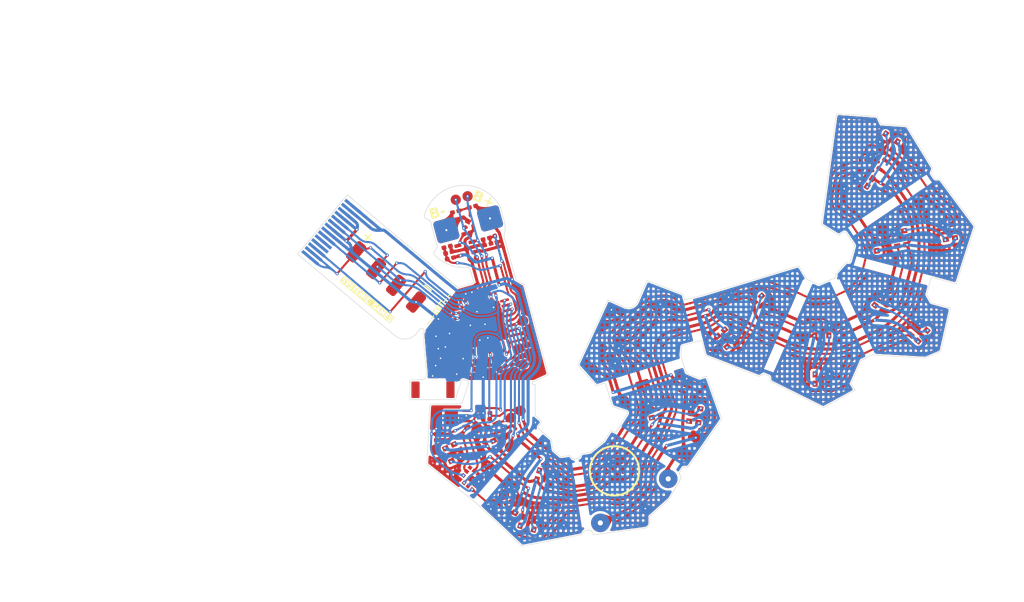
<source format=kicad_pcb>
(kicad_pcb (version 20241229) (generator "pcbnew") (generator_version "9.0")
  (title_block (title "FLX-F020") (date "2021-09-11") (rev "10") (company "Systemic Games, LLC") (comment 1 "Flexible PCB, 0.13mm thickness"))
  (layers (0 "F.Cu" signal) (2 "B.Cu" signal) (13 "F.Paste" user) (15 "B.Paste" user) (5 "F.SilkS" user "F.Silkscreen") (7 "B.SilkS" user "B.Silkscreen") (1 "F.Mask" user) (3 "B.Mask" user) (25 "Edge.Cuts" user))
  (net 0 "")
  (net 1 "/ANTENNA_MECHANICAL")
  (net 2 "GND")
  (net 3 "VDD")
  (net 4 "VDC")
  (net 5 "VEE")
  (net 6 "Net-(L1-Pad2)")
  (net 7 "Net-(U1-DEC4)")
  (net 8 "+5V")
  (net 9 "/LED_EN")
  (net 10 "Net-(U1-XC2)")
  (net 11 "Net-(U1-DEC1)")
  (net 12 "Net-(U1-XC1)")
  (net 13 "Net-(U1-DEC3)")
  (net 14 "RESET")
  (net 15 "SWDCLK")
  (net 16 "SWDIO")
  (net 17 "Net-(D2-DOUT)")
  (net 18 "/PROG")
  (net 19 "/LED_DATA")
  (net 20 "+BATT")
  (net 21 "/STATS")
  (net 22 "/5V_SENSE")
  (net 23 "/VBAT_SENSE")
  (net 24 "/LED_RETURN")
  (net 25 "Net-(D4-DOUT)")
  (net 26 "Net-(D18-DOUT)")
  (net 27 "Net-(D17-DOUT)")
  (net 28 "Net-(D16-DOUT)")
  (net 29 "/SCL")
  (net 30 "/SDA")
  (net 31 "/ACC_INT")
  (net 32 "/ANTENNA")
  (net 33 "Net-(D15-DOUT)")
  (net 34 "/ANT_50")
  (net 35 "/ANT_NRF")
  (net 36 "Net-(D11-DOUT)")
  (net 37 "Net-(U1-DCC)")
  (net 39 "/Wireless Charging/COILB")
  (net 40 "/Wireless Charging/COILA")
  (net 41 "/Wireless Charging/B-")
  (net 42 "Net-(U7-BAT)")
  (net 43 "Net-(D3-DOUT)")
  (net 44 "Net-(D5-DOUT)")
  (net 45 "Net-(D6-DOUT)")
  (net 46 "Net-(D8-DOUT)")
  (net 47 "Net-(D12-DOUT)")
  (net 48 "Net-(D13-DOUT)")
  (net 49 "Net-(D14-DOUT)")
  (net 50 "Net-(D19-DOUT)")
  (net 51 "TXO")
  (net 54 "Net-(U1-P0.28{slash}AIN4)")
  (net 55 "Net-(U1-P0.25)")
  (net 56 "/BATT_NTC_SENSE")
  (net 57 "/Power Supply/MAG1_")
  (net 58 "/SM")
  (net 63 "Net-(D7-DOUT)")
  (net 64 "Net-(D10-DIN)")
  (net 65 "Net-(D10-DOUT)")
  (footprint "Pixels-dice:TX1812MWCA5-F01" (layer "F.Cu") (at 150.859232 124.056364 74)
    (property "Reference" "D5")
    (property "Value" "TX1812MWCA5-F01")
  )
  (footprint "Pixels-dice:TX1812MWCA5-F01" (layer "F.Cu") (at 149.259232 128.546364 74)
    (property "Reference" "D4")
    (property "Value" "TX1812MWCA5-F01")
  )
  (footprint "Pixels-dice:TX1812MWCA5-F01" (layer "F.Cu") (at 157.649232 123.456364 127)
    (property "Reference" "D6")
    (property "Value" "TX1812MWCA5-F01")
  )
  (footprint "Pixels-dice:TX1812MWCA5-F01" (layer "F.Cu") (at 145.999232 119.716364 25)
    (property "Reference" "D2")
    (property "Value" "TX1812MWCA5-F01")
  )
  (footprint "Pixels-dice:TX1812MWCA5-F01" (layer "F.Cu") (at 165.459232 118.016364 172)
    (property "Reference" "D7")
    (property "Value" "TX1812MWCA5-F01")
  )
  (footprint "Pixels-dice:TX1812MWCA5-F01" (layer "F.Cu") (at 158.979232 110.906364 -138)
    (property "Reference" "D9")
    (property "Value" "TX1812MWCA5-F01")
  )
  (footprint "Pixels-dice:TX1812MWCA5-F01" (layer "F.Cu") (at 161.579232 117.526364 -168)
    (property "Reference" "D8")
    (property "Value" "TX1812MWCA5-F01")
  )
  (footprint "Pixels-dice:TestPoint_THTPad_D1.5mm_Drill0.7mm_nosilk" (layer "F.Cu") (at 162.879232 124.236364 30)
    (property "Reference" "P6")
    (property "Value" "COILB")
  )
  (footprint "Capacitor_SMD:C_0201_0603Metric" (layer "F.Cu") (at 144.689232 120.796364 -155)
    (property "Reference" "C6")
    (property "Value" "0.1uF 10V 20%")
  )
  (footprint "Pixels-dice:TestPoint_THTPad_D1.5mm_Drill0.7mm_nosilk" (layer "F.Cu") (at 156.269232 128.526364 30)
    (property "Reference" "P5")
    (property "Value" "COILA")
  )
  (footprint "Pixels-dice:TX1812MWCA5-F01" (layer "F.Cu") (at 168.479232 110.556364 42)
    (property "Reference" "D11")
    (property "Value" "TX1812MWCA5-F01")
  )
  (footprint "Capacitor_SMD:C_0201_0603Metric" (layer "F.Cu") (at 141.44 110.6 105)
    (property "Reference" "C7")
    (property "Value" "100pF NP0 10V 2%")
  )
  (footprint "Inductor_SMD:L_0603_1608Metric" (layer "F.Cu") (at 148.54 112.32 -75)
    (property "Reference" "L1")
    (property "Value" "10uH 100mA 20%")
  )
  (footprint "Capacitor_SMD:C_0201_0603Metric" (layer "F.Cu") (at 142.08 111.96 -165)
    (property "Reference" "C5")
    (property "Value" "8pF 10V 10%")
  )
  (footprint "Capacitor_SMD:C_0201_0603Metric" (layer "F.Cu") (at 148.96 109.99 16)
    (property "Reference" "C3")
    (property "Value" "0.1uF 10V 20%")
  )
  (footprint "Capacitor_SMD:C_0201_0603Metric" (layer "F.Cu") (at 144.06 113.91 90)
    (property "Reference" "C2")
    (property "Value" "8pF 10V 10%")
  )
  (footprint "Resistor_SMD:R_0201_0603Metric" (layer "F.Cu") (at 140.620001 119.879999)
    (property "Reference" "R10")
    (property "Value" "3.9k 1%")
  )
  (footprint "Pixels-dice:QFN-32-1EP_5x5mm_P0.5mm_EP3.1x3.1mm" (layer "F.Cu") (at 145.043575 109.191441 -165)
    (property "Reference" "U1")
    (property "Value" "N52810_QFN32")
  )
  (footprint "Capacitor_SMD:C_0201_0603Metric" (layer "F.Cu") (at 149.11 110.54 15)
    (property "Reference" "C10")
    (property "Value" "0.1uF 10V 20%")
  )
  (footprint "Capacitor_SMD:C_0201_0603Metric" (layer "F.Cu") (at 141.75 109.64 -76)
    (property "Reference" "C8")
    (property "Value" "0.8pF 10V 5% C0G")
  )
  (footprint "Capacitor_SMD:C_0201_0603Metric" (layer "F.Cu") (at 142.188827 98.226208 -165)
    (property "Reference" "C23")
    (property "Value" "0.1uF 10V 20%")
  )
  (footprint "Pixels-dice:TX1812MWCA5-F01" (layer "F.Cu") (at 141.899232 121.686484 25)
    (property "Reference" "D3")
    (property "Value" "TX1812MWCA5-F01")
  )
  (footprint "Pixels-dice:C_0402_1005Metric" (layer "F.Cu") (at 183.099232 101.566364 99)
    (property "Reference" "C9")
    (property "Value" "10uF 6.3V 20%")
  )
  (footprint "Resistor_SMD:R_0201_0603Metric" (layer "F.Cu") (at 145.184103 118.408188)
    (property "Reference" "R9")
    (property "Value" "100k 1%")
  )
  (footprint "Pixels-dice:C_0402_1005Metric" (layer "F.Cu") (at 149.31 111.66 -76)
    (property "Reference" "C4")
    (property "Value" "4.7uF 10V 20%")
  )
  (footprint "Pixels-dice:Hongjie 10100 Solder Tabs" (layer "F.Cu") (at 143.408827 99.456208 -165)
    (property "Reference" "J3")
    (property "Value" "Conn_01x02")
  )
  (footprint "Pixels-dice:TX1812MWCA5-F01" (layer "F.Cu") (at 161.919232 108.096364 132)
    (property "Reference" "D10")
    (property "Value" "TX1812MWCA5-F01")
  )
  (footprint "Capacitor_SMD:C_0603_1608Metric" (layer "F.Cu") (at 157.03 108.49 65)
    (property "Reference" "C15")
    (property "Value" "22uF 10V 20%")
  )
  (footprint "Inductor_SMD:L_0201_0603Metric" (layer "F.Cu") (at 147.33 113.19 -165)
    (property "Reference" "L2")
    (property "Value" "15nH 100mA 5%")
  )
  (footprint "Pixels-dice:C_0402_1005Metric" (layer "F.Cu") (at 145.98 113.76 -165)
    (property "Reference" "C1")
    (property "Value" "4.7uF 10V 20%")
  )
  (footprint "Capacitor_SMD:C_0201_0603Metric" (layer "F.Cu") (at 141.52 102.21 15)
    (property "Reference" "C21")
    (property "Value" "10nF 25V 10%")
  )
  (footprint "Resistor_SMD:R_0201_0603Metric" (layer "F.Cu") (at 141.360227 101.652356 -165)
    (property "Reference" "R2")
    (property "Value" "3.9M 1%")
  )
  (footprint "Resistor_SMD:R_0201_0603Metric" (layer "F.Cu") (at 141.676757 102.779287 -165)
    (property "Reference" "R1")
    (property "Value" "3.9M 1%")
  )
  (footprint "Pixels-dice:Crystal_SMD_2016-4Pin_2.0x1.6mm" (layer "F.Cu") (at 142.6 113.29 105)
    (property "Reference" "Y1")
    (property "Value" "32MHz 40ppm")
  )
  (footprint "Resistor_SMD:R_0201_0603Metric" (layer "F.Cu") (at 143.828827 97.746208 -165)
    (property "Reference" "R12")
    (property "Value" "510R 1%")
  )
  (footprint "Package_LGA:LGA-12_2x2mm_P0.5mm" (layer "F.Cu") (at 143.689232 124.206364 -40)
    (property "Reference" "U2")
    (property "Value" "SC7A20HTR")
  )
  (footprint "Inductor_SMD:L_0201_0603Metric" (layer "F.Cu") (at 140.77 109.63 -165)
    (property "Reference" "L5")
    (property "Value" "3.9nH 5%")
  )
  (footprint "Resistor_SMD:R_0201_0603Metric" (layer "F.Cu") (at 145.04 112.72 -165)
    (property "Reference" "R5")
    (property "Value" "100k 1%")
  )
  (footprint "Resistor_SMD:R_0201_0603Metric" (layer "F.Cu") (at 141.47 113.87 -75)
    (property "Reference" "L3")
    (property "Value" "0 Ohm")
  )
  (footprint "Pixels-dice:SOT-23" (layer "F.Cu") (at 156.33 112.91 40)
    (property "Reference" "U3" (hide yes))
    (property "Value" "PJ75BL50SA" (hide yes))
  )
  (footprint "Resistor_SMD:R_0201_0603Metric" (layer "F.Cu") (at 145.169096 100.857174 -165)
    (property "Reference" "R8")
    (property "Value" "10M 1%")
  )
  (footprint "Pixels-dice:TX1812MWCA5-F01" (layer "F.Cu") (at 172.070779 107.253272 42)
    (property "Reference" "D12")
    (property "Value" "TX1812MWCA5-F01")
  )
  (footprint "Pixels-dice:TX1812MWCA5-F01" (layer "F.Cu") (at 187.279232 110.016364 140)
    (property "Reference" "D15")
    (property "Value" "TX1812MWCA5-F01")
  )
  (footprint "Capacitor_SMD:C_0201_0603Metric" (layer "F.Cu") (at 145.32 101.42 -165)
    (property "Reference" "C22")
    (property "Value" "10nF 25V 10%")
  )
  (footprint "Pixels-dice:TEST_PIN" (layer "F.Cu") (at 154.88 113.04)
    (property "Reference" "W16" (hide yes))
    (property "Value" "VIN")
  )
  (footprint "Pixels-dice:FPC-POGO-4" (layer "F.Cu") (at 135.413462 104.584086 -40)
    (property "Reference" "J2" (hide yes))
    (property "Value" "Conn_01x04")
  )
  (footprint "Capacitor_SMD:C_0201_0603Metric" (layer "F.Cu") (at 167.349232 111.266364 -50)
    (property "Reference" "C14")
    (property "Value" "0.1uF 10V 20%")
  )
  (footprint "Capacitor_SMD:C_0201_0603Metric" (layer "F.Cu") (at 140.88 113.05 -165)
    (property "Reference" "C12")
    (property "Value" "DNP")
  )
  (footprint "Pixels-dice:CHIP_ANT" (layer "F.Cu") (at 141.679232 115.566364 90)
    (property "Reference" "AE1")
    (property "Value" "Antenna_Chip" (hide yes))
  )
  (footprint "Pixels-dice:TEST_PIN" (layer "F.Cu") (at 142.2 97.07)
    (property "Reference" "W5" (hide yes))
    (property "Value" "SM" (hide yes))
  )
  (footprint "Resistor_SMD:R_0201_0603Metric" (layer "F.Cu") (at 145.179761 113.241599 15)
    (property "Reference" "R3")
    (property "Value" "24.3k 1%")
  )
  (footprint "Pixels-dice:TEST_PIN" (layer "F.Cu") (at 175.989232 110.436364 180)
    (property "Reference" "W4" (hide yes))
    (property "Value" "VDC")
  )
  (footprint "Pixels-dice:TEST_PIN" (layer "F.Cu") (at 143.35 96.73)
    (property "Reference" "W17" (hide yes))
    (property "Value" "STAT" (hide yes))
  )
  (footprint "Resistor_SMD:R_0201_0603Metric" (layer "F.Cu") (at 158.02 108.39 65)
    (property "Reference" "R4" (hide yes))
    (property "Value" "10k 1%" (hide yes))
  )
  (footprint "Pixels-dice:TEST_PIN" (layer "F.Cu") (at 140.21 121.4)
    (property "Reference" "W9" (hide yes))
    (property "Value" "SDA")
  )
  (footprint "Pixels-dice:TEST_PIN" (layer "F.Cu") (at 147.47 121.17)
    (property "Reference" "W21" (hide yes))
    (property "Value" "LED2")
  )
  (footprint "Pixels-dice:TX1812MWCA5-F01" (layer "F.Cu") (at 181.929232 95.006364 -124)
    (property "Reference" "D20")
    (property "Value" "TX1812MWCA5-F01")
  )
  (footprint "Package_TO_SOT_SMD:SOT-553" (layer "F.Cu") (at 143.22 101.84 -165)
    (property "Reference" "U9" (hide yes))
    (property "Value" "XT4051" (hide yes))
  )
  (footprint "Pixels-dice:TX1812MWCA5-F01" (layer "F.Cu") (at 177.829232 109.816364 90)
    (property "Reference" "D13")
    (property "Value" "TX1812MWCA5-F01")
  )
  (footprint "Pixels-dice:FPB1_1-4" (layer "F.Cu") (at 146.664936 127.543207 -134)
    (property "Reference" "U4")
    (property "Value" "ME6230")
  )
  (footprint "Pixels-dice:SOT-363_SC-70-6" (layer "F.Cu") (at 165.23 115.44 156)
    (property "Reference" "D1")
    (property "Value" "BAV99S" (hide yes))
  )
  (footprint "Pixels-dice:C_0402_1005Metric" (layer "F.Cu") (at 147.729232 127.956364 -119)
    (property "Reference" "C16")
    (property "Value" "10uF 6.3V 20%")
  )
  (footprint "Pixels-dice:TX1812MWCA5-F01" (layer "F.Cu") (at 190.219232 100.186364 -170)
    (property "Reference" "D18")
    (property "Value" "TX1812MWCA5-F01")
  )
  (footprint "Resistor_SMD:R_0201_0603Metric" (layer "F.Cu") (at 140.62 120.47)
    (property "Reference" "R11")
    (property "Value" "3.9k 1%")
  )
  (footprint "Pixels-dice:TEST_PIN" (layer "F.Cu") (at 148.51 117.61)
    (property "Reference" "W20" (hide yes))
    (property "Value" "TH1")
  )
  (footprint "Pixels-dice:TEST_PIN" (layer "F.Cu") (at 144.2 102.71)
    (property "Reference" "W2" (hide yes))
    (property "Value" "PROG" (hide yes))
  )
  (footprint "Capacitor_SMD:C_0805_2012Metric" (layer "F.Cu") (at 165.02 121.01 -125)
    (property "Reference" "C19")
    (property "Value" "12nF 50V 5% NP0")
  )
  (footprint "Pixels-dice:TEST_PIN" (layer "F.Cu") (at 158.58 116.63)
    (property "Reference" "W15" (hide yes))
    (property "Value" "+5V")
  )
  (footprint "Package_TO_SOT_SMD:SOT-553" (layer "F.Cu") (at 183.15609 93.264613 -34)
    (property "Reference" "U8")
    (property "Value" "SL1605")
  )
  (footprint "Capacitor_SMD:C_0201_0603Metric" (layer "F.Cu") (at 140.61 114.23 180)
    (property "Reference" "C11")
    (property "Value" "DNP")
  )
  (footprint "Resistor_SMD:R_0201_0603Metric" (layer "F.Cu") (at 145.2 117.84 180)
    (property "Reference" "TH1")
    (property "Value" "NTC 100k @ 25C")
  )
  (footprint "Pixels-dice:AW35122" (layer "F.Cu") (at 147.899232 119.706364 -65)
    (property "Reference" "U6")
    (property "Value" "AW35122")
  )
  (footprint "Resistor_SMD:R_0201_0603Metric" (layer "F.Cu") (at 146.1 100.91 105)
    (property "Reference" "R7")
    (property "Value" "3.9M 1%")
  )
  (footprint "Pixels-dice:TDFN-8-1EP_3x2mm_P0.5mm_EP1.3x1.4mm" (layer "F.Cu") (at 141.759232 118.356364)
    (property "Reference" "U5")
    (property "Value" "BL24C02F-NTRC")
  )
  (footprint "Pixels-dice:TX1812MWCA5-F01" (layer "F.Cu") (at 184.359232 91.416364 -124)
    (property "Reference" "D19")
    (property "Value" "TX1812MWCA5-F01")
  )
  (footprint "Pixels-dice:TEST_PIN" (layer "F.Cu") (at 147.58 118.29)
    (property "Reference" "W1" (hide yes))
    (property "Value" "LED_DATA1")
  )
  (footprint "Pixels-dice:TX1812MWCA5-F01" (layer "F.Cu") (at 185.509232 100.836364 -170)
    (property "Reference" "D17")
    (property "Value" "TX1812MWCA5-F01")
  )
  (footprint "Resistor_SMD:R_0201_0603Metric" (layer "F.Cu") (at 143.3 100.34 15)
    (property "Reference" "R6" (hide yes))
    (property "Value" "3.57k 1%" (hide yes))
  )
  (footprint "Pixels-dice:TEST_PIN" (layer "F.Cu") (at 144.27 119.28)
    (property "Reference" "W8" (hide yes))
    (property "Value" "SCL")
  )
  (footprint "Pixels-dice:TX1812MWCA5-F01" (layer "F.Cu") (at 183.784117 107.106364 140)
    (property "Reference" "D16")
    (property "Value" "TX1812MWCA5-F01")
  )
  (footprint "Pixels-dice:C_0402_1005Metric" (layer "F.Cu") (at 145.939232 126.826364 -134)
    (property "Reference" "C18")
    (property "Value" "4.7uF 10V 20%")
  )
  (footprint "Package_DFN_QFN:UDFN-4-1EP_1x1mm_P0.65mm_EP0.48x0.48mm" (layer "F.Cu") (at 143.406311 99.182516 -75)
    (property "Reference" "U7" (hide yes))
    (property "Value" "DS6101" (hide yes))
  )
  (footprint "Pixels-dice:TX1812MWCA5-F01" (layer "F.Cu") (at 177.859232 114.526364 90)
    (property "Reference" "D14")
    (property "Value" "TX1812MWCA5-F01")
  )
  (footprint "Pixels-dice:TEST_PIN" (layer "F.Cu") (at 183.679232 100.046364 180)
    (property "Reference" "W19" (hide yes))
    (property "Value" "GND")
  )
  (footprint "Pixels-dice:TEST_PIN" (layer "F.Cu") (at 148.76 108.86)
    (property "Reference" "W7" (hide yes))
    (property "Value" "ACC_INT")
  )
  (footprint "Pixels-dice:TEST_PIN" (layer "F.Cu") (at 146.9 125.74)
    (property "Reference" "W25" (hide yes))
    (property "Value" "VDD")
  )
  (footprint "Capacitor_SMD:C_0402_1005Metric" (layer "F.Cu") (at 163.84 114.48 66)
    (property "Reference" "C13" (hide yes))
    (property "Value" "4.7uF 25V 20%" (hide yes))
  )
  (footprint "Pixels-dice:TEST_PIN" (layer "F.Cu") (at 187.389232 97.526364 180)
    (property "Reference" "W6" (hide yes))
    (property "Value" "MAG1")
  )
  (footprint "Pixels-dice:FPC_14" (layer "B.Cu") (at 132.196969 97.724889 -130)
    (property "Reference" "J1")
    (property "Value" "Conn_01x14")
  )
  (gr_circle (center 157.649232 123.456364) (end 155.249232 123.456364) (stroke (width 0.2)) (fill no) (layer "F.SilkS"))
  (gr_arc (start 150.44582 118.565266) (mid 150.51534 118.702563) (end 150.466769 118.848598) (stroke (width 0.05)) (layer "Edge.Cuts"))
  (gr_arc (start 181.008046 101.454607) (mid 181.036323 101.538167) (end 181.028956 101.626072) (stroke (width 0.05)) (layer "Edge.Cuts"))
  (gr_line (start 180.489232 100.686364) (end 181.008046 101.454607) (stroke (width 0.05)) (layer "Edge.Cuts"))
  (gr_arc (start 139.359735 114.102394) (mid 139.212909 114.458385) (end 138.8572 114.605936) (stroke (width 0.05)) (layer "Edge.Cuts"))
  (gr_arc (start 142.87086 116.741042) (mid 142.781092 116.892421) (end 142.618454 116.956364) (stroke (width 0.05)) (layer "Edge.Cuts"))
  (gr_arc (start 142.729108 114.696769) (mid 142.838902 114.577681) (end 142.999923 114.57283) (stroke (width 0.05)) (layer "Edge.Cuts"))
  (gr_arc (start 155.187617 129.221648) (mid 155.299136 129.237181) (end 155.384594 129.310589) (stroke (width 0.05)) (layer "Edge.Cuts"))
  (gr_arc (start 149.999374 118.183758) (mid 149.947602 118.115356) (end 149.929232 118.03388) (stroke (width 0.05)) (layer "Edge.Cuts"))
  (gr_line (start 138.8572 114.606364) (end 137.950232 114.606364) (stroke (width 0.05)) (layer "Edge.Cuts"))
  (gr_line (start 142.217025 116.370885) (end 142.729108 114.696769) (stroke (width 0.05)) (layer "Edge.Cuts"))
  (gr_line (start 157.019232 106.826364) (end 158.5925 107.523381) (stroke (width 0.05)) (layer "Edge.Cuts"))
  (gr_arc (start 172.061714 114.043042) (mid 172.157602 114.006248) (end 172.259118 114.021946) (stroke (width 0.05)) (layer "Edge.Cuts"))
  (gr_line (start 153.385319 122.065175) (end 153.507938 122.233495) (stroke (width 0.05)) (layer "Edge.Cuts"))
  (gr_line (start 180.769232 102.576364) (end 180.637398 103.058066) (stroke (width 0.05)) (layer "Edge.Cuts"))
  (gr_arc (start 163.992995 123.776689) (mid 163.973761 123.678737) (end 164.004272 123.583678) (stroke (width 0.05)) (layer "Edge.Cuts"))
  (gr_line (start 164.106843 124.214843) (end 162.989232 126.166364) (stroke (width 0.05)) (layer "Edge.Cuts"))
  (gr_arc (start 138.723542 109.632919) (mid 138.818529 109.575426) (end 138.927858 109.599553) (stroke (width 0.05)) (layer "Edge.Cuts"))
  (gr_line (start 181.049232 115.616364) (end 180.649232 114.976364) (stroke (width 0.05)) (layer "Edge.Cuts"))
  (gr_line (start 148.649232 130.786364) (end 144.489232 126.856364) (stroke (width 0.05)) (layer "Edge.Cuts"))
  (gr_arc (start 143.929183 104.996778) (mid 143.9083 105.156128) (end 143.776587 105.249909) (stroke (width 0.05)) (layer "Edge.Cuts"))
  (gr_line (start 136.257232 110.282364) (end 126.809232 102.366364) (stroke (width 0.05)) (layer "Edge.Cuts"))
  (gr_line (start 164.004258 123.583669) (end 164.258008 123.1813) (stroke (width 0.05)) (layer "Edge.Cuts"))
  (gr_line (start 171.658378 114.21874) (end 166.519232 112.236364) (stroke (width 0.05)) (layer "Edge.Cuts"))
  (gr_line (start 139.113263 109.946322) (end 139.023232 110.066364) (stroke (width 0.05)) (layer "Edge.Cuts"))
  (gr_arc (start 137.9492 116.526364) (mid 137.807803 116.467794) (end 137.749236 116.326401) (stroke (width 0.05)) (layer "Edge.Cuts"))
  (gr_arc (start 165.930402 110.801415) (mid 166.085474 110.811996) (end 166.187505 110.929561) (stroke (width 0.05)) (layer "Edge.Cuts"))
  (gr_line (start 151.499232 120.426364) (end 151.649232 121.376364) (stroke (width 0.05)) (layer "Edge.Cuts"))
  (gr_line (start 143.729142 104.266034) (end 143.610901 103.834454) (stroke (width 0.05)) (layer "Edge.Cuts"))
  (gr_line (start 139.7657 99.245663) (end 140.381326 101.54321) (stroke (width 0.05)) (layer "Edge.Cuts"))
  (gr_line (start 171.850897 114.19545) (end 172.061714 114.043042) (stroke (width 0.05)) (layer "Edge.Cuts"))
  (gr_arc (start 164.113707 124.029062) (mid 164.133165 124.122806) (end 164.106834 124.214838) (stroke (width 0.05)) (layer "Edge.Cuts"))
  (gr_arc (start 139.15087 98.589437) (mid 142.578099 95.690452) (end 146.539932 97.800872) (stroke (width 0.05)) (layer "Edge.Cuts"))
  (gr_line (start 164.723039 113.980644) (end 165.851011 114.457116) (stroke (width 0.05)) (layer "Edge.Cuts"))
  (gr_line (start 188.428016 104.780811) (end 188.029232 106.236364) (stroke (width 0.05)) (layer "Edge.Cuts"))
  (gr_arc (start 159.925869 106.991097) (mid 159.371225 107.537644) (end 158.592624 107.523101) (stroke (width 0.05)) (layer "Edge.Cuts"))
  (gr_line (start 147.000088 99.518193) (end 146.539932 97.800872) (stroke (width 0.05)) (layer "Edge.Cuts"))
  (gr_line (start 157.019232 106.826364) (end 155.309232 110.526364) (stroke (width 0.05)) (layer "Edge.Cuts"))
  (gr_arc (start 143.298595 114.666334) (mid 143.415764 114.764324) (end 143.429054 114.91647) (stroke (width 0.05)) (layer "Edge.Cuts"))
  (gr_line (start 177.612727 105.324847) (end 178.669232 104.866364) (stroke (width 0.05)) (layer "Edge.Cuts"))
  (gr_line (start 152.525638 122.085403) (end 153.194051 121.985141) (stroke (width 0.05)) (layer "Edge.Cuts"))
  (gr_line (start 183.219232 88.986364) (end 183.559232 89.726364) (stroke (width 0.05)) (layer "Edge.Cuts"))
  (gr_line (start 178.229232 99.746364) (end 177.799445 99.483716) (stroke (width 0.05)) (layer "Edge.Cuts"))
  (gr_line (start 186.099232 89.906364) (end 188.56037 93.939246) (stroke (width 0.05)) (layer "Edge.Cuts"))
  (gr_line (start 161.066291 127.880073) (end 161.066299 128.533899) (stroke (width 0.05)) (layer "Edge.Cuts"))
  (gr_arc (start 188.049599 106.385885) (mid 188.023067 106.31308) (end 188.029657 106.235872) (stroke (width 0.05)) (layer "Edge.Cuts"))
  (gr_arc (start 188.539428 107.126078) (mid 188.46874 107.091356) (end 188.417027 107.031958) (stroke (width 0.05)) (layer "Edge.Cuts"))
  (gr_arc (start 139.679469 117.16119) (mid 139.736912 117.016773) (end 139.880232 116.956633) (stroke (width 0.05)) (layer "Edge.Cuts"))
  (gr_line (start 183.559232 89.726364) (end 186.099232 89.906364) (stroke (width 0.05)) (layer "Edge.Cuts"))
  (gr_arc (start 146.903429 100.682408) (mid 146.89516 100.622636) (end 146.901475 100.562507) (stroke (width 0.05)) (layer "Edge.Cuts"))
  (gr_arc (start 147.000088 99.518193) (mid 146.985096 100.044246) (end 146.901475 100.562507) (stroke (width 0.05)) (layer "Edge.Cuts"))
  (gr_arc (start 164.723039 113.980644) (mid 164.633915 113.925591) (end 164.579438 113.835967) (stroke (width 0.05)) (layer "Edge.Cuts"))
  (gr_arc (start 158.799705 117.633188) (mid 158.932872 117.758735) (end 158.906656 117.940438) (stroke (width 0.05)) (layer "Edge.Cuts"))
  (gr_line (start 143.3707 103.653933) (end 143.302879 103.653933) (stroke (width 0.05)) (layer "Edge.Cuts"))
  (gr_arc (start 148.14792 104.935607) (mid 148.072109 104.874262) (end 148.02964 104.786462) (stroke (width 0.05)) (layer "Edge.Cuts"))
  (gr_line (start 188.478049 94.586971) (end 188.750262 94.989693) (stroke (width 0.05)) (layer "Edge.Cuts"))
  (gr_line (start 179.259232 88.696364) (end 183.219232 88.986364) (stroke (width 0.05)) (layer "Edge.Cuts"))
  (gr_arc (start 152.525573 122.084966) (mid 152.415481 122.07768) (end 152.318462 122.025138) (stroke (width 0.05)) (layer "Edge.Cuts"))
  (gr_arc (start 164.100494 112.290404) (mid 164.088767 112.243901) (end 164.090259 112.196218) (stroke (width 0.05)) (layer "Edge.Cuts"))
  (gr_line (start 172.259118 114.021946) (end 172.676345 114.204723) (stroke (width 0.05)) (layer "Edge.Cuts"))
  (gr_arc (start 164.258008 123.1813) (mid 164.330548 123.112874) (end 164.431955 123.088023) (stroke (width 0.05)) (layer "Edge.Cuts"))
  (gr_arc (start 164.871029 123.002292) (mid 164.799453 123.065299) (end 164.709484 123.088023) (stroke (width 0.05)) (layer "Edge.Cuts"))
  (gr_line (start 153.698995 122.313496) (end 154.156907 122.245179) (stroke (width 0.05)) (layer "Edge.Cuts"))
  (gr_arc (start 164.544309 106.804638) (mid 164.469447 106.795888) (end 164.419973 106.739203) (stroke (width 0.05)) (layer "Edge.Cuts"))
  (gr_line (start 139.880232 116.956364) (end 142.618454 116.956364) (stroke (width 0.05)) (layer "Edge.Cuts"))
  (gr_line (start 164.169254 111.416161) (end 164.090259 112.196218) (stroke (width 0.05)) (layer "Edge.Cuts"))
  (gr_line (start 180.489232 100.686364) (end 180.203561 100.266785) (stroke (width 0.05)) (layer "Edge.Cuts"))
  (gr_line (start 177.979232 117.286364) (end 172.907371 114.774134) (stroke (width 0.05)) (layer "Edge.Cuts"))
  (gr_line (start 188.049232 106.386364) (end 188.416798 107.032088) (stroke (width 0.05)) (layer "Edge.Cuts"))
  (gr_arc (start 154.314855 122.117024) (mid 154.253391 122.202684) (end 154.156907 122.245179) (stroke (width 0.05)) (layer "Edge.Cuts"))
  (gr_line (start 150.466769 118.848598) (end 150.259931 119.086307) (stroke (width 0.05)) (layer "Edge.Cuts"))
  (gr_line (start 143.929232 104.996364) (end 143.729232 104.266364) (stroke (width 0.05)) (layer "Edge.Cuts"))
  (gr_line (start 160.819232 104.936364) (end 164.299232 106.276364) (stroke (width 0.05)) (layer "Edge.Cuts"))
  (gr_arc (start 138.4363 110.011823) (mid 137.40589 110.620938) (end 136.257826 110.282082) (stroke (width 0.05)) (layer "Edge.Cuts"))
  (gr_arc (start 139.093749 109.724805) (mid 139.152607 109.830998) (end 139.113263 109.946322) (stroke (width 0.05)) (layer "Edge.Cuts"))
  (gr_line (start 143.960232 126.396364) (end 144.489232 126.856364) (stroke (width 0.05)) (layer "Edge.Cuts"))
  (gr_line (start 157.862396 119.591363) (end 158.906656 117.940438) (stroke (width 0.05)) (layer "Edge.Cuts"))
  (gr_line (start 139.648988 99.093695) (end 139.266731 98.873399) (stroke (width 0.05)) (layer "Edge.Cuts"))
  (gr_line (start 166.040396 114.447912) (end 166.599232 114.246364) (stroke (width 0.05)) (layer "Edge.Cuts"))
  (gr_line (start 180.229232 103.156364) (end 180.394878 103.198906) (stroke (width 0.05)) (layer "Edge.Cuts"))
  (gr_arc (start 172.676345 114.204723) (mid 172.76349 114.278475) (end 172.796076 114.389449) (stroke (width 0.05)) (layer "Edge.Cuts"))
  (gr_arc (start 188.9152 95.076544) (mid 188.821376 95.053176) (end 188.750262 94.989693) (stroke (width 0.05)) (layer "Edge.Cuts"))
  (gr_arc (start 177.612727 105.324847) (mid 177.522938 105.347646) (end 177.433122 105.323412) (stroke (width 0.05)) (layer "Edge.Cuts"))
  (gr_line (start 189.389232 111.836364) (end 187.899232 112.466364) (stroke (width 0.05)) (layer "Edge.Cuts"))
  (gr_arc (start 171.850897 114.19545) (mid 171.75937 114.231734) (end 171.658378 114.21874) (stroke (width 0.05)) (layer "Edge.Cuts"))
  (gr_line (start 142.019232 116.526364) (end 137.9492 116.526364) (stroke (width 0.05)) (layer "Edge.Cuts"))
  (gr_line (start 154.547628 121.786794) (end 155.279232 121.676364) (stroke (width 0.05)) (layer "Edge.Cuts"))
  (gr_line (start 179.219757 104.395113) (end 179.179232 104.306364) (stroke (width 0.05)) (layer "Edge.Cuts"))
  (gr_line (start 181.659232 112.676364) (end 182.759232 112.166364) (stroke (width 0.05)) (layer "Edge.Cuts"))
  (gr_arc (start 149.669232 114.842831) (mid 149.673451 114.818273) (end 149.691536 114.799928) (stroke (width 0.05)) (layer "Edge.Cuts"))
  (gr_line (start 179.928119 100.217547) (end 179.489232 100.516364) (stroke (width 0.05)) (layer "Edge.Cuts"))
  (gr_arc (start 154.539606 129.534342) (mid 154.481625 129.61712) (end 154.390574 129.660984) (stroke (width 0.05)) (layer "Edge.Cuts"))
  (gr_line (start 172.796076 114.389449) (end 172.796076 114.5948) (stroke (width 0.05)) (layer "Edge.Cuts"))
  (gr_line (start 192.719232 99.646364) (end 190.909232 105.246364) (stroke (width 0.05)) (layer "Edge.Cuts"))
  (gr_arc (start 188.478049 94.586971) (mid 188.444707 94.494947) (end 188.460382 94.394741) (stroke (width 0.05)) (layer "Edge.Cuts"))
  (gr_line (start 149.929232 115.056364) (end 149.929232 118.03388) (stroke (width 0.05)) (layer "Edge.Cuts"))
  (gr_line (start 168.079232 118.396364) (end 164.871029 123.002292) (stroke (width 0.05)) (layer "Edge.Cuts"))
  (gr_arc (start 166.040396 114.447912) (mid 165.94629 114.472367) (end 165.851011 114.457116) (stroke (width 0.05)) (layer "Edge.Cuts"))
  (gr_arc (start 154.58361 129.415864) (mid 154.645135 129.330148) (end 154.745078 129.287213) (stroke (width 0.05)) (layer "Edge.Cuts"))
  (gr_line (start 147.129529 101.506414) (end 146.903429 100.682408) (stroke (width 0.05)) (layer "Edge.Cuts"))
  (gr_arc (start 156.558925 114.94646) (mid 156.711075 114.95957) (end 156.809641 115.077733) (stroke (width 0.05)) (layer "Edge.Cuts"))
  (gr_arc (start 172.907371 114.774134) (mid 172.826159 114.70034) (end 172.796076 114.5948) (stroke (width 0.05)) (layer "Edge.Cuts"))
  (gr_line (start 154.314855 122.117024) (end 154.389884 121.915016) (stroke (width 0.05)) (layer "Edge.Cuts"))
  (gr_line (start 164.431955 123.088023) (end 164.709484 123.088023) (stroke (width 0.05)) (layer "Edge.Cuts"))
  (gr_arc (start 154.389884 121.915016) (mid 154.451263 121.829379) (end 154.547629 121.786803) (stroke (width 0.05)) (layer "Edge.Cuts"))
  (gr_line (start 155.384594 129.310589) (end 155.62195 129.676164) (stroke (width 0.05)) (layer "Edge.Cuts"))
  (gr_line (start 149.669232 114.842831) (end 149.669232 115.00447) (stroke (width 0.05)) (layer "Edge.Cuts"))
  (gr_arc (start 149.733308 115.056364) (mid 149.690535 115.04371) (end 149.669232 115.00447) (stroke (width 0.05)) (layer "Edge.Cuts"))
  (gr_line (start 160.62287 129.02719) (end 155.62195 129.676164) (stroke (width 0.05)) (layer "Edge.Cuts"))
  (gr_arc (start 189.2199 95.076544) (mid 189.309716 95.097851) (end 189.382947 95.160603) (stroke (width 0.05)) (layer "Edge.Cuts"))
  (gr_line (start 175.589232 103.516364) (end 176.34084 104.761566) (stroke (width 0.05)) (layer "Edge.Cuts"))
  (gr_line (start 154.390574 129.660984) (end 148.649232 130.786364) (stroke (width 0.05)) (layer "Edge.Cuts"))
  (gr_line (start 142.420514 105.630107) (end 143.776587 105.249909) (stroke (width 0.05)) (layer "Edge.Cuts"))
  (gr_arc (start 139.266731 98.873399) (mid 139.160134 98.751303) (end 139.15087 98.589437) (stroke (width 0.05)) (layer "Edge.Cuts"))
  (gr_line (start 150.280628 119.367338) (end 151.499232 120.426364) (stroke (width 0.05)) (layer "Edge.Cuts"))
  (gr_line (start 142.999923 114.57283) (end 143.298643 114.66618) (stroke (width 0.05)) (layer "Edge.Cuts"))
  (gr_line (start 137.749232 114.807401) (end 137.749236 116.326401) (stroke (width 0.05)) (layer "Edge.Cuts"))
  (gr_arc (start 143.3707 103.653933) (mid 143.52236 103.705171) (end 143.610901 103.834454) (stroke (width 0.05)) (layer "Edge.Cuts"))
  (gr_arc (start 157.862396 119.591363) (mid 157.747019 119.687601) (end 157.59867 119.672171) (stroke (width 0.05)) (layer "Edge.Cuts"))
  (gr_line (start 165.930402 110.801415) (end 164.305406 111.23739) (stroke (width 0.05)) (layer "Edge.Cuts"))
  (gr_arc (start 140.145464 102.463492) (mid 140.076074 102.319924) (end 140.107639 102.16364) (stroke (width 0.05)) (layer "Edge.Cuts"))
  (gr_arc (start 139.648988 99.093695) (mid 139.722477 99.158063) (end 139.765693 99.245665) (stroke (width 0.05)) (layer "Edge.Cuts"))
  (gr_arc (start 151.739167 121.526309) (mid 151.679319 121.460444) (end 151.649545 121.376562) (stroke (width 0.05)) (layer "Edge.Cuts"))
  (gr_line (start 178.359328 95.346363) (end 177.799445 99.483716) (stroke (width 0.05)) (layer "Edge.Cuts"))
  (gr_line (start 155.279232 121.676364) (end 156.659232 120.566364) (stroke (width 0.05)) (layer "Edge.Cuts"))
  (gr_line (start 126.809232 102.366364) (end 131.649232 96.596364) (stroke (width 0.05)) (layer "Edge.Cuts"))
  (gr_arc (start 153.194051 121.985141) (mid 153.30085 121.998412) (end 153.385319 122.065175) (stroke (width 0.05)) (layer "Edge.Cuts"))
  (gr_line (start 154.58361 129.415864) (end 154.539606 129.534342) (stroke (width 0.05)) (layer "Edge.Cuts"))
  (gr_line (start 155.309232 110.526364) (end 154.094919 113.153825) (stroke (width 0.05)) (layer "Edge.Cuts"))
  (gr_line (start 181.049232 115.616364) (end 177.979232 117.286364) (stroke (width 0.05)) (layer "Edge.Cuts"))
  (gr_line (start 139.568232 119.322364) (end 139.679469 117.16119) (stroke (width 0.05)) (layer "Edge.Cuts"))
  (gr_line (start 143.429232 114.916364) (end 142.87086 116.741042) (stroke (width 0.05)) (layer "Edge.Cuts"))
  (gr_arc (start 142.217025 116.370885) (mid 142.145713 116.483502) (end 142.019431 116.526222) (stroke (width 0.05)) (layer "Edge.Cuts"))
  (gr_line (start 156.558925 114.94646) (end 155.879232 115.156364) (stroke (width 0.05)) (layer "Edge.Cuts"))
  (gr_line (start 162.989232 126.166364) (end 161.066291 127.880073) (stroke (width 0.05)) (layer "Edge.Cuts"))
  (gr_line (start 149.733308 115.056364) (end 149.929232 115.056364) (stroke (width 0.05)) (layer "Edge.Cuts"))
  (gr_line (start 164.299232 106.276364) (end 164.419973 106.739203) (stroke (width 0.05)) (layer "Edge.Cuts"))
  (gr_line (start 139.023232 110.066364) (end 139.359735 114.102394) (stroke (width 0.05)) (layer "Edge.Cuts"))
  (gr_line (start 157.459232 117.186364) (end 156.809652 115.07773) (stroke (width 0.05)) (layer "Edge.Cuts"))
  (gr_arc (start 180.637398 103.058066) (mid 180.544966 103.178148) (end 180.394878 103.198906) (stroke (width 0.05)) (layer "Edge.Cuts"))
  (gr_line (start 166.599232 114.246364) (end 168.079232 118.396364) (stroke (width 0.05)) (layer "Edge.Cuts"))
  (gr_line (start 178.359328 95.346363) (end 179.259232 88.696364) (stroke (width 0.05)) (layer "Edge.Cuts"))
  (gr_line (start 164.54441 106.805031) (end 166.209232 106.376364) (stroke (width 0.05)) (layer "Edge.Cuts"))
  (gr_arc (start 161.066299 128.533899) (mid 160.940688 128.861768) (end 160.62287 129.02719) (stroke (width 0.05)) (layer "Edge.Cuts"))
  (gr_line (start 139.093232 109.724364) (end 138.927858 109.599553) (stroke (width 0.05)) (layer "Edge.Cuts"))
  (gr_line (start 147.129232 101.506364) (end 148.029232 104.786364) (stroke (width 0.05)) (layer "Edge.Cuts"))
  (gr_arc (start 153.698995 122.313496) (mid 153.592286 122.300175) (end 153.507938 122.233495) (stroke (width 0.05)) (layer "Edge.Cuts"))
  (gr_arc (start 143.302879 103.653933) (mid 141.315606 103.291745) (end 140.145464 102.463492) (stroke (width 0.05)) (layer "Edge.Cuts"))
  (gr_line (start 189.2199 95.076544) (end 188.9152 95.076544) (stroke (width 0.05)) (layer "Edge.Cuts"))
  (gr_line (start 149.999374 118.183758) (end 150.44582 118.565266) (stroke (width 0.05)) (layer "Edge.Cuts"))
  (gr_line (start 177.433484 105.323586) (end 176.423335 104.835347) (stroke (width 0.05)) (layer "Edge.Cuts"))
  (gr_line (start 164.113707 124.029062) (end 163.992995 123.776689) (stroke (width 0.05)) (layer "Edge.Cuts"))
  (gr_line (start 190.909232 105.246364) (end 188.668135 104.636292) (stroke (width 0.05)) (layer "Edge.Cuts"))
  (gr_arc (start 140.381326 101.54321) (mid 140.387704 101.640512) (end 140.355229 101.734802) (stroke (width 0.05)) (layer "Edge.Cuts"))
  (gr_line (start 180.649232 114.976364) (end 181.659232 112.676364) (stroke (width 0.05)) (layer "Edge.Cuts"))
  (gr_arc (start 188.56037 93.939246) (mid 188.589026 94.02791) (end 188.575822 94.116439) (stroke (width 0.05)) (layer "Edge.Cuts"))
  (gr_line (start 158.799705 117.633188) (end 157.459232 117.186364) (stroke (width 0.05)) (layer "Edge.Cuts"))
  (gr_line (start 139.568232 119.322364) (end 139.389059 122.803443) (stroke (width 0.05)) (layer "Edge.Cuts"))
  (gr_line (start 151.189232 114.106364) (end 149.691536 114.799928) (stroke (width 0.05)) (layer "Edge.Cuts"))
  (gr_line (start 140.355229 101.734802) (end 140.107639 102.16364) (stroke (width 0.05)) (layer "Edge.Cuts"))
  (gr_line (start 154.745078 129.287213) (end 155.187617 129.221648) (stroke (width 0.05)) (layer "Edge.Cuts"))
  (gr_line (start 164.100494 112.290404) (end 164.579438 113.835967) (stroke (width 0.05)) (layer "Edge.Cuts"))
  (gr_arc (start 188.428016 104.780811) (mid 188.517599 104.657014) (end 188.668135 104.636292) (stroke (width 0.05)) (layer "Edge.Cuts"))
  (gr_line (start 182.759232 112.166364) (end 187.899232 112.466364) (stroke (width 0.05)) (layer "Edge.Cuts"))
  (gr_line (start 154.489232 113.596364) (end 154.094919 113.153825) (stroke (width 0.05)) (layer "Edge.Cuts"))
  (gr_arc (start 176.423335 104.835347) (mid 176.37556 104.803055) (end 176.34084 104.761566) (stroke (width 0.05)) (layer "Edge.Cuts"))
  (gr_line (start 159.925869 106.991097) (end 160.819232 104.936364) (stroke (width 0.05)) (layer "Edge.Cuts"))
  (gr_line (start 138.723077 109.632568) (end 138.4363 110.011823) (stroke (width 0.05)) (layer "Edge.Cuts"))
  (gr_line (start 131.649232 96.596364) (end 142.420514 105.630107) (stroke (width 0.05)) (layer "Edge.Cuts"))
  (gr_line (start 188.539232 107.126364) (end 190.339232 107.616364) (stroke (width 0.05)) (layer "Edge.Cuts"))
  (gr_line (start 179.489232 100.516364) (end 178.229232 99.746364) (stroke (width 0.05)) (layer "Edge.Cuts"))
  (gr_line (start 148.859232 105.346364) (end 151.189232 114.106364) (stroke (width 0.05)) (layer "Edge.Cuts"))
  (gr_line (start 166.209232 106.376364) (end 175.589232 103.516364) (stroke (width 0.05)) (layer "Edge.Cuts"))
  (gr_arc (start 164.169254 111.416161) (mid 164.208647 111.305673) (end 164.305406 111.23739) (stroke (width 0.05)) (layer "Edge.Cuts"))
  (gr_line (start 157.329232 119.506364) (end 157.59867 119.672171) (stroke (width 0.05)) (layer "Edge.Cuts"))
  (gr_line (start 143.960232 126.396364) (end 139.389059 122.803443) (stroke (width 0.05)) (layer "Edge.Cuts"))
  (gr_line (start 151.739167 121.526309) (end 152.318184 122.02546) (stroke (width 0.05)) (layer "Edge.Cuts"))
  (gr_line (start 188.460382 94.394741) (end 188.575822 94.116439) (stroke (width 0.05)) (layer "Edge.Cuts"))
  (gr_arc (start 179.219757 104.395113) (mid 179.225219 104.548101) (end 179.123751 104.658821) (stroke (width 0.05)) (layer "Edge.Cuts"))
  (gr_line (start 155.879232 115.156364) (end 154.489232 113.596364) (stroke (width 0.05)) (layer "Edge.Cuts"))
  (gr_arc (start 179.928119 100.217547) (mid 180.077981 100.186364) (end 180.203561 100.266785) (stroke (width 0.05)) (layer "Edge.Cuts"))
  (gr_line (start 178.669232 104.866364) (end 179.123751 104.658821) (stroke (width 0.05)) (layer "Edge.Cuts"))
  (gr_arc (start 150.280628 119.367338) (mid 150.212314 119.230318) (end 150.259931 119.086307) (stroke (width 0.05)) (layer "Edge.Cuts"))
  (gr_arc (start 137.749232 114.807401) (mid 137.808118 114.66527) (end 137.950232 114.606432) (stroke (width 0.05)) (layer "Edge.Cuts"))
  (gr_line (start 166.519232 112.236364) (end 166.187505 110.929561) (stroke (width 0.05)) (layer "Edge.Cuts"))
  (gr_line (start 156.659232 120.566364) (end 157.329232 119.506364) (stroke (width 0.05)) (layer "Edge.Cuts"))
  (gr_line (start 148.14792 104.935607) (end 148.859232 105.346364) (stroke (width 0.05)) (layer "Edge.Cuts"))
  (gr_line (start 181.029232 101.626364) (end 180.769232 102.576364) (stroke (width 0.05)) (layer "Edge.Cuts"))
  (gr_line (start 189.389232 111.836364) (end 190.339232 107.616364) (stroke (width 0.05)) (layer "Edge.Cuts"))
  (gr_line (start 179.179232 104.306364) (end 180.229232 103.156364) (stroke (width 0.05)) (layer "Edge.Cuts"))
  (gr_line (start 189.382947 95.160603) (end 192.719232 99.646364) (stroke (width 0.05)) (layer "Edge.Cuts"))
  (gr_text "SYSTEMIC GAMES" (at 133.557887 106.795617 320) (layer "F.SilkS" knockout) (effects (font (size 0.5 0.5) (thickness 0.12))))
  (gr_text "B-" (at 140.44 98.37 15) (layer "F.SilkS") (effects (font (size 1 1) (thickness 0.125))))
  (gr_text "B+" (at 144.9 97.08 335) (layer "F.SilkS") (effects (font (size 1 1) (thickness 0.2) (bold yes))))
  (gr_text "--CUT--" (at 140.52 107.67 53) (layer "F.SilkS") (effects (font (size 0.5 0.5) (thickness 0.1))))
  (segment (start 177.000116 108.578703) (end 177.731831 108.583581) (width 0.3) (layer "F.Cu") (net 2))
  (segment (start 143.789345 100.148511) (end 143.609096 100.257179) (width 0.3) (layer "F.Cu") (net 2))
  (segment (start 165.035339 107.655633) (end 164.250876 107.857135) (width 0.3) (layer "F.Cu") (net 2))
  (segment (start 159.988912 119.8513) (end 158.725342 121.855332) (width 0.3) (layer "F.Cu") (net 2))
  (segment (start 150.94298 126.646364) (end 149.764862 126.576076) (width 0.3) (layer "F.Cu") (net 2))
  (segment (start 145.469232 123.416364) (end 147.381505 125.063734) (width 0.3) (layer "F.Cu") (net 2))
  (segment (start 143.916435 99.836195) (end 143.86 99.62) (width 0.3) (layer "F.Cu") (net 2))
  (segment (start 172.945443 107.474835) (end 172.963413 107.492182) (width 0.3) (layer "F.Cu") (net 2))
  (segment (start 143.559165 101.751919) (end 143.908222 101.655591) (width 0.3) (layer "F.Cu") (net 2))
  (segment (start 141.829099 102.12718) (end 141.669326 101.569536) (width 0.3) (layer "F.Cu") (net 2))
  (segment (start 158.235767 122.387899) (end 157.949784 122.603785) (width 0.3) (layer "F.Cu") (net 2))
  (segment (start 160.455857 118.534439) (end 160.441129 118.633019) (width 0.3) (layer "F.Cu") (net 2))
  (segment (start 182.32219 106.937269) (end 182.686549 106.520859) (width 0.3) (layer "F.Cu") (net 2))
  (segment (start 179.951692 96.785518) (end 180.014151 96.004673) (width 0.3) (layer "F.Cu") (net 2))
  (segment (start 173.512898 107.910245) (end 175.935183 108.974561) (width 0.3) (layer "F.Cu") (net 2))
  (segment (start 147.379278 125.066318) (end 147.687712 125.332752) (width 0.3) (layer "F.Cu") (net 2))
  (segment (start 143.908222 101.655591) (end 144.283818 101.547788) (width 0.3) (layer "F.Cu") (net 2))
  (segment (start 144.434037 124.504979) (end 144.112644 124.888) (width 0.3) (layer "F.Cu") (net 2))
  (segment (start 157.949784 122.603785) (end 157.934819 122.615082) (width 0.3) (layer "F.Cu") (net 2))
  (segment (start 145.605798 127.171646) (end 146.205386 127.551229) (width 0.3) (layer "F.Cu") (net 2))
  (segment (start 146.725744 120.436713) (end 146.706655 120.595358) (width 0.3) (layer "F.Cu") (net 2))
  (segment (start 143.50084 102.847383) (end 143.322993 102.160526) (width 0.3) (layer "F.Cu") (net 2))
  (segment (start 142.918406 101.918757) (end 142.470517 102.028444) (width 0.3) (layer "F.Cu") (net 2))
  (segment (start 142.381133 124.068567) (end 142.623033 124.29077) (width 0.3) (layer "F.Cu") (net 2))
  (segment (start 168.759232 106.560215) (end 171.662801 105.585959) (width 0.3) (layer "F.Cu") (net 2))
  (segment (start 180.547685 97.9907) (end 180.884811 98.207959) (width 0.3) (layer "F.Cu") (net 2))
  (segment (start 168.294792 110.771035) (end 167.554925 111.5115) (width 0.3) (layer "F.Cu") (net 2))
  (segment (start 160.939421 116.921164) (end 160.739327 117.448764) (width 0.3) (layer "F.Cu") (net 2))
  (segment (start 157.934819 122.615082) (end 157.927337 122.620731) (width 0.3) (layer "F.Cu") (net 2))
  (segment (start 143.77 106.069453) (end 144.308602 105.309649) (width 0.3) (layer "F.Cu") (net 2))
  (segment (start 176.384232 108.806364) (end 176.24444 108.927693) (width 0.3) (layer "F.Cu") (net 2))
  (segment (start 184.534118 102.341779) (end 184.897659 102.758583) (width 0.3) (layer "F.Cu") (net 2))
  (segment (start 172.963413 107.492182) (end 172.999354 107.526877) (width 0.3) (layer "F.Cu") (net 2))
  (segment (start 184.118728 101.422613) (end 184.119232 101.426364) (width 0.3) (layer "F.Cu") (net 2))
  (segment (start 145.244232 123.211364) (end 145.469232 123.416364) (width 0.3) (layer "F.Cu") (net 2))
  (segment (start 144.947269 101.265491) (end 144.859999 100.94) (width 0.3) (layer "F.Cu") (net 2))
  (segment (start 144.353982 120.963984) (end 144.399214 120.931604) (width 0.3) (layer "F.Cu") (net 2))
  (segment (start 147.049009 120.010778) (end 147.004008 120.034245) (width 0.3) (layer "F.Cu") (net 2))
  (segment (start 148.083873 125.671723) (end 148.591553 126.104043) (width 0.3) (layer "F.Cu") (net 2))
  (segment (start 163.319421 107.283004) (end 163.907922 107.778867) (width 0.3) (layer "F.Cu") (net 2))
  (segment (start 144.290211 120.943916) (end 144.327288 121.048811) (width 0.3) (layer "F.Cu") (net 2))
  (segment (start 185.01793 103.265601) (end 184.52374 105.189511) (width 0.3) (layer "F.Cu") (net 2))
  (segment (start 183.888488 100.664148) (end 183.679232 100.046364) (width 0.3) (layer "F.Cu") (net 2))
  (segment (start 155.65842 124.383255) (end 155.407608 124.640147) (width 0.3) (layer "F.Cu") (net 2))
  (segment (start 184.4504 100.574086) (end 184.890933 100.209203) (width 0.3) (layer "F.Cu") (net 2))
  (segment (start 151.693966 123.775571) (end 151.965789 124.050693) (width 0.3) (layer "F.Cu") (net 2))
  (segment (start 172.930615 107.432707) (end 172.983352 107.016925) (width 0.3) (layer "F.Cu") (net 2))
  (segment (start 140.296732 118.731364) (end 140.296733 119.106361) (width 0.3) (layer "F.Cu") (net 2))
  (segment (start 142.314125 123.56833) (end 142.334232 123.536364) (width 0.3) (layer "F.Cu") (net 2))
  (segment (start 143.154999 101.52) (end 143.107578 101.341473) (width 0.3) (layer "F.Cu") (net 2))
  (segment (start 161.629232 107.19741) (end 162.109232 107.238456) (width 0.3) (layer "F.Cu") (net 2))
  (segment (start 168.759232 106.560215) (end 166.974752 107.108776) (width 0.3) (layer "F.Cu") (net 2))
  (segment (start 146.119232 121.206364) (end 146.394232 121.056364) (width 0.3) (layer "F.Cu") (net 2))
  (segment (start 156.458114 123.040185) (end 157.07 122.57) (width 0.3) (layer "F.Cu") (net 2))
  (segment (start 144.327288 121.048811) (end 144.917791 122.71938) (width 0.3) (layer "F.Cu") (net 2))
  (segment (start 159.873733 113.652979) (end 160.601071 116.028434) (width 0.3) (layer "F.Cu") (net 2))
  (segment (start 178.921734 109.306364) (end 178.554235 109.316364) (width 0.3) (layer "F.Cu") (net 2))
  (segment (start 157.07 122.57) (end 157.917494 122.690753) (width 0.3) (layer "F.Cu") (net 2))
  (segment (start 159.792567 113.506891) (end 158.06 111.52) (width 0.3) (layer "F.Cu") (net 2))
  (segment (start 153.769893 124.983815) (end 155.135369 124.779451) (width 0.3) (layer "F.Cu") (net 2))
  (segment (start 178.351734 108.951364) (end 178.554235 109.316364) (width 0.3) (layer "F.Cu") (net 2))
  (segment (start 179.620955 109.137884) (end 181.670966 108.158497) (width 0.3) (layer "F.Cu") (net 2))
  (segment (start 143.644548 100.463589) (end 143.609096 100.257179) (width 0.3) (layer "F.Cu") (net 2))
  (segment (start 153.470364 124.97405) (end 152.584301 124.781727) (width 0.3) (layer "F.Cu") (net 2))
  (segment (start 183.747959 100.936161) (end 183.536687 100.999319) (width 0.3) (layer "F.Cu") (net 2))
  (segment (start 160.787552 107.474596) (end 158.383608 109.589754) (width 0.3) (layer "F.Cu") (net 2))
  (segment (start 143.276165 100.85544) (end 143.489674 100.757397) (width 0.3) (layer "F.Cu") (net 2))
  (segment (start 132.57 99.98) (end 131.549461 101.090539) (width 0.3) (layer "F.Cu") (net 2))
  (segment (start 162.109232 107.238456) (end 162.11634 107.239064) (width 0.3) (layer "F.Cu") (net 2))
  (segment (start 164.672187 114.480127) (end 164.035235 114.041497) (width 0.3) (layer "F.Cu") (net 2))
  (segment (start 160.939421 116.921164) (end 160.81688 116.627105) (width 0.3) (layer "F.Cu") (net 2))
  (segment (start 172.999354 107.526877) (end 173.131323 107.654273) (width 0.3) (layer "F.Cu") (net 2))
  (segment (start 140.29673 119.35) (end 140.296728 117.606361) (width 0.3) (layer "F.Cu") (net 2))
  (segment (start 169.335925 110.760577) (end 168.957579 110.62347) (width 0.3) (layer "F.Cu") (net 2))
  (segment (start 162.55134 107.118018) (end 162.130311 107.237721) (width 0.3) (layer "F.Cu") (net 2))
  (segment (start 142.044549 102.10359) (end 141.829099 102.12718) (width 0.3) (layer "F.Cu") (net 2))
  (segment (start 148.083873 125.671723) (end 147.951553 125.559043) (width 0.3) (layer "F.Cu") (net 2))
  (segment (start 143.776479 103.158678) (end 144.328959 105.195092) (width 0.3) (layer "F.Cu") (net 2))
  (segment (start 183.867115 106.229586) (end 184.143174 105.912975) (width 0.3) (layer "F.Cu") (net 2))
  (segment (start 158.06 111.52) (end 158.021072 111.108411) (width 0.3) (layer "F.Cu") (net 2))
  (segment (start 142.658784 122.132247) (end 142.572296 122.862673) (width 0.3) (layer "F.Cu") (net 2))
  (segment (start 181.44649 98.75753) (end 182.732493 100.660667) (width 0.3) (layer "F.Cu") (net 2))
  (segment (start 157.357529 107.787612) (end 158.155236 108.099983) (width 0.3) (layer "F.Cu") (net 2))
  (segment (start 147.408117 119.745903) (end 147.567001 119.585442) (width 0.3) (layer "F.Cu") (net 2))
  (segment (start 165.064999 117.228833) (end 165.787815 116.399872) (width 0.3) (layer "F.Cu") (net 2))
  (segment (start 156.014615 123.713181) (end 155.997962 123.778474) (width 0.3) (layer "F.Cu") (net 2))
  (segment (start 144.015365 120.166364) (end 144.290211 120.943916) (width 0.3) (layer "F.Cu") (net 2))
  (segment (start 183.423174 106.207975) (end 183.867115 106.229586) (width 0.3) (layer "F.Cu") (net 2))
  (segment (start 172.738749 106.249367) (end 172.273613 105.743192) (width 0.3) (layer "F.Cu") (net 2))
  (segment (start 140.29673 119.35) (end 140.29673 118.731364) (width 0.3) (layer "F.Cu") (net 2))
  (via (at 145.469232 123.416364) (size 0.3) (drill 0.15) (layers "F.Cu" "B.Cu") (net 2))
  (via (at 147.496523 128.376181) (size 0.3) (drill 0.15) (layers "F.Cu" "B.Cu") (net 2))
  (via (at 184.890933 100.209203) (size 0.3) (drill 0.15) (layers "F.Cu" "B.Cu") (net 2))
  (via (at 144.54 110.74) (size 0.3) (drill 0.15) (layers "F.Cu" "B.Cu") (net 2))
  (via (at 178.554235 109.316364) (size 0.3) (drill 0.15) (layers "F.Cu" "B.Cu") (net 2))
  (via (at 140.5 111.57) (size 0.3) (drill 0.15) (layers "F.Cu" "B.Cu") (net 2))
  (via (at 160.65 127.13) (size 0.3) (drill 0.15) (layers "F.Cu" "B.Cu") (net 2))
  (via (at 183.478585 91.425469) (size 0.3) (drill 0.15) (layers "F.Cu" "B.Cu") (net 2))
  (via (at 143.221733 118.106362) (size 0.3) (drill 0.15) (layers "F.Cu" "B.Cu") (net 2))
  (via (at 143.17 106.23) (size 0.3) (drill 0.15) (layers "F.Cu" "B.Cu") (net 2))
  (via (at 145.605798 127.171646) (size 0.3) (drill 0.15) (layers "F.Cu" "B.Cu") (net 2))
  (via (at 152.72 128.74) (size 0.3) (drill 0.15) (layers "F.Cu" "B.Cu") (net 2))
  (via (at 140.27 110.36) (size 0.3) (drill 0.15) (layers "F.Cu" "B.Cu") (net 2))
  (via (at 140.72 112.5) (size 0.3) (drill 0.15) (layers "F.Cu" "B.Cu") (net 2))
  (via (at 178.584233 114.026364) (size 0.3) (drill 0.15) (layers "F.Cu" "B.Cu") (net 2))
  (via (at 165.064999 117.228833) (size 0.3) (drill 0.15) (layers "F.Cu" "B.Cu") (net 2))
  (via (at 143.77 106.069453) (size 0.3) (drill 0.15) (layers "F.Cu" "B.Cu") (net 2))
  (via (at 140.24 113.22) (size 0.3) (drill 0.15) (layers "F.Cu" "B.Cu") (net 2))
  (via (at 144.26 107.97) (size 0.3) (drill 0.15) (layers "F.Cu" "B.Cu") (net 2))
  (via (at 180.014151 96.004673) (size 0.3) (drill 0.15) (layers "F.Cu" "B.Cu") (net 2))
  (via (at 169.335925 110.760577) (size 0.3) (drill 0.15) (layers "F.Cu" "B.Cu") (net 2))
  (via (at 164.672187 114.480127) (size 0.3) (drill 0.15) (layers "F.Cu" "B.Cu") (net 2))
  (via (at 145.87 107.55) (size 0.3) (drill 0.15) (layers "F.Cu" "B.Cu") (net 2))
  (via (at 151.693966 123.775571) (size 0.3) (drill 0.15) (layers "F.Cu" "B.Cu") (net 2))
  (via (at 138.332091 107.033107) (size 0.3) (drill 0.15) (layers "F.Cu" "B.Cu") (net 2))
  (via (at 142.914731 112.532739) (size 0.3) (drill 0.15) (layers "F.Cu" "B.Cu") (net 2))
  (via (at 157.357529 107.787612) (size 0.3) (drill 0.15) (layers "F.Cu" "B.Cu") (net 2))
  (via (at 144.434037 124.504979) (size 0.3) (drill 0.15) (layers "F.Cu" "B.Cu") (net 2))
  (via (at 139.95 114.22) (size 0.3) (drill 0.15) (layers "F.Cu" "B.Cu") (net 2))
  (via (at 142.285269 114.047261) (size 0.3) (drill 0.15) (layers "F.Cu" "B.Cu") (net 2))
  (via (at 144.87 114.340191) (size 0.3) (drill 0.15) (layers "F.Cu" "B.Cu") (net 2))
  (via (at 145.043575 109.191441) (size 0.3) (drill 0.15) (layers "F.Cu" "B.Cu") (net 2))
  (via (at 140.29673 119.35) (size 0.3) (drill 0.15) (layers "F.Cu" "B.Cu") (net 2))
  (via (at 157.07 122.57) (size 0.3) (drill 0.15) (layers "F.Cu" "B.Cu") (net 2))
  (via (at 157.706698 112.994946) (size 0.3) (drill 0.15) (layers "F.Cu" "B.Cu") (net 2))
  (via (at 143.62 109.3) (size 0.3) (drill 0.15) (layers "F.Cu" "B.Cu") (net 2))
  (via (at 145.32 110.52) (size 0.3) (drill 0.15) (layers "F.Cu" "B.Cu") (net 2))
  (via (at 132.57 99.98) (size 0.3) (drill 0.15) (layers "F.Cu" "B.Cu") (net 2))
  (via (at 144.683431 122.056364) (size 0.3) (drill 0.15) (layers "F.Cu" "B.Cu") (net 2))
  (via (at 150.093967 128.26557) (size 0.3) (drill 0.15) (layers "F.Cu" "B.Cu") (net 2))
  (via (at 160.939421 116.921164) (size 0.3) (drill 0.15) (layers "F.Cu" "B.Cu") (net 2))
  (via (at 162.109232 107.238456) (size 0.3) (drill 0.15) (layers "F.Cu" "B.Cu") (net 2))
  (via (at 181.048583 95.015471) (size 0.3) (drill 0.15) (layers "F.Cu" "B.Cu") (net 2))
  (via (at 141.59 110.09) (size 0.3) (drill 0.15) (layers "F.Cu" "B.Cu") (net 2))
  (via (at 131.549461 101.090539) (size 0.3) (drill 0.15) (layers "F.Cu" "B.Cu") (net 2))
  (via (at 147.379278 125.066318) (size 0.3) (drill 0.15) (layers "F.Cu" "B.Cu") (net 2))
  (via (at 144.015365 120.166364) (size 0.3) (drill 0.15) (layers "F.Cu" "B.Cu") (net 2))
  (via (at 168.759232 106.560215) (size 0.3) (drill 0.15) (layers "F.Cu" "B.Cu") (net 2))
  (via (at 148.083873 125.671723) (size 0.3) (drill 0.15) (layers "F.Cu" "B.Cu") (net 2))
  (via (at 146.119232 121.206364) (size 0.3) (drill 0.15) (layers "F.Cu" "B.Cu") (net 2))
  (via (at 150.94298 126.646364) (size 0.3) (drill 0.15) (layers "F.Cu" "B.Cu") (net 2))
  (via (at 182.565406 92.866182) (size 0.3) (drill 0.15) (layers "F.Cu" "B.Cu") (net 2))
  (via (at 142.658784 122.132247) (size 0.3) (drill 0.15) (layers "F.Cu" "B.Cu") (net 2))
  (via (at 144.880002 117.84) (size 0.3) (drill 0.15) (layers "F.Cu" "B.Cu") (net 2))
  (via (at 158.06 111.52) (size 0.3) (drill 0.15) (layers "F.Cu" "B.Cu") (net 2))
  (via (at 189.600933 99.559203) (size 0.3) (drill 0.15) (layers "F.Cu" "B.Cu") (net 2))
  (via (at 141.19 111.4) (size 0.3) (drill 0.15) (layers "F.Cu" "B.Cu") (net 2))
  (via (at 140.51 108.68) (size 0.3) (drill 0.15) (layers "F.Cu" "B.Cu") (net 2))
  (via (at 187.36223 109.13959) (size 0.3) (drill 0.15) (layers "F.Cu" "B.Cu") (net 2))
  (via (at 183.867115 106.229586) (size 0.3) (drill 0.15) (layers "F.Cu" "B.Cu") (net 2))
  (arc (start 143.276165 100.85544) (mid 143.168482 100.937714) (end 143.10657 101.058262) (width 0.3) (layer "F.Cu") (net 2))
  (arc (start 168.294792 110.771035) (mid 168.6047 110.600749) (end 168.957579 110.62347) (width 0.3) (layer "F.Cu") (net 2))
  (arc (start 181.670966 108.158497) (mid 181.931502 107.934494) (end 182.043406 107.609634) (width 0.3) (layer "F.Cu") (net 2))
  (arc (start 162.130311 107.237721) (mid 162.123387 107.239026) (end 162.11634 107.239064) (width 0.3) (layer "F.Cu") (net 2))
  (arc (start 146.725744 120.436713) (mid 146.815079 120.201049) (end 147.004008 120.034245) (width 0.3) (layer "F.Cu") (net 2))
  (arc (start 172.930615 107.432707) (mid 172.933046 107.455525) (end 172.945443 107.474835) (width 0.3) (layer "F.Cu") (net 2))
  (arc (start 184.119232 101.426364) (mid 184.259437 101.914545) (end 184.534118 102.341779) (width 0.3) (layer "F.Cu") (net 2))
  (arc (start 143.154999 101.52) (mid 143.308722 101.720236) (end 143.559165 101.751919) (width 0.3) (layer "F.Cu") (net 2))
  (arc (start 147.687712 125.332752) (mid 147.819433 125.44613) (end 147.951553 125.559043) (width 0.3) (layer "F.Cu") (net 2))
  (arc (start 160.739327 117.448764) (mid 160.568496 117.984004) (end 160.455857 118.534439) (width 0.3) (layer "F.Cu") (net 2))
  (arc (start 171.662801 105.585959) (mid 171.991482 105.574157) (end 172.273613 105.743192) (width 0.3) (layer "F.Cu") (net 2))
  (arc (start 144.327288 121.048811) (mid 144.326471 121.00194) (end 144.353982 120.963984) (width 0.3) (layer "F.Cu") (net 2))
  (arc (start 142.334232 123.536364) (mid 142.490777 123.212774) (end 142.572296 122.862673) (width 0.3) (layer "F.Cu") (net 2))
  (arc (start 140.296732 118.731364) (mid 140.296731 118.731363) (end 140.29673 118.731364) (width 0.3) (layer "F.Cu") (net 2))
  (arc (start 160.81688 116.627105) (mid 160.701662 116.330406) (end 160.601071 116.028434) (width 0.3) (layer "F.Cu") (net 2))
  (arc (start 143.63801 103.003203) (mid 143.725556 103.064631) (end 143.776479 103.158678) (width 0.3) (layer "F.Cu") (net 2))
  (arc (start 180.547685 97.9907) (mid 180.083216 97.470434) (end 179.951692 96.785518) (width 0.3) (layer "F.Cu") (net 2))
  (arc (start 143.644548 100.463589) (mid 143.617036 100.63681) (end 143.489674 100.757397) (width 0.3) (layer "F.Cu") (net 2))
  (arc (start 159.792567 113.506891) (mid 159.840848 113.575658) (end 159.873733 113.652979) (width 0.3) (layer "F.Cu") (net 2))
  (arc (start 144.765451 101.491413) (mid 144.522332 101.499932) (end 144.283818 101.547788) (width 0.3) (layer "F.Cu") (net 2))
  (arc (start 162.55134 107.118018) (mid 162.955944 107.10478) (end 163.319421 107.283004) (width 0.3) (layer "F.Cu") (net 2))
  (arc (start 165.035339 107.655633) (mid 166.008245 107.393552) (end 166.974752 107.108776) (width 0.3) (layer "F.Cu") (net 2))
  (arc (start 144.328959 105.195092) (mid 144.331613 105.254651) (end 144.308602 105.309649) (width 0.3) (layer "F.Cu") (net 2))
  (arc (start 172.738749 106.249367) (mid 172.945798 106.606139) (end 172.983352 107.016925) (width 0.3) (layer "F.Cu") (net 2))
  (arc (start 155.407608 124.640147) (mid 155.282887 124.732074) (end 155.13537 124.779452) (width 0.3) (layer "F.Cu") (net 2))
  (arc (start 161.629232 107.19741) (mid 161.18005 107.249939) (end 160.787552 107.474596) (width 0.3) (layer "F.Cu") (net 2))
  (arc (start 156.458114 123.040185) (mid 156.179824 123.339423) (end 156.014615 123.713181) (width 0.3) (layer "F.Cu") (net 2))
  (arc (start 183.888488 100.664148) (mid 183.876003 100.830004) (end 183.747959 100.936161) (width 0.3) (layer "F.Cu") (net 2))
  (arc (start 179.620955 109.137884) (mid 179.28019 109.258834) (end 178.921734 109.306364) (width 0.3) (layer "F.Cu") (net 2))
  (arc (start 147.049009 120.010778) (mid 147.238836 119.892267) (end 147.408117 119.745903) (width 0.3) (layer "F.Cu") (net 2))
  (arc (start 148.591553 126.104043) (mid 149.139768 126.435608) (end 149.764862 126.576076) (width 0.3) (layer "F.Cu") (net 2))
  (arc (start 142.918406 101.918757) (mid 143.120426 101.769054) (end 143.154999 101.52) (width 0.3) (layer "F.Cu") (net 2))
  (arc (start 183.423174 106.207975) (mid 183.019031 106.28006) (end 182.686549 106.520859) (width 0.3) (layer "F.Cu") (net 2))
  (arc (start 143.50084 102.847383) (mid 143.550834 102.941658) (end 143.63801 103.003203) (width 0.3) (layer "F.Cu") (net 2))
  (arc (start 176.384232 108.806364) (mid 176.671417 108.63638) (end 177.000116 108.578703) (width 0.3) (layer "F.Cu") (net 2))
  (arc (start 183.536687 100.999319) (mid 183.918215 101.086516) (end 184.118728 101.422613) (width 0.3) (layer "F.Cu") (net 2))
  (arc (start 183.536687 100.999319) (mid 184.020926 100.84554) (end 184.4504 100.574086) (width 0.3) (layer "F.Cu") (net 2))
  (arc (start 146.394232 121.056364) (mid 146.606345 120.863745) (end 146.706655 120.595358) (width 0.3) (layer "F.Cu") (net 2))
  (arc (start 158.095885 110.284256) (mid 158.090318 110.699223) (end 158.021072 111.108411) (width 0.3) (layer "F.Cu") (net 2))
  (arc (start 163.907922 107.778867) (mid 164.069909 107.859583) (end 164.250876 107.857135) (width 0.3) (layer "F.Cu") (net 2))
  (arc (start 173.512898 107.910245) (mid 173.310762 107.799177) (end 173.131323 107.654273) (width 0.3) (layer "F.Cu") (net 2))
  (arc (start 152.239232 124.481364) (mid 152.125603 124.251366) (end 151.965789 124.050693) (width 0.3) (layer "F.Cu") (net 2))
  (arc (start 143.559165 101.751919) (mid 143.357404 101.907858) (end 143.322993 102.160526) (width 0.3) (layer "F.Cu") (net 2))
  (arc (start 178.351734 108.951364) (mid 178.09157 108.683555) (end 177.731831 108.583581) (width 0.3) (layer "F.Cu") (net 2))
  (arc (start 142.381133 124.068567) (mid 142.257086 123.830577) (end 142.314125 123.56833) (width 0.3) (layer "F.Cu") (net 2))
  (arc (start 144.290211 120.943916) (mid 144.317087 120.96987) (end 144.353982 120.963984) (width 0.3) (layer "F.Cu") (net 2))
  (arc (start 184.4504 100.574086) (mid 184.174778 100.955436) (end 184.118728 101.422613) (width 0.3) (layer "F.Cu") (net 2))
  (arc (start 185.01793 103.265601) (mid 185.020416 102.997237) (end 184.897659 102.758583) (width 0.3) (layer "F.Cu") (net 2))
  (arc (start 144.765451 101.491413) (mid 144.913712 101.424608) (end 144.947269 101.265491) (width 0.3) (layer "F.Cu") (net 2))
  (arc (start 153.470364 124.97405) (mid 153.619685 124.992535) (end 153.769893 124.983815) (width 0.3) (layer "F.Cu") (net 2))
  (arc (start 143.10657 101.058262) (mid 143.088844 101.199932) (end 143.107578 101.341473) (width 0.3) (layer "F.Cu") (net 2))
  (arc (start 143.322993 102.160526) (mid 143.170305 101.956629) (end 142.918406 101.918757) (width 0.3) (layer "F.Cu") (net 2))
  (arc (start 158.095885 110.284256) (mid 158.159089 109.90359) (end 158.383608 109.589754) (width 0.3) (layer "F.Cu") (net 2))
  (arc (start 176.24444 108.927693) (mid 176.096606 108.995959) (end 175.935183 108.974561) (width 0.3) (layer "F.Cu") (net 2))
  (arc (start 181.44649 98.75753) (mid 181.193505 98.454276) (end 180.884811 98.207959) (width 0.3) (layer "F.Cu") (net 2))
  (arc (start 155.997962 123.778474) (mid 155.868008 124.103219) (end 155.65842 124.383255) (width 0.3) (layer "F.Cu") (net 2))
  (arc (start 143.916435 99.836195) (mid 143.904795 100.013475) (end 143.789345 100.148511) (width 0.3) (layer "F.Cu") (net 2))
  (arc (start 159.988912 119.8513) (mid 160.278332 119.26566) (end 160.441129 118.633019) (width 0.3) (layer "F.Cu") (net 2))
  (arc (start 182.32219 106.937269) (mid 182.127549 107.250543) (end 182.043406 107.609634) (width 0.3) (layer "F.Cu") (net 2))
  (arc (start 158.235767 122.387899) (mid 158.504694 122.143805) (end 158.725342 121.855332) (width 0.3) (layer "F.Cu") (net 2))
  (arc (start 142.470517 102.028444) (mid 142.258765 102.073) (end 142.044549 102.10359) (width 0.3) (layer "F.Cu") (net 2))
  (arc (start 184.52374 105.189511) (mid 184.375759 105.573494) (end 184.143174 105.912975) (width 0.3) (layer "F.Cu") (net 2))
  (arc (start 152.584301 124.781727) (mid 152.373219 124.675831) (end 152.239232 124.481364) (width 0.3) (layer "F.Cu") (net 2))
  (arc (start 145.244232 123.211364) (mid 145.050595 122.985554) (end 144.917791 122.71938) (width 0.3) (layer "F.Cu") (net 2))
  (arc (start 183.536687 100.999319) (mid 183.084248 100.949541) (end 182.732493 100.660667) (width 0.3) (layer "F.Cu") (net 2))
  (segment (start 143.17 106.23) (end 143.77 106.069453) (width 0.3) (layer "B.Cu") (net 2))
  (segment (start 132.241637 102.306529) (end 131.762322 101.90951) (width 0.3) (layer "B.Cu") (net 2))
  (segment (start 132.012978 101.79702) (end 132.013061 101.794687) (width 0.3) (layer "B.Cu") (net 2))
  (segment (start 132.241637 102.306529) (end 137.812678 106.92105) (width 0.3) (layer "B.Cu") (net 2))
  (segment (start 165.064999 117.228833) (end 162.680634 116.800747) (width 0.3) (layer "B.Cu") (net 2))
  (segment (start 132.57 99.98) (end 132.625 99.71) (width 0.3) (layer "B.Cu") (net 2))
  (segment (start 138.930233 107.417858) (end 140.51 108.68) (width 0.3) (layer "B.Cu") (net 2))
  (segment (start 138.332091 107.033107) (end 138.538312 107.1513) (width 0.3) (layer "B.Cu") (net 2))
  (segment (start 161.519327 116.808764) (end 160.939421 116.921164) (width 0.3) (layer "B.Cu") (net 2))
  (segment (start 147.312164 127.521671) (end 148.083873 125.671723) (width 0.3) (layer "B.Cu") (net 2))
  (segment (start 131.762322 101.90951) (end 129.947212 100.406045) (width 0.3) (layer "B.Cu") (net 2))
  (segment (start 147.496523 128.376181) (end 147.342878 128.096272) (width 0.3) (layer "B.Cu") (net 2))
  (segment (start 131.549461 101.090539) (end 130.268606 100.023021) (width 0.3) (layer "B.Cu") (net 2))
  (segment (start 144.875001 117.539904) (end 144.880002 117.84) (width 0.3) (layer "B.Cu") (net 2))
  (segment (start 138.332091 107.033107) (end 138.144596 107.036892) (width 0.3) (layer "B.Cu") (net 2))
  (segment (start 144.87 114.340191) (end 144.87 116.939671) (width 0.3) (layer "B.Cu") (net 2))
  (segment (start 132.57 99.98) (end 131.232788 98.873956) (width 0.3) (layer "B.Cu") (net 2))
  (segment (start 131.549461 101.090539) (end 131.786719 101.28828) (width 0.3) (layer "B.Cu") (net 2))
  (segment (start 132.469325 99.262401) (end 131.554181 98.490933) (width 0.3) (layer "B.Cu") (net 2))
  (segment (start 147.379278 125.066318) (end 145.605798 127.171646) (width 0.3) (layer "B.Cu") (net 2))
  (arc (start 138.538312 107.1513) (mid 138.739395 107.277047) (end 138.930233 107.417858) (width 0.3) (layer "B.Cu") (net 2))
  (arc (start 137.812678 106.92105) (mid 137.968217 107.008825) (end 138.144596 107.036892) (width 0.3) (layer "B.Cu") (net 2))
  (arc (start 147.312164 127.521671) (mid 147.261976 127.812475) (end 147.342878 128.096272) (width 0.3) (layer "B.Cu") (net 2))
  (arc (start 132.469325 99.262401) (mid 132.608579 99.464839) (end 132.625 99.71) (width 0.3) (layer "B.Cu") (net 2))
  (arc (start 131.786719 101.28828) (mid 131.958598 101.515243) (end 132.013061 101.794687) (width 0.3) (layer "B.Cu") (net 2))
  (arc (start 132.012978 101.79702) (mid 132.068035 102.078374) (end 132.241637 102.306529) (width 0.3) (layer "B.Cu") (net 2))
  (arc (start 161.519327 116.808764) (mid 162.09961 116.751023) (end 162.680634 116.800747) (width 0.3) (layer "B.Cu") (net 2))
  (arc (start 131.762322 101.90951) (mid 131.922662 101.931282) (end 132.012978 101.79702) (width 0.3) (layer "B.Cu") (net 2))
  (arc (start 144.87 116.939671) (mid 144.87125 117.239798) (end 144.875001 117.539904) (width 0.3) (layer "B.Cu") (net 2))
  (segment (start 146.272666 126.481082) (end 146.9 125.74) (width 0.2) (layer "F.Cu") (net 3))
  (segment (start 132.494833 102.135065) (end 130.65 104.27) (width 0.2) (layer "F.Cu") (net 3))
  (segment (start 146.447721 126.755601) (end 146.656914 127.083657) (width 0.2) (layer "F.Cu") (net 3))
  (segment (start 147.452621 110.976207) (end 148.800904 110.622822) (width 0.2) (layer "F.Cu") (net 3))
  (segment (start 143.79125 125.271022) (end 145.047344 126.353113) (width 0.2) (layer "F.Cu") (net 3))
  (segment (start 145.907082 126.332821) (end 145.97095 126.358722) (width 0.2) (layer "F.Cu") (net 3))
  (segment (start 140.300001 119.880001) (end 140.300001 120.469996) (width 0.2) (layer "F.Cu") (net 3))
  (segment (start 139.836723 119.87) (end 140.300001 119.880001) (width 0.2) (layer "F.Cu") (net 3))
  (segment (start 143.7 117.59) (end 143.221732 117.606364) (width 0.2) (layer "F.Cu") (net 3))
  (segment (start 148.800904 110.622822) (end 149.193877 111.194259) (width 0.2) (layer "F.Cu") (net 3))
  (segment (start 132.494833 102.135065) (end 133.9 101.744543) (width 0.2) (layer "F.Cu") (net 3))
  (segment (start 147.327483 111.882134) (end 147.13 112.11) (width 0.2) (layer "F.Cu") (net 3))
  (segment (start 144.07 112.35) (end 143.984075 111.998818) (width 0.2) (layer "F.Cu") (net 3))
  (segment (start 147.379176 111.145421) (end 147.442408 111.376476) (width 0.2) (layer "F.Cu") (net 3))
  (via (at 144.07 112.35) (size 0.3) (drill 0.15) (layers "F.Cu" "B.Cu") (net 3))
  (via (at 143.7 117.59) (size 0.3) (drill 0.15) (layers "F.Cu" "B.Cu") (net 3))
  (via (at 130.65 104.27) (size 0.3) (drill 0.15) (layers "F.Cu" "B.Cu") (net 3))
  (via (at 147.13 112.11) (size 0.3) (drill 0.15) (layers "F.Cu" "B.Cu") (net 3))
  (via (at 133.9 101.744543) (size 0.3) (drill 0.15) (layers "F.Cu" "B.Cu") (net 3))
  (via (at 139.836723 119.87) (size 0.3) (drill 0.15) (layers "F.Cu" "B.Cu") (net 3))
  (via (at 146.103075 106.384064) (size 0.3) (drill 0.15) (layers "F.Cu" "B.Cu") (net 3))
  (via (at 142.944427 123.907749) (size 0.3) (drill 0.15) (layers "F.Cu" "B.Cu") (net 3))
  (via (at 143.79125 125.271022) (size 0.3) (drill 0.15) (layers "F.Cu" "B.Cu") (net 3))
  (arc (start 147.442408 111.376476) (mid 147.44824 111.64369) (end 147.327483 111.882134) (width 0.2) (layer "F.Cu") (net 3))
  (arc (start 147.452621 110.976207) (mid 147.40931 111.000016) (end 147.382408 111.041476) (width 0.2) (layer "F.Cu") (net 3))
  (arc (start 145.907082 126.332821) (mid 145.675637 126.299678) (end 145.455517 126.378498) (width 0.2) (layer "F.Cu") (net 3))
  (arc (start 146.447721 126.755601) (mid 146.240234 126.520043) (end 145.97095 126.358722) (width 0.2) (layer "F.Cu") (net 3))
  (arc (start 145.455517 126.378498) (mid 145.247162 126.434459) (end 145.047345 126.353113) (width 0.2) (layer "F.Cu") (net 3))
  (arc (start 147.382408 111.041476) (mid 147.372984 111.093205) (end 147.379176 111.145421) (width 0.2) (layer "F.Cu") (net 3))
  (segment (start 147.13 112.11) (end 146.793574 110.980118) (width 0.2) (layer "B.Cu") (net 3))
  (segment (start 138.406309 104.715246) (end 138.435488 104.739511) (width 0.2) (layer "B.Cu") (net 3))
  (segment (start 145.943472 110.116246) (end 145.955 110.12) (width 0.2) (layer "B.Cu") (net 3))
  (segment (start 144.042871 110.946077) (end 144.07 112.35) (width 0.2) (layer "B.Cu") (net 3))
  (segment (start 128.785156 103.347353) (end 128.01885 102.704178) (width 0.2) (layer "B.Cu") (net 3))
  (segment (start 129.631625 103.410751) (end 128.340243 102.321156) (width 0.2) (layer "B.Cu") (net 3))
  (segment (start 142.938979 107.843957) (end 143.319588 108.065411) (width 0.2) (layer "B.Cu") (net 3))
  (segment (start 133.9 101.744543) (end 136.523371 103.974371) (width 0.2) (layer "B.Cu") (net 3))
  (segment (start 146.00421 108.139999) (end 146.123118 108.074285) (width 0.2) (layer "B.Cu") (net 3))
  (segment (start 129.631625 103.410751) (end 130.279896 103.957726) (width 0.2) (layer "B.Cu") (net 3))
  (segment (start 143.7 117.59) (end 141.094633 117.59) (width 0.2) (layer "B.Cu") (net 3))
  (segment (start 143.755938 114.243891) (end 144.07 112.35) (width 0.2) (layer "B.Cu") (net 3))
  (segment (start 143.342518 125.363425) (end 143.212518 125.280349) (width 0.2) (layer "B.Cu") (net 3))
  (segment (start 139.836723 119.87) (end 139.782423 120.933363) (width 0.2) (layer "B.Cu") (net 3))
  (segment (start 141.237518 123.167826) (end 140.532242 122.602758) (width 0.2) (layer "B.Cu") (net 3))
  (segment (start 146.319826 107.666263) (end 146.103075 106.384064) (width 0.2) (layer "B.Cu") (net 3))
  (segment (start 143.641377 125.364828) (end 143.79125 125.271022) (width 0.2) (layer "B.Cu") (net 3))
  (segment (start 142.038727 124.364671) (end 142.678026 124.891505) (width 0.2) (layer "B.Cu") (net 3))
  (segment (start 145.229955 108.370321) (end 144.783311 108.403164) (width 0.2) (layer "B.Cu") (net 3))
  (segment (start 130.279896 103.957726) (end 130.65 104.27) (width 0.2) (layer "B.Cu") (net 3))
  (segment (start 141.237518 123.167826) (end 141.43139 123.32328) (width 0.2) (layer "B.Cu") (net 3))
  (segment (start 140.723918 106.616323) (end 141.68234 107.400892) (width 0.2) (layer "B.Cu") (net 3))
  (segment (start 146.336122 108.763761) (end 146.487305 109.661101) (width 0.2) (layer "B.Cu") (net 3))
  (segment (start 142.045012 123.663857) (end 142.944427 123.907749) (width 0.2) (layer "B.Cu") (net 3))
  (segment (start 141.528296 123.401044) (end 141.43139 123.32328) (width 0.2) (layer "B.Cu") (net 3))
  (segment (start 143.7 117.59) (end 143.715 117.425) (width 0.2) (layer "B.Cu") (net 3))
  (segment (start 143.739665 114.437437) (end 143.730567 117.09432) (width 0.2) (layer "B.Cu") (net 3))
  (segment (start 139.836723 119.87) (end 139.894935 118.73) (width 0.2) (layer "B.Cu") (net 3))
  (segment (start 139.317578 105.466768) (end 140.723918 106.616323) (width 0.2) (layer "B.Cu") (net 3))
  (arc (start 143.730567 117.09432) (mid 143.72639 117.259829) (end 143.715 117.425) (width 0.2) (layer "B.Cu") (net 3))
  (arc (start 146.319826 107.666263) (mid 146.344896 107.940317) (end 146.32805 108.215) (width 0.2) (layer "B.Cu") (net 3))
  (arc (start 145.955 110.12) (mid 146.350437 110.040516) (end 146.487305 109.661101) (width 0.2) (layer "B.Cu") (net 3))
  (arc (start 146.123118 108.074285) (mid 146.28645 107.9016) (end 146.319826 107.666263) (width 0.2) (layer "B.Cu") (net 3))
  (arc (start 141.528296 123.401044) (mid 141.705716 123.614935) (end 141.784726 123.881364) (width 0.2) (layer "B.Cu") (net 3))
  (arc (start 142.045012 123.663857) (mid 141.858189 123.704782) (end 141.784726 123.881364) (width 0.2) (layer "B.Cu") (net 3))
  (arc (start 128.785156 103.347353) (mid 129.135112 103.558388) (end 129.53288 103.652119) (width 0.2) (layer "B.Cu") (net 3))
  (arc (start 136.523371 103.974371) (mid 136.962449 104.238178) (end 137.462988 104.347011) (width 0.2) (layer "B.Cu") (net 3))
  (arc (start 129.53288 103.652119) (mid 129.670085 103.567367) (end 129.631625 103.410751) (width 0.2) (layer "B.Cu") (net 3))
  (arc (start 138.435488 104.739511) (mid 138.875766 105.104069) (end 139.317578 105.466768) (width 0.2) (layer "B.Cu") (net 3))
  (arc (start 139.782423 120.933363) (mid 139.956086 121.858451) (end 140.532242 122.602758) (width 0.2) (layer "B.Cu") (net 3))
  (arc (start 137.462988 104.347011) (mid 137.964506 104.454641) (end 138.406309 104.715246) (width 0.2) (layer "B.Cu") (net 3))
  (arc (start 146.32805 108.215) (mid 146.311165 108.489688) (end 146.336122 108.763761) (width 0.2) (layer "B.Cu") (net 3))
  (arc (start 143.319588 108.065411) (mid 144.02591 108.344964) (end 144.783311 108.403164) (width 0.2) (layer "B.Cu") (net 3))
  (arc (start 130.279896 103.957726) (mid 129.930461 103.746078) (end 129.53288 103.652119) (width 0.2) (layer "B.Cu") (net 3))
  (arc (start 142.295 107.645) (mid 142.628344 107.707724) (end 142.938979 107.843957) (width 0.2) (layer "B.Cu") (net 3))
  (arc (start 144.67 110.095) (mid 144.212016 110.414121) (end 144.042871 110.946077) (width 0.2) (layer "B.Cu") (net 3))
  (arc (start 143.641377 125.364828) (mid 143.491744 125.407415) (end 143.342518 125.363425) (width 0.2) (layer "B.Cu") (net 3))
  (arc (start 143.212518 125.280349) (mid 142.939408 125.093988) (end 142.678026 124.891505) (width 0.2) (layer "B.Cu") (net 3))
  (arc (start 143.755938 114.243891) (mid 143.743907 114.340337) (end 143.739665 114.437437) (width 0.2) (layer "B.Cu") (net 3))
  (arc (start 142.038727 124.364671) (mid 141.863034 124.148607) (end 141.784726 123.881364) (width 0.2) (layer "B.Cu") (net 3))
  (arc (start 146.793574 110.980118) (mid 146.480287 110.446713) (end 145.955 110.12) (width 0.2) (layer "B.Cu") (net 3))
  (arc (start 146.00421 108.139999) (mid 145.629553 108.297082) (end 145.229955 108.370321) (width 0.2) (layer "B.Cu") (net 3))
  (arc (start 141.094633 117.59) (mid 140.267155 117.920451) (end 139.894935 118.73) (width 0.2) (layer "B.Cu") (net 3))
  (arc (start 146.32805 108.215) (mid 146.269039 108.081355) (end 146.123118 108.074285) (width 0.2) (layer "B.Cu") (net 3))
  (arc (start 141.68234 107.400892) (mid 141.969797 107.570312) (end 142.295 107.645) (width 0.2) (layer "B.Cu") (net 3))
  (arc (start 146.487305 109.661101) (mid 146.620238 110.3253) (end 146.793574 110.980118) (width 0.2) (layer "B.Cu") (net 3))
  (arc (start 141.528296 123.401044) (mid 141.77309 123.55912) (end 142.045012 123.663857) (width 0.2) (layer "B.Cu") (net 3))
  (arc (start 145.943472 110.116246) (mid 145.308331 110.010016) (end 144.67 110.095) (width 0.2) (layer "B.Cu") (net 3))
  (segment (start 150.47861 124.92633) (end 150.024498 124.337157) (width 0.3) (layer "F.Cu") (net 4))
  (segment (start 163.666783 108.816082) (end 163.976084 108.885) (width 0.3) (layer "F.Cu") (net 4))
  (segment (start 182.989232 108.776364) (end 183.350876 108.373401) (width 0.3) (layer "F.Cu") (net 4))
  (segment (start 152.223732 125.624454) (end 153.631988 125.8805) (width 0.3) (layer "F.Cu") (net 4))
  (segment (start 178.36536 111.106364) (end 178.773359 111.106364) (width 0.3) (layer "F.Cu") (net 4))
  (segment (start 145.025908 120.632077) (end 144.97925 120.661124) (width 0.3) (layer "F.Cu") (net 4))
  (segment (start 164.580037 108.875276) (end 166.483185 108.386418) (width 0.3) (layer "F.Cu") (net 4))
  (segment (start 159.76531 111.106878) (end 160.460321 110.203136) (width 0.3) (layer "F.Cu") (net 4))
  (segment (start 158.127349 124.318664) (end 158.00018 124.31418) (width 0.3) (layer "F.Cu") (net 4))
  (segment (start 144.953897 118.778348) (end 145.306126 119.294784) (width 0.3) (layer "F.Cu") (net 4))
  (segment (start 175.08381 110.066992) (end 173.172553 109.227214) (width 0.3) (layer "F.Cu") (net 4))
  (segment (start 166.479232 108.371242) (end 166.804232 108.285368) (width 0.3) (layer "F.Cu") (net 4))
  (segment (start 145.047987 120.553873) (end 145.0359 120.529697) (width 0.3) (layer "F.Cu") (net 4))
  (segment (start 145.097144 120.652188) (end 145.299232 121.056364) (width 0.3) (layer "F.Cu") (net 4))
  (segment (start 161.357827 112.991094) (end 162.590886 117.018216) (width 0.3) (layer "F.Cu") (net 4))
  (segment (start 186.549647 102.64883) (end 186.127531 101.463525) (width 0.3) (layer "F.Cu") (net 4))
  (segment (start 145.015526 120.37601) (end 145.035732 120.276364) (width 0.3) (layer "F.Cu") (net 4))
  (segment (start 185.842893 106.220296) (end 186.58127 103.345753) (width 0.3) (layer "F.Cu") (net 4))
  (segment (start 161.610575 119.645339) (end 159.74629 122.602109) (width 0.3) (layer "F.Cu") (net 4))
  (segment (start 145.108733 119.916364) (end 145.23968 119.2706) (width 0.3) (layer "F.Cu") (net 4))
  (segment (start 162.784232 108.861346) (end 162.651131 108.905707) (width 0.3) (layer "F.Cu") (net 4))
  (segment (start 160.530201 111.745052) (end 159.76531 111.106878) (width 0.3) (layer "F.Cu") (net 4))
  (segment (start 149.630815 124.455576) (end 150.024498 124.337157) (width 0.3) (layer "F.Cu") (net 4))
  (segment (start 161.998326 118.846364) (end 162.053505 118.667664) (width 0.3) (layer "F.Cu") (net 4))
  (segment (start 156.889743 124.697544) (end 156.396369 125.113192) (width 0.3) (layer "F.Cu") (net 4))
  (segment (start 183.547299 95.468297) (end 184.228247 95.808373) (width 0.3) (layer "F.Cu") (net 4))
  (segment (start 146.033407 119.813921) (end 147.576349 119.091372) (width 0.3) (layer "F.Cu") (net 4))
  (segment (start 161.478751 109.166235) (end 161.117745 109.491966) (width 0.3) (layer "F.Cu") (net 4))
  (segment (start 185.209232 107.421363) (end 185.094804 107.551961) (width 0.3) (layer "F.Cu") (net 4))
  (segment (start 167.622539 110.352151) (end 167.143539 111.021228) (width 0.3) (layer "F.Cu") (net 4))
  (segment (start 145.400732 120.026364) (end 145.251863 120.058086) (width 0.3) (layer "F.Cu") (net 4))
  (segment (start 177.104229 110.316364) (end 176.411291 110.331083) (width 0.3) (layer "F.Cu") (net 4))
  (segment (start 171.255677 107.49349) (end 171.292097 107.882674) (width 0.3) (layer "F.Cu") (net 4))
  (segment (start 144.872052 118.539091) (end 144.864105 118.408182) (width 0.3) (layer "F.Cu") (net 4))
  (segment (start 145.108733 119.916364) (end 145.035732 120.276364) (width 0.3) (layer "F.Cu") (net 4))
  (segment (start 177.104229 110.316364) (end 177.466731 110.711364) (width 0.3) (layer "F.Cu") (net 4))
  (segment (start 148.925664 124.305673) (end 145.50241 121.356633) (width 0.3) (layer "F.Cu") (net 4))
  (segment (start 155.130303 125.685175) (end 153.806954 125.883238) (width 0.3) (layer "F.Cu") (net 4))
  (segment (start 145.097144 120.652188) (end 145.047987 120.553873) (width 0.3) (layer "F.Cu") (net 4))
  (segment (start 186.127531 101.463525) (end 186.448382 100.924944) (width 0.3) (layer "F.Cu") (net 4))
  (segment (start 167.314232 107.842929) (end 167.284045 107.901111) (width 0.3) (layer "F.Cu") (net 4))
  (segment (start 145.354232 121.166364) (end 145.299232 121.056364) (width 0.3) (layer "F.Cu") (net 4))
  (segment (start 162.134211 118.291008) (end 162.132604 118.303474) (width 0.3) (layer "F.Cu") (net 4))
  (segment (start 183.547299 95.468297) (end 182.809881 94.997257) (width 0.3) (layer "F.Cu") (net 4))
  (segment (start 186.614232 99.561364) (end 186.653475 99.770235) (width 0.3) (layer "F.Cu") (net 4))
  (segment (start 159.116975 123.991375) (end 159.039232 124.046364) (width 0.3) (layer "F.Cu") (net 4))
  (segment (start 162.43863 117.762429) (end 162.288432 117.940488) (width 0.3) (layer "F.Cu") (net 4))
  (segment (start 147.899693 119.185248) (end 148.020154 119.374133) (width 0.3) (layer "F.Cu") (net 4))
  (segment (start 170.105764 106.61752) (end 167.880319 107.359335) (width 0.3) (layer "F.Cu") (net 4))
  (segment (start 161.883637 119.120261) (end 161.998326 118.846364) (width 0.3) (layer "F.Cu") (net 4))
  (segment (start 184.847774 96.351589) (end 185.989244 98.040834) (width 0.3) (layer "F.Cu") (net 4))
  (segment (start 180.324712 110.023982) (end 182.979896 108.755476) (width 0.3) (layer "F.Cu") (net 4))
  (segment (start 171.709232 108.731364) (end 171.804964 108.820626) (width 0.3) (layer "F.Cu") (net 4))
  (via (at 148.424497 128.827158) (size 0.3) (drill 0.15) (layers "F.Cu" "B.Cu") (net 4))
  (via (at 187.196234 110.893138) (size 0.3) (drill 0.15) (layers "F.Cu" "B.Cu") (net 4))
  (via (at 166.479232 108.371242) (size 0.3) (drill 0.15) (layers "F.Cu" "B.Cu") (net 4))
  (via (at 182.989232 108.776364) (size 0.3) (drill 0.15) (layers "F.Cu" "B.Cu") (net 4))
  (via (at 145.299232 121.056364) (size 0.3) (drill 0.15) (layers "F.Cu" "B.Cu") (net 4))
  (via (at 167.622539 110.352151) (size 0.3) (drill 0.15) (layers "F.Cu" "B.Cu") (net 4))
  (via (at 150.024498 124.337157) (size 0.3) (drill 0.15) (layers "F.Cu" "B.Cu") (net 4))
  (via (at 190.837531 100.813525) (size 0.3) (drill 0.15) (layers "F.Cu" "B.Cu") (net 4))
  (via (at 141.13968 121.240721) (size 0.3) (drill 0.15) (layers "F.Cu" "B.Cu") (net 4))
  (via (at 177.134231 115.026364) (size 0.3) (drill 0.15) (layers "F.Cu" "B.Cu") (net 4))
  (via (at 186.127531 101.463525) (size 0.3) (drill 0.15) (layers "F.Cu" "B.Cu") (net 4))
  (via (at 165.853465 118.803895) (size 0.3) (drill 0.15) (layers "F.Cu" "B.Cu") (net 4))
  (via (at 185.239879 91.407259) (size 0.3) (drill 0.15) (layers "F.Cu" "B.Cu") (net 4))
  (via (at 183.547299 95.468297) (size 0.3) (drill 0.15) (layers "F.Cu" "B.Cu") (net 4))
  (via (at 161.998326 118.846364) (size 0.3) (drill 0.15) (layers "F.Cu" "B.Cu") (net 4))
  (via (at 183.174323 102.040454) (size 0.3) (drill 0.15) (layers "F.Cu" "B.Cu") (net 4))
  (via (at 177.104229 110.316364) (size 0.3) (drill 0.15) (layers "F.Cu" "B.Cu") (net 4))
  (arc (start 186.549647 102.64883) (mid 186.617549 102.994928) (end 186.58127 103.345753) (width 0.3) (layer "F.Cu") (net 4))
  (arc (start 175.08381 110.066992) (mid 175.733126 110.271544) (end 176.411291 110.331083) (width 0.3) (layer "F.Cu") (net 4))
  (arc (start 184.847774 96.351589) (mid 184.573062 96.040006) (end 184.228247 95.808373) (width 0.3) (layer "F.Cu") (net 4))
  (arc (start 160.530201 111.745052) (mid 161.034727 112.307821) (end 161.357827 112.991094) (width 0.3) (layer "F.Cu") (net 4))
  (arc (start 145.108733 119.916364) (mid 145.142027 120.025876) (end 145.251863 120.058086) (width 0.3) (layer "F.Cu") (net 4))
  (arc (start 171.709232 108.731364) (mid 171.422675 108.345351) (end 171.292097 107.882674) (width 0.3) (layer "F.Cu") (net 4))
  (arc (start 161.478751 109.166235) (mid 161.736096 109.015587) (end 162.032124 108.979692) (width 0.3) (layer "F.Cu") (net 4))
  (arc (start 162.132604 118.303474) (mid 162.100855 118.487263) (end 162.053505 118.667664) (width 0.3) (layer "F.Cu") (net 4))
  (arc (start 150.47861 124.92633) (mid 150.825434 125.244237) (end 151.259232 125.426364) (width 0.3) (layer "F.Cu") (net 4))
  (arc (start 152.223732 125.624454) (mid 151.740358 125.530885) (end 151.259232 125.426364) (width 0.3) (layer "F.Cu") (net 4))
  (arc (start 171.255677 107.49349) (mid 171.135936 107.090124) (end 170.871659 106.76271) (width 0.3) (layer "F.Cu") (net 4))
  (arc (start 153.631988 125.8805) (mid 153.719358 125.889068) (end 153.806954 125.883238) (width 0.3) (layer "F.Cu") (net 4))
  (arc (start 146.033407 119.813921) (mid 145.723131 119.938194) (end 145.400732 120.026364) (width 0.3) (layer "F.Cu") (net 4))
  (arc (start 161.117745 109.491966) (mid 160.772919 109.832655) (end 160.460321 110.203136) (width 0.3) (layer "F.Cu") (net 4))
  (arc (start 159.489232 123.351364) (mid 159.574098 122.961756) (end 159.74629 122.602109) (width 0.3) (layer "F.Cu") (net 4))
  (arc (start 179.574232 110.676364) (mid 179.227864 110.992065) (end 178.773359 111.106364) (width 0.3) (layer "F.Cu") (net 4))
  (arc (start 178.36536 111.106364) (mid 177.874555 111.003255) (end 177.466731 110.711364) (width 0.3) (layer "F.Cu") (net 4))
  (arc (start 167.284045 107.901111) (mid 167.084782 108.143989) (end 166.804232 108.285368) (width 0.3) (layer "F.Cu") (net 4))
  (arc (start 159.116975 123.991375) (mid 159.372711 123.711856) (end 159.489232 123.351364) (width 0.3) (layer "F.Cu") (net 4))
  (arc (start 155.130303 125.685175) (mid 155.803021 125.487026) (end 156.396369 125.113192) (width 0.3) (layer "F.Cu") (net 4))
  (arc (start 147.576349 119.091372) (mid 147.755703 119.077408) (end 147.899693 119.185248) (width 0.3) (layer "F.Cu") (net 4))
  (arc (start 186.614232 99.561364) (mid 186.379658 98.769071) (end 185.989244 98.040834) (width 0.3) (layer "F.Cu") (net 4))
  (arc (start 145.047987 120.553873) (mid 145.052087 120.597249) (end 145.025908 120.632077) (width 0.3) (layer "F.Cu") (net 4))
  (arc (start 162.032124 108.979692) (mid 162.345391 108.974184) (end 162.651131 108.905707) (width 0.3) (layer "F.Cu") (net 4))
  (arc (start 161.610575 119.645339) (mid 161.758008 119.388469) (end 161.883637 119.120261) (width 0.3) (layer "F.Cu") (net 4))
  (arc (start 185.094804 107.551961) (mid 184.702701 107.848335) (end 184.225176 107.964753) (width 0.3) (layer "F.Cu") (net 4))
  (arc (start 145.097144 120.652188) (mid 145.065969 120.626397) (end 145.025908 120.632077) (width 0.3) (layer "F.Cu") (net 4))
  (arc (start 159.039232 124.046364) (mid 158.605643 124.257365) (end 158.127349 124.318664) (width 0.3) (layer "F.Cu") (net 4))
  (arc (start 179.574232 110.676364) (mid 179.905184 110.299225) (end 180.324712 110.023982) (width 0.3) (layer "F.Cu") (net 4))
  (arc (start 164.580037 108.875276) (mid 164.278635 108.915835) (end 163.976084 108.885) (width 0.3) (layer "F.Cu") (net 4))
  (arc (start 170.105764 106.61752) (mid 170.507601 106.590474) (end 170.871659 106.76271) (width 0.3) (layer "F.Cu") (net 4))
  (arc (start 145.015526 120.37601) (mid 145.012844 120.454559) (end 145.0359 120.529697) (width 0.3) (layer "F.Cu") (net 4))
  (arc (start 186.448382 100.924944) (mid 186.656436 100.366329) (end 186.653475 99.770235) (width 0.3) (layer "F.Cu") (net 4))
  (arc (start 185.209232 107.421363) (mid 185.596659 106.858074) (end 185.842893 106.220296) (width 0.3) (layer "F.Cu") (net 4))
  (arc (start 145.354232 121.166364) (mid 145.418871 121.268857) (end 145.502409 121.356633) (width 0.3) (layer "F.Cu") (net 4))
  (arc (start 148.925664 124.305673) (mid 149.259036 124.470962) (end 149.630815 124.455576) (width 0.3) (layer "F.Cu") (net 4))
  (arc (start 163.666783 108.816082) (mid 163.222428 108.778671) (end 162.784232 108.861346) (width 0.3) (layer "F.Cu") (net 4))
  (arc (start 156.889743 124.697544) (mid 157.409321 124.402626) (end 158.00018 124.31418) (width 0.3) (layer "F.Cu") (net 4))
  (arc (start 162.590886 117.018216) (mid 162.609559 117.409717) (end 162.43863 117.762429) (width 0.3) (layer "F.Cu") (net 4))
  (arc (start 162.288432 117.940488) (mid 162.186065 118.104636) (end 162.134211 118.291008) (width 0.3) (layer "F.Cu") (net 4))
  (arc (start 145.035732 120.276364) (mid 145.111206 120.134954) (end 145.251863 120.058086) (width 0.3) (layer "F.Cu") (net 4))
  (arc (start 144.872052 118.539091) (mid 144.896789 118.664256) (end 144.953897 118.778348) (width 0.3) (layer "F.Cu") (net 4))
  (arc (start 167.314232 107.842929) (mid 167.550119 107.54593) (end 167.880319 107.359335) (width 0.3) (layer "F.Cu") (net 4))
  (arc (start 171.804964 108.820626) (mid 172.105323 109.010125) (end 172.454232 109.076364) (width 0.3) (layer "F.Cu") (net 4))
  (arc (start 173.172553 109.227214) (mid 172.821227 109.114483) (end 172.454232 109.076364) (width 0.3) (layer "F.Cu") (net 4))
  (arc (start 183.350876 108.373401) (mid 183.746378 108.079972) (end 184.225176 107.964753) (width 0.3) (layer "F.Cu") (net 4))
  (segment (start 148.950245 128.275992) (end 150.024498 124.337157) (width 0.3) (layer "B.Cu") (net 4))
  (segment (start 166.900233 109.472701) (end 166.479232 108.371242) (width 0.3) (layer "B.Cu") (net 4))
  (segment (start 176.796732 114.896364) (end 177.134231 115.026364) (width 0.3) (layer "B.Cu") (net 4))
  (segment (start 185.239879 91.407259) (end 185.404556 91.951811) (width 0.3) (layer "B.Cu") (net 4))
  (segment (start 187.196234 110.893138) (end 185.929892 109.676427) (width 0.3) (layer "B.Cu") (net 4))
  (segment (start 183.174323 102.040454) (end 186.127531 101.463525) (width 0.3) (layer "B.Cu") (net 4))
  (segment (start 145.299232 121.056364) (end 141.869986 121.44085) (width 0.3) (layer "B.Cu") (net 4))
  (segment (start 188.364727 101.708215) (end 186.127531 101.463525) (width 0.3) (layer "B.Cu") (net 4))
  (segment (start 176.424232 114.141364) (end 176.439011 114.405258) (width 0.3) (layer "B.Cu") (net 4))
  (segment (start 167.622539 110.352151) (end 167.330886 110.094257) (width 0.3) (layer "B.Cu") (net 4))
  (segment (start 182.989232 108.776364) (end 184.069232 108.851364) (width 0.3) (layer "B.Cu") (net 4))
  (segment (start 189.784232 101.646363) (end 190.108929 101.581885) (width 0.3) (layer "B.Cu") (net 4))
  (segment (start 190.837531 100.813525) (end 190.663382 101.159944) (width 0.3) (layer "B.Cu") (net 4))
  (segment (start 148.424497 128.827158) (end 148.651865 128.681761) (width 0.3) (layer "B.Cu") (net 4))
  (segment (start 185.24922 92.966733) (end 183.547299 95.468297) (width 0.3) (layer "B.Cu") (net 4))
  (segment (start 141.37484 121.35536) (end 141.13968 121.240721) (width 0.3) (layer "B.Cu") (net 4))
  (segment (start 165.006043 119.301415) (end 161.998326 118.846364) (width 0.3) (layer "B.Cu") (net 4))
  (segment (start 176.525733 112.905448) (end 177.104229 110.316364) (width 0.3) (layer "B.Cu") (net 4))
  (segment (start 165.853465 118.803895) (end 165.611349 119.080129) (width 0.3) (layer "B.Cu") (net 4))
  (arc (start 141.37484 121.35536) (mid 141.616332 121.433324) (end 141.869986 121.44085) (width 0.3) (layer "B.Cu") (net 4))
  (arc (start 165.006043 119.301415) (mid 165.336986 119.268155) (end 165.611349 119.080129) (width 0.3) (layer "B.Cu") (net 4))
  (arc (start 166.900233 109.472701) (mid 167.077955 109.809534) (end 167.330886 110.094257) (width 0.3) (layer "B.Cu") (net 4))
  (arc (start 184.069232 108.851364) (mid 185.072085 109.100345) (end 185.929892 109.676427) (width 0.3) (layer "B.Cu") (net 4))
  (arc (start 189.784232 101.646363) (mid 189.076842 101.731508) (end 188.364727 101.708215) (width 0.3) (layer "B.Cu") (net 4))
  (arc (start 148.651865 128.681761) (mid 148.838792 128.506625) (end 148.950245 128.275992) (width 0.3) (layer "B.Cu") (net 4))
  (arc (start 190.108929 101.581885) (mid 190.434939 101.435018) (end 190.663382 101.159944) (width 0.3) (layer "B.Cu") (net 4))
  (arc (start 176.525733 112.905448) (mid 176.432312 113.519901) (end 176.424232 114.141364) (width 0.3) (layer "B.Cu") (net 4))
  (arc (start 185.24922 92.966733) (mid 185.441843 92.476866) (end 185.404556 91.951811) (width 0.3) (layer "B.Cu") (net 4))
  (arc (start 176.439011 114.405258) (mid 176.545452 114.703561) (end 176.796732 114.896364) (width 0.3) (layer "B.Cu") (net 4))
  (segment (start 164.407808 115.073948) (end 166.052192 115.806052) (width 0.3) (layer "F.Cu") (net 5))
  (segment (start 157.007412 114.32074) (end 155.563955 113.552786) (width 0.3) (layer "F.Cu") (net 5))
  (segment (start 163.644765 114.918503) (end 164.407808 115.073948) (width 0.3) (layer "F.Cu") (net 5))
  (segment (start 157.130704 114.470279) (end 157.541969 115.813455) (width 0.3) (layer "F.Cu") (net 5))
  (segment (start 163.644765 114.918503) (end 163.14 114.12) (width 0.3) (layer "F.Cu") (net 5))
  (via (at 157.52 115.82) (size 0.3) (drill 0.15) (layers "F.Cu" "B.Cu") (net 5))
  (via (at 163.14 114.12) (size 0.3) (drill 0.15) (layers "F.Cu" "B.Cu") (net 5))
  (arc (start 157.007412 114.32074) (mid 157.083918 114.383258) (end 157.130704 114.470279) (width 0.3) (layer "F.Cu") (net 5))
  (segment (start 163.14 114.12) (end 157.52 115.82) (width 0.3) (layer "B.Cu") (net 5))
  (segment (start 147.639096 113.107179) (end 148.74382 113.080667) (width 0.2) (layer "F.Cu") (net 6))
  (segment (start 146.449445 111.530885) (end 146.398891 111.351771) (width 0.2) (layer "F.Cu") (net 7))
  (segment (start 146.256725 112.626449) (end 146.48 113.38) (width 0.2) (layer "F.Cu") (net 7))
  (segment (start 146.407074 111.871253) (end 146.33 112.005) (width 0.2) (layer "F.Cu") (net 7))
  (segment (start 147.020904 113.272821) (end 146.383642 113.445769) (width 0.2) (layer "F.Cu") (net 7))
  (arc (start 146.449445 111.530885) (mid 146.462663 111.705352) (end 146.407074 111.871253) (width 0.2) (layer "F.Cu") (net 7))
  (arc (start 146.33 112.005) (mid 146.229498 112.308194) (end 146.256725 112.626449) (width 0.2) (layer "F.Cu") (net 7))
  (segment (start 149.273993 119.755215) (end 149.853974 120.254851) (width 0.3) (layer "F.Cu") (net 8))
  (segment (start 156.702471 109.192388) (end 157.884764 108.680017) (width 0.3) (layer "F.Cu") (net 8))
  (segment (start 148.75 118.48) (end 149.167974 119.593916) (width 0.3) (layer "F.Cu") (net 8))
  (segment (start 146.43 105.37) (end 145.74448 102.75) (width 0.3) (layer "F.Cu") (net 8))
  (segment (start 154.924611 123.040395) (end 157.640439 120.506836) (width 0.3) (layer "F.Cu") (net 8))
  (segment (start 157.968262 120.110711) (end 159.071637 118.360751) (width 0.3) (layer "F.Cu") (net 8))
  (segment (start 151.149346 121.403951) (end 153.130977 123.213889) (width 0.3) (layer "F.Cu") (net 8))
  (segment (start 156.267701 111.019736) (end 156.485402 111.539473) (width 0.3) (layer "F.Cu") (net 8))
  (segment (start 156.407701 112.199736) (end 156.485402 111.539473) (width 0.3) (layer "F.Cu") (net 8))
  (segment (start 142.661187 102.50737) (end 142.487821 102.554437) (width 0.3) (layer "F.Cu") (net 8))
  (segment (start 156.301588 109.995794) (end 156.702471 109.192388) (width 0.3) (layer "F.Cu") (net 8))
  (segment (start 157.97956 115.54825) (end 157.601687 114.314128) (width 0.3) (layer "F.Cu") (net 8))
  (segment (start 142.152926 102.648235) (end 141.985853 102.69647) (width 0.3) (layer "F.Cu") (net 8))
  (segment (start 153.479645 123.320135) (end 154.734049 123.132362) (width 0.3) (layer "F.Cu") (net 8))
  (segment (start 157.475496 114.094988) (end 156.782106 113.347427) (width 0.3) (layer "F.Cu") (net 8))
  (via (at 146.43 105.37) (size 0.3) (drill 0.15) (layers "F.Cu" "B.Cu") (net 8))
  (via (at 142.661187 102.50737) (size 0.3) (drill 0.15) (layers "F.Cu" "B.Cu") (net 8))
  (via (at 145.74448 102.75) (size 0.3) (drill 0.15) (layers "F.Cu" "B.Cu") (net 8))
  (via (at 148.75 118.48) (size 0.3) (drill 0.15) (layers "F.Cu" "B.Cu") (net 8))
  (arc (start 153.130977 123.213889) (mid 153.29331 123.306396) (end 153.479645 123.320135) (width 0.3) (layer "F.Cu") (net 8))
  (arc (start 156.782106 113.347427) (mid 156.468843 112.814705) (end 156.407701 112.199736) (width 0.3) (layer "F.Cu") (net 8))
  (arc (start 157.640439 120.506836) (mid 157.817121 120.319342) (end 157.968262 120.110711) (width 0.3) (layer "F.Cu") (net 8))
  (arc (start 158.893168 117.003571) (mid 158.339949 116.336436) (end 157.97956 115.54825) (width 0.3) (layer "F.Cu") (net 8))
  (arc (start 149.853974 120.254851) (mid 150.505829 120.8247) (end 151.149346 121.403951) (width 0.3) (layer "F.Cu") (net 8))
  (arc (start 149.167974 119.593916) (mid 149.209692 119.681987) (end 149.273993 119.755215) (width 0.3) (layer "F.Cu") (net 8))
  (arc (start 156.301588 109.995794) (mid 156.17291 110.504067) (end 156.267701 111.019736) (width 0.3) (layer "F.Cu") (net 8))
  (arc (start 157.601687 114.314128) (mid 157.55099 114.197418) (end 157.475496 114.094988) (width 0.3) (layer "F.Cu") (net 8))
  (arc (start 159.071637 118.360751) (mid 159.227535 117.649926) (end 158.893168 117.003571) (width 0.3) (layer "F.Cu") (net 8))
  (arc (start 142.487821 102.554437) (mid 142.320186 102.600668) (end 142.152926 102.648235) (width 0.3) (layer "F.Cu") (net 8))
  (arc (start 154.734049 123.132362) (mid 154.836304 123.10083) (end 154.924611 123.040395) (width 0.3) (layer "F.Cu") (net 8))
  (segment (start 149.807317 112.100828) (end 148.313798 106.402156) (width 0.3) (layer "B.Cu") (net 8))
  (segment (start 148.827164 114.320574) (end 149.398691 113.711163) (width 0.3) (layer "B.Cu") (net 8))
  (segment (start 147.758441 105.658948) (end 147.48925 105.49625) (width 0.3) (layer "B.Cu") (net 8))
  (segment (start 143.442986 102.570603) (end 143.921238 103.02105) (width 0.3) (layer "B.Cu") (net 8))
  (segment (start 148.75 118.48) (end 148.749549 114.517027) (width 0.3) (layer "B.Cu") (net 8))
  (segment (start 142.945593 102.438685) (end 142.661187 102.50737) (width 0.3) (layer "B.Cu") (net 8))
  (segment (start 145.74448 102.75) (end 144.314375 103.121684) (width 0.3) (layer "B.Cu") (net 8))
  (segment (start 147.48925 105.49625) (end 147.17 105.305) (width 0.3) (layer "B.Cu") (net 8))
  (segment (start 146.830622 105.259483) (end 146.43 105.37) (width 0.3) (layer "B.Cu") (net 8))
  (arc (start 143.442986 102.570603) (mid 143.210998 102.441642) (end 142.945593 102.438685) (width 0.3) (layer "B.Cu") (net 8))
  (arc (start 149.398691 113.711163) (mid 149.810667 112.95869) (end 149.807317 112.100828) (width 0.3) (layer "B.Cu") (net 8))
  (arc (start 143.921238 103.02105) (mid 144.104828 103.12207) (end 144.314375 103.121684) (width 0.3) (layer "B.Cu") (net 8))
  (arc (start 148.749549 114.517027) (mid 148.769615 114.411396) (end 148.827164 114.320574) (width 0.3) (layer "B.Cu") (net 8))
  (arc (start 147.17 105.305) (mid 147.004953 105.247624) (end 146.830622 105.259483) (width 0.3) (layer "B.Cu") (net 8))
  (arc (start 148.313798 106.402156) (mid 148.108631 105.976368) (end 147.758441 105.658948) (width 0.3) (layer "B.Cu") (net 8))
  (segment (start 148.38 109.58) (end 147.721543 109.767977) (width 0.2) (layer "F.Cu") (net 9))
  (segment (start 147.77831 120.038596) (end 147.47 121.17) (width 0.2) (layer "F.Cu") (net 9))
  (via (at 147.77831 120.038595) (size 0.3) (drill 0.15) (layers "F.Cu" "B.Cu") (net 9))
  (via (at 148.38 109.58) (size 0.3) (drill 0.15) (layers "F.Cu" "B.Cu") (net 9))
  (segment (start 148.415 109.735) (end 148.38 109.58) (width 0.2) (layer "B.Cu") (net 9))
  (segment (start 148.490639 110.043617) (end 149.107319 112.374665) (width 0.2) (layer "B.Cu") (net 9))
  (segment (start 147.77831 120.038595) (end 147.864155 119.72461) (width 0.2) (layer "B.Cu") (net 9))
  (segment (start 148.966092 112.929043) (end 148.201414 113.737607) (width 0.2) (layer "B.Cu") (net 9))
  (segment (start 147.95 114.369348) (end 147.95 119.085116) (width 0.2) (layer "B.Cu") (net 9))
  (arc (start 149.107319 112.374665) (mid 149.108676 112.670188) (end 148.966092 112.929043) (width 0.2) (layer "B.Cu") (net 9))
  (arc (start 148.415 109.735) (mid 148.451409 109.889654) (end 148.490639 110.043617) (width 0.2) (layer "B.Cu") (net 9))
  (arc (start 147.95 119.085116) (mid 147.928442 119.407731) (end 147.864155 119.72461) (width 0.2) (layer "B.Cu") (net 9))
  (arc (start 148.201414 113.737607) (mid 148.015163 114.029383) (end 147.95 114.369348) (width 0.2) (layer "B.Cu") (net 9))
  (segment (start 143.42034 111.954329) (end 143.578713 112.638728) (width 0.2) (layer "F.Cu") (net 10))
  (segment (start 143.86 113.289999) (end 144.06 113.589998) (width 0.2) (layer "F.Cu") (net 10))
  (segment (start 143.261032 111.646341) (end 143.142064 111.512683) (width 0.2) (layer "F.Cu") (net 10))
  (segment (start 143.49568 113.310933) (end 143.251195 113.788442) (width 0.2) (layer "F.Cu") (net 10))
  (arc (start 143.261032 111.646341) (mid 143.360032 111.790327) (end 143.42034 111.954329) (width 0.2) (layer "F.Cu") (net 10))
  (arc (start 143.49568 113.310933) (mid 143.596675 112.982177) (end 143.578713 112.638728) (width 0.2) (layer "F.Cu") (net 10))
  (arc (start 143.578713 112.638728) (mid 143.68992 112.977077) (end 143.86 113.289999) (width 0.2) (layer "F.Cu") (net 10))
  (arc (start 143.86 113.289999) (mid 143.671845 113.196145) (end 143.49568 113.310933) (width 0.2) (layer "F.Cu") (net 10))
  (segment (start 147.850952 110.250941) (end 148.652399 110.078208) (width 0.2) (layer "F.Cu") (net 11))
  (segment (start 141.894259 111.33439) (end 143.012654 111.02972) (width 0.2) (layer "F.Cu") (net 12))
  (segment (start 141.770901 112.042824) (end 141.948805 112.791558) (width 0.2) (layer "F.Cu") (net 12))
  (segment (start 141.67545 111.731412) (end 141.770901 112.042824) (width 0.2) (layer "F.Cu") (net 12))
  (arc (start 141.894259 111.33439) (mid 141.700794 111.486572) (end 141.67545 111.731412) (width 0.2) (layer "F.Cu") (net 12))
  (segment (start 142.883245 110.546757) (end 141.522823 110.909099) (width 0.2) (layer "F.Cu") (net 13))
  (segment (start 134.8 105.16) (end 136.45 103.24) (width 0.2) (layer "F.Cu") (net 14))
  (via (at 142.722333 107.28993) (size 0.3) (drill 0.15) (layers "F.Cu" "B.Cu") (net 14))
  (via (at 134.8 105.16) (size 0.3) (drill 0.15) (layers "F.Cu" "B.Cu") (net 14))
  (via (at 136.45 103.24) (size 0.3) (drill 0.15) (layers "F.Cu" "B.Cu") (net 14))
  (segment (start 142.722333 107.28993) (end 142.391166 107.279965) (width 0.2) (layer "B.Cu") (net 14))
  (segment (start 137.377463 103.451233) (end 141.803242 107.060605) (width 0.2) (layer "B.Cu") (net 14))
  (segment (start 136.45 103.24) (end 136.784225 103.24) (width 0.2) (layer "B.Cu") (net 14))
  (segment (start 134.8 105.16) (end 129.625819 100.789067) (width 0.2) (layer "B.Cu") (net 14))
  (arc (start 141.803242 107.060605) (mid 142.079108 107.218785) (end 142.391166 107.279965) (width 0.2) (layer "B.Cu") (net 14))
  (arc (start 137.377463 103.451233) (mid 137.099086 103.294383) (end 136.784225 103.24) (width 0.2) (layer "B.Cu") (net 14))
  (via (at 142.236198 108.131941) (size 0.3) (drill 0.15) (layers "F.Cu" "B.Cu") (net 15))
  (via (at 136.82 104.9) (size 0.3) (drill 0.15) (layers "F.Cu" "B.Cu") (net 15))
  (segment (start 142.018099 108.04097) (end 142.236198 108.131941) (width 0.2) (layer "B.Cu") (net 15))
  (segment (start 136.82 104.9) (end 130.59 99.64) (width 0.2) (layer "B.Cu") (net 15))
  (segment (start 138.678227 105.401028) (end 141.616955 107.800542) (width 0.2) (layer "B.Cu") (net 15))
  (segment (start 136.82 104.9) (end 137.489422 104.938472) (width 0.2) (layer "B.Cu") (net 15))
  (arc (start 141.616955 107.800542) (mid 141.808809 107.935301) (end 142.018099 108.04097) (width 0.2) (layer "B.Cu") (net 15))
  (arc (start 137.489422 104.938472) (mid 138.120396 105.075758) (end 138.678227 105.401028) (width 0.2) (layer "B.Cu") (net 15))
  (segment (start 135.54 102.47) (end 134.440586 103.767746) (width 0.2) (layer "F.Cu") (net 16))
  (via (at 135.54 102.47) (size 0.3) (drill 0.15) (layers "F.Cu" "B.Cu") (net 16))
  (via (at 142.365607 108.614905) (size 0.3) (drill 0.15) (layers "F.Cu" "B.Cu") (net 16))
  (via (at 134.58 103.59) (size 0.3) (drill 0.15) (layers "F.Cu" "B.Cu") (net 16))
  (segment (start 141.295604 107.977534) (end 140.268668 107.146649) (width 0.2) (layer "B.Cu") (net 16))
  (segment (start 138.755025 105.908533) (end 140.268668 107.146649) (width 0.2) (layer "B.Cu") (net 16))
  (segment (start 135.54 102.47) (end 134.385258 101.471304) (width 0.2) (layer "B.Cu") (net 16))
  (segment (start 136.084391 104.870179) (end 134.58 103.59) (width 0.2) (layer "B.Cu") (net 16))
  (segment (start 132.870766 100.903358) (end 130.911393 99.256979) (width 0.2) (layer "B.Cu") (net 16))
  (segment (start 141.992803 108.427452) (end 142.365607 108.614905) (width 0.2) (layer "B.Cu") (net 16))
  (arc (start 136.084391 104.870179) (mid 136.706086 105.243154) (end 137.415 105.395) (width 0.2) (layer "B.Cu") (net 16))
  (arc (start 133.63 101.185) (mid 134.032992 101.261244) (end 134.385258 101.471304) (width 0.2) (layer "B.Cu") (net 16))
  (arc (start 132.870766 100.903358) (mid 133.225949 101.110045) (end 133.63 101.185) (width 0.2) (layer "B.Cu") (net 16))
  (arc (start 141.295604 107.977534) (mid 141.632136 108.221192) (end 141.992803 108.427452) (width 0.2) (layer "B.Cu") (net 16))
  (arc (start 137.415 105.395) (mid 138.126402 105.543764) (end 138.755025 105.908533) (width 0.2) (layer "B.Cu") (net 16))
  (via (at 142.045989 120.818101) (size 0.3) (drill 0.15) (layers "F.Cu" "B.Cu") (net 17))
  (via (at 145.852476 120.584746) (size 0.3) (drill 0.15) (layers "F.Cu" "B.Cu") (net 17))
  (segment (start 142.045989 120.818101) (end 145.852476 120.584746) (width 0.2) (layer "B.Cu") (net 17))
  (segment (start 144.507341 103.654802) (end 144.87103 105.007264) (width 0.2) (layer "F.Cu") (net 18))
  (segment (start 144.173933 106.182756) (end 144.844442 105.170741) (width 0.2) (layer "F.Cu") (net 18))
  (segment (start 144.10061 106.65085) (end 144.171221 106.9017) (width 0.2) (layer "F.Cu") (net 18))
  (segment (start 142.763964 100.788852) (end 142.990904 100.422821) (width 0.2) (layer "F.Cu") (net 18))
  (segment (start 142.61 101.23) (end 142.645452 101.07641) (width 0.2) (layer "F.Cu") (net 18))
  (segment (start 144.355 103) (end 144.29 102.67) (width 0.2) (layer "F.Cu") (net 18))
  (via (at 142.61 101.23) (size 0.3) (drill 0.15) (layers "F.Cu" "B.Cu") (net 18))
  (via (at 144.29 102.67) (size 0.3) (drill 0.15) (layers "F.Cu" "B.Cu") (net 18))
  (arc (start 144.87103 105.007264) (mid 144.875326 105.091863) (end 144.844442 105.170741) (width 0.2) (layer "F.Cu") (net 18))
  (arc (start 142.763964 100.788852) (mid 142.692886 100.927759) (end 142.645452 101.07641) (width 0.2) (layer "F.Cu") (net 18))
  (arc (start 144.355 103) (mid 144.425586 103.3287) (end 144.507341 103.654802) (width 0.2) (layer "F.Cu") (net 18))
  (arc (start 144.173933 106.182756) (mid 144.08619 106.408801) (end 144.10061 106.65085) (width 0.2) (layer "F.Cu") (net 18))
  (segment (start 143.26743 101.527128) (end 144.29 102.67) (width 0.2) (layer "B.Cu") (net 18))
  (segment (start 142.61 101.23) (end 142.855 101.285) (width 0.2) (layer "B.Cu") (net 18))
  (arc (start 142.855 101.285) (mid 143.080133 101.373838) (end 143.26743 101.527128) (width 0.2) (layer "B.Cu") (net 18))
  (segment (start 146.969232 118.554572) (end 146.121803 118.914428) (width 0.2) (layer "F.Cu") (net 19))
  (segment (start 147.69 107.71) (end 147.203905 107.836125) (width 0.2) (layer "F.Cu") (net 19))
  (segment (start 146.969232 118.554572) (end 147.58 118.29) (width 0.2) (layer "F.Cu") (net 19))
  (via (at 147.69 107.71) (size 0.3) (drill 0.15) (layers "F.Cu" "B.Cu") (net 19))
  (via (at 146.969232 118.554572) (size 0.3) (drill 0.15) (layers "F.Cu" "B.Cu") (net 19))
  (segment (start 148.209772 112.758284) (end 147.19662 113.850901) (width 0.2) (layer "B.Cu") (net 19))
  (segment (start 146.969232 114.430549) (end 146.969232 118.554572) (width 0.2) (layer "B.Cu") (net 19))
  (segment (start 147.69 107.71) (end 147.585 108.17) (width 0.2) (layer "B.Cu") (net 19))
  (segment (start 147.83269 110.385027) (end 148.157819 111.534189) (width 0.2) (layer "B.Cu") (net 19))
  (segment (start 147.574999 109.22) (end 147.555006 109.095831) (width 0.2) (layer "B.Cu") (net 19))
  (arc (start 147.19662 113.850901) (mid 147.028112 114.119222) (end 146.969232 114.430549) (width 0.2) (layer "B.Cu") (net 19))
  (arc (start 148.157819 111.534189) (mid 148.250704 111.859797) (end 148.345 112.185) (width 0.2) (layer "B.Cu") (net 19))
  (arc (start 147.574999 109.22) (mid 147.686936 109.806253) (end 147.83269 110.385027) (width 0.2) (layer "B.Cu") (net 19))
  (arc (start 147.585 108.17) (mid 147.525418 108.631471) (end 147.555006 109.095831) (width 0.2) (layer "B.Cu") (net 19))
  (arc (start 148.345 112.185) (mid 148.35303 112.489485) (end 148.209772 112.758284) (width 0.2) (layer "B.Cu") (net 19))
  (segment (start 146.720059 101.326005) (end 146.765196 101.489924) (width 0.3) (layer "F.Cu") (net 20))
  (segment (start 177.371077 111.607668) (end 178.712957 111.606853) (width 0.3) (layer "F.Cu") (net 20))
  (segment (start 146.590085 100.853994) (end 146.720059 101.326005) (width 0.3) (layer "F.Cu") (net 20))
  (segment (start 187.283837 101.511358) (end 187.271188 102.378006) (width 0.3) (layer "F.Cu") (net 20))
  (segment (start 148.231463 119.827286) (end 148.397304 120.414279) (width 0.3) (layer "F.Cu") (net 20))
  (segment (start 184.785999 95.367631) (end 184.143807 94.637564) (width 0.3) (layer "F.Cu") (net 20))
  (segment (start 186.99011 98.895654) (end 187.094232 99.421364) (width 0.3) (layer "F.Cu") (net 20))
  (segment (start 146.805075 101.65) (end 146.811767 101.670987) (width 0.3) (layer "F.Cu") (net 20))
  (segment (start 161.653274 120.779002) (end 160.952549 121.890358) (width 0.3) (layer "F.Cu") (net 20))
  (segment (start 161.671578 112.320683) (end 163.156942 117.171819) (width 0.3) (layer "F.Cu") (net 20))
  (segment (start 170.697869 109.076295) (end 169.120561 108.224792) (width 0.3) (layer "F.Cu") (net 20))
  (segment (start 150.489453 122.304162) (end 148.521103 120.608482) (width 0.3) (layer "F.Cu") (net 20))
  (segment (start 146.418946 101.154549) (end 146.182821 101.219099) (width 0.3) (layer "F.Cu") (net 20))
  (segment (start 174.250966 110.812413) (end 174.864883 111.082156) (width 0.3) (layer "F.Cu") (net 20))
  (segment (start 167.185274 108.664313) (end 167.71543 108.300041) (width 0.3) (layer "F.Cu") (net 20))
  (segment (start 182.989045 109.948671) (end 180.246746 111.258797) (width 0.3) (layer "F.Cu") (net 20))
  (segment (start 147.961941 127.536547) (end 147.124486 127.535185) (width 0.3) (layer "F.Cu") (net 20))
  (segment (start 146.815075 101.67) (end 146.865226 101.85) (width 0.3) (layer "F.Cu") (net 20))
  (segment (start 147.69175 104.816549) (end 146.865226 101.85) (width 0.3) (layer "F.Cu") (net 20))
  (segment (start 146.590085 100.853994) (end 146.460765 100.384357) (width 0.3) (layer "F.Cu") (net 20))
  (segment (start 144.456016 102.03358) (end 144.037631 102.138554) (width 0.3) (layer "F.Cu") (net 20))
  (segment (start 153.797734 126.407139) (end 155.771006 126.111809) (width 0.3) (layer "F.Cu") (net 20))
  (segment (start 187.08322 103.782814) (end 186.58033 105.740594) (width 0.3) (layer "F.Cu") (net 20))
  (segment (start 163.010211 109.933803) (end 166.189035 109.117266) (width 0.3) (layer "F.Cu") (net 20))
  (segment (start 146.533767 101.604251) (end 146.086232 101.725975) (width 0.3) (layer "F.Cu") (net 20))
  (segment (start 183.708209 94.246963) (end 183.467186 94.077562) (width 0.3) (layer "F.Cu") (net 20))
  (segment (start 146.24641 101.442106) (end 146.182821 101.219099) (width 0.3) (layer "F.Cu") (net 20))
  (segment (start 185.291294 96.021597) (end 186.598568 97.956213) (width 0.3) (layer "F.Cu") (net 20))
  (segment (start 162.776102 118.587945) (end 163.133631 117.704573) (width 0.3) (layer "F.Cu") (net 20))
  (segment (start 146.086232 101.725975) (end 144.816832 102.071236) (width 0.3) (layer "F.Cu") (net 20))
  (segment (start 144.137923 97.663384) (end 145.533864 98.886806) (width 0.3) (layer "F.Cu") (net 20))
  (segment (start 160.221492 124.202618) (end 160.264185 123.838547) (width 0.3) (layer "F.Cu") (net 20))
  (segment (start 146.533767 101.604251) (end 146.65859 101.570301) (width 0.3) (layer "F.Cu") (net 20))
  (segment (start 150.262501 126.080628) (end 150.732915 126.098877) (width 0.3) (layer "F.Cu") (net 20))
  (segment (start 159.106557 125.812595) (end 159.623683 125.351627) (width 0.3) (layer "F.Cu") (net 20))
  (segment (start 146.264228 100.076247) (end 145.533864 98.886806) (width 0.3) (layer "F.Cu") (net 20))
  (segment (start 152.654662 126.285793) (end 153.422646 126.405905) (width 0.3) (layer "F.Cu") (net 20))
  (via (at 150.489453 122.304162) (size 0.3) (drill 0.15) (layers "F.Cu" "B.Cu") (net 20))
  (via (at 147.961941 127.536547) (size 0.3) (drill 0.15) (layers "F.Cu" "B.Cu") (net 20))
  (via (at 148.231463 119.827286) (size 0.3) (drill 0.15) (layers "F.Cu" "B.Cu") (net 20))
  (via (at 147.69175 104.816549) (size 0.3) (drill 0.15) (layers "F.Cu" "B.Cu") (net 20))
  (via (at 148.7 125.47) (size 0.3) (drill 0.15) (layers "F.Cu" "B.Cu") (net 20))
  (arc (start 160.952549 121.890358) (mid 160.499346 122.825931) (end 160.264185 123.838547) (width 0.3) (layer "F.Cu") (net 20))
  (arc (start 150.262501 126.080628) (mid 149.433213 125.907941) (end 148.705951 125.473625) (width 0.3) (layer "F.Cu") (net 20))
  (arc (start 185.291294 96.021597) (mid 185.049048 95.686577) (end 184.785999 95.367631) (width 0.3) (layer "F.Cu") (net 20))
  (arc (start 157.548803 126.196934) (mid 158.375334 126.197908) (end 159.106557 125.812595) (width 0.3) (layer "F.Cu") (net 20))
  (arc (start 162.776102 118.587945) (mid 162.263465 119.70847) (end 161.653274 120.779002) (width 0.3) (layer "F.Cu") (net 20))
  (arc (start 146.460765 100.384357) (mid 146.385709 100.215495) (end 146.264228 100.076247) (width 0.3) (layer "F.Cu") (net 20))
  (arc (start 153.797734 126.407139) (mid 153.610143 126.420789) (end 153.422646 126.405905) (width 0.3) (layer "F.Cu") (net 20))
  (arc (start 146.418946 101.154549) (mid 146.566844 101.039762) (end 146.590085 100.853994) (width 0.3) (layer "F.Cu") (net 20))
  (arc (start 152.654662 126.285793) (mid 151.696508 126.164373) (end 150.732915 126.098877) (width 0.3) (layer "F.Cu") (net 20))
  (arc (start 180.246746 111.258797) (mid 179.499296 111.518512) (end 178.712957 111.606853) (width 0.3) (layer "F.Cu") (net 20))
  (arc (start 146.865226 101.85) (mid 146.839323 101.760246) (end 146.811767 101.670987) (width 0.3) (layer "F.Cu") (net 20))
  (arc (start 157.548803 126.196934) (mid 156.664098 126.066796) (end 155.771006 126.111809) (width 0.3) (layer "F.Cu") (net 20))
  (arc (start 160.221492 124.202618) (mid 160.028023 124.831979) (end 159.623683 125.351627) (width 0.3) (layer "F.Cu") (net 20))
  (arc (start 182.989045 109.948671) (mid 184.210445 109.206162) (end 185.258951 108.234683) (width 0.3) (layer "F.Cu") (net 20))
  (arc (start 169.120561 108.224792) (mid 168.40741 108.064751) (end 167.71543 108.300041) (width 0.3) (layer "F.Cu") (net 20))
  (arc (start 187.283837 101.511358) (mid 187.243981 100.461376) (end 187.094232 99.421364) (width 0.3) (layer "F.Cu") (net 20))
  (arc (start 144.636666 102.053333) (mid 144.548111 102.027265) (end 144.456016 102.03358) (width 0.3) (layer "F.Cu") (net 20))
  (arc (start 146.805075 101.65) (mid 146.747837 101.580733) (end 146.65859 101.570301) (width 0.3) (layer "F.Cu") (net 20))
  (arc (start 167.185274 108.664313) (mid 166.707055 108.93456) (end 166.189035 109.117266) (width 0.3) (layer "F.Cu") (net 20))
  (arc (start 163.010211 109.933803) (mid 161.830506 110.841002) (end 161.671578 112.320683) (width 0.3) (layer "F.Cu") (net 20))
  (arc (start 187.08322 103.782814) (mid 187.218842 103.085981) (end 187.271188 102.378006) (width 0.3) (layer "F.Cu") (net 20))
  (arc (start 174.250966 110.812413) (mid 172.456832 109.980344) (end 170.697869 109.076295) (width 0.3) (layer "F.Cu") (net 20))
  (arc (start 146.24641 101.442106) (mid 146.356796 101.582179) (end 146.533767 101.604251) (width 0.3) (layer "F.Cu") (net 20))
  (arc (start 185.258951 108.234683) (mid 186.067336 107.065888) (end 186.58033 105.740594) (width 0.3) (layer "F.Cu") (net 20))
  (arc (start 146.811767 101.670987) (mid 146.813905 101.672117) (end 146.815075 101.67) (width 0.3) (layer "F.Cu") (net 20))
  (arc (start 184.143807 94.637564) (mid 183.93758 94.429359) (end 183.708209 94.246963) (width 0.3) (layer "F.Cu") (net 20))
  (arc (start 148.397304 120.414279) (mid 148.444917 120.520488) (end 148.521103 120.608482) (width 0.3) (layer "F.Cu") (net 20))
  (arc (start 146.720059 101.326005) (mid 146.604965 101.177996) (end 146.418946 101.154549) (width 0.3) (layer "F.Cu") (net 20))
  (arc (start 146.765196 101.489924) (mid 146.790067 101.57998) (end 146.815075 101.67) (width 0.3) (layer "F.Cu") (net 20))
  (arc (start 146.086232 101.725975) (mid 146.22562 101.617501) (end 146.24641 101.442106) (width 0.3) (layer "F.Cu") (net 20))
  (arc (start 144.636666 102.053333) (mid 144.725099 102.078891) (end 144.816832 102.071236) (width 0.3) (layer "F.Cu") (net 20))
  (arc (start 163.156942 117.171819) (mid 163.191129 117.440202) (end 163.133631 117.704573) (width 0.3) (layer "F.Cu") (net 20))
  (arc (start 186.99011 98.895654) (mid 186.841317 98.406354) (end 186.598568 97.956213) (width 0.3) (layer "F.Cu") (net 20))
  (arc (start 177.371077 111.607668) (mid 176.090648 111.475261) (end 174.864883 111.082156) (width 0.3) (layer "F.Cu") (net 20))
  (segment (start 148.7 125.47) (end 148.9 124.835) (width 0.3) (layer "B.Cu") (net 20))
  (segment (start 147.518147 104.911852) (end 147.292716 104.777284) (width 0.3) (layer "B.Cu") (net 20))
  (segment (start 147.998764 127.454001) (end 147.961941 127.536547) (width 0.3) (layer "B.Cu") (net 20))
  (segment (start 147.053179 104.743889) (end 142.502901 105.95983) (width 0.3) (layer "B.Cu") (net 20))
  (segment (start 148.231463 119.827286) (end 148.885458 119.339973) (width 0.3) (layer "B.Cu") (net 20))
  (segment (start 149.933854 113.841331) (end 149.24809 114.553409) (width 0.3) (layer "B.Cu") (net 20))
  (segment (start 147.518147 104.911852) (end 148.150806 105.289507) (width 0.3) (layer "B.Cu") (net 20))
  (segment (start 149.24258 114.567072) (end 149.24258 117.752807) (width 0.3) (layer "B.Cu") (net 20))
  (segment (start 135.327473 100.109857) (end 141.189213 105.010787) (width 0.3) (layer "B.Cu") (net 20))
  (segment (start 142.299433 105.916145) (end 141.189213 105.010787) (width 0.3) (layer "B.Cu") (net 20))
  (segment (start 148.070437 127.288057) (end 148.105269 127.204707) (width 0.3) (layer "B.Cu") (net 20))
  (segment (start 148.232336 126.86659) (end 148.7 125.47) (width 0.3) (layer "B.Cu") (net 20))
  (segment (start 133.91643 99.821853) (end 131.875576 98.10791) (width 0.3) (layer "B.Cu") (net 20))
  (segment (start 148.151536 105.288294) (end 148.462783 105.477386) (width 0.3) (layer "B.Cu") (net 20))
  (segment (start 147.956676 105.16991) (end 148.151536 105.288294) (width 0.3) (layer "B.Cu") (net 20))
  (segment (start 134.569999 100.044999) (end 134.800025 100.035674) (width 0.3) (layer "B.Cu") (net 20))
  (segment (start 134.832751 99.939873) (end 132.196969 97.724889) (width 0.3) (layer "B.Cu") (net 20))
  (segment (start 150.489453 122.304162) (end 149.493548 123.663022) (width 0.3) (layer "B.Cu") (net 20))
  (segment (start 148.665171 105.747916) (end 150.3692 112.160453) (width 0.3) (layer "B.Cu") (net 20))
  (segment (start 147.69175 104.816549) (end 147.536078 104.831782) (width 0.3) (layer "B.Cu") (net 20))
  (arc (start 135.08 100.025) (mid 134.940006 100.030168) (end 134.800025 100.035674) (width 0.3) (layer "B.Cu") (net 20))
  (arc (start 149.240906 118.635179) (mid 149.242162 118.193993) (end 149.24258 117.752807) (width 0.3) (layer "B.Cu") (net 20))
  (arc (start 149.240906 118.635179) (mid 149.146309 119.029499) (end 148.885458 119.339973) (width 0.3) (layer "B.Cu") (net 20))
  (arc (start 148.150806 105.289507) (mid 148.151775 105.289264) (end 148.151536 105.288294) (width 0.3) (layer "B.Cu") (net 20))
  (arc (start 147.292716 104.777284) (mid 147.410029 104.824036) (end 147.536078 104.831782) (width 0.3) (layer "B.Cu") (net 20))
  (arc (start 133.91643 99.821853) (mid 134.222362 99.994502) (end 134.569999 100.044999) (width 0.3) (layer "B.Cu") (net 20))
  (arc (start 147.956676 105.16991) (mid 147.790094 105.01881) (end 147.69175 104.816549) (width 0.3) (layer "B.Cu") (net 20))
  (arc (start 147.536078 104.831782) (mid 147.498138 104.865328) (end 147.518147 104.911852) (width 0.3) (layer "B.Cu") (net 20))
  (arc (start 148.070437 127.288057) (mid 148.035093 127.371241) (end 147.998764 127.454001) (width 0.3) (layer "B.Cu") (net 20))
  (arc (start 150.3692 112.160453) (mid 150.372027 113.058001) (end 149.933854 113.841331) (width 0.3) (layer "B.Cu") (net 20))
  (arc (start 148.462783 105.477386) (mid 148.59017 105.593054) (end 148.665171 105.747916) (width 0.3) (layer "B.Cu") (net 20))
  (arc (start 134.832751 99.939873) (mid 134.94847 100.005397) (end 135.08 100.025) (width 0.3) (layer "B.Cu") (net 20))
  (arc (start 134.800025 100.035674) (mid 134.849197 99.998981) (end 134.832751 99.939873) (width 0.3) (layer "B.Cu") (net 20))
  (arc (start 142.502901 105.95983) (mid 142.395907 105.962486) (end 142.299433 105.916145) (width 0.3) (layer "B.Cu") (net 20))
  (arc (start 149.24809 114.553409) (mid 149.24401 114.559706) (end 149.24258 114.567072) (width 0.3) (layer "B.Cu") (net 20))
  (arc (start 147.292716 104.777284) (mid 147.176329 104.73633) (end 147.053179 104.743889) (width 0.3) (layer "B.Cu") (net 20))
  (arc (start 148.462783 105.477386) (mid 148.306977 105.383143) (end 148.150806 105.289507) (width 0.3) (layer "B.Cu") (net 20))
  (arc (start 149.493548 123.663022) (mid 149.148712 124.22467) (end 148.9 124.835) (width 0.3) (layer "B.Cu") (net 20))
  (arc (start 148.232336 126.86659) (mid 148.171876 127.036803) (end 148.105269 127.204707) (width 0.3) (layer "B.Cu") (net 20))
  (arc (start 135.327473 100.109857) (mid 135.211589 100.044526) (end 135.08 100.025) (width 0.3) (layer "B.Cu") (net 20))
  (segment (start 145.521827 105.292255) (end 145.148679 105.851979) (width 0.2) (layer "F.Cu") (net 21))
  (segment (start 145.59047 104.869477) (end 145.229038 103.543374) (width 0.2) (layer "F.Cu") (net 21))
  (segment (start 145.063575 106.366441) (end 145.13715 106.642882) (width 0.2) (layer "F.Cu") (net 21))
  (segment (start 144.34 101.02) (end 143.778813 101.17263) (width 0.2) (layer "F.Cu") (net 21))
  (segment (start 145.165 102.805) (end 145.2 102.43) (width 0.2) (layer "F.Cu") (net 21))
  (via (at 143.35 96.73) (size 0.3) (drill 0.15) (layers "F.Cu" "B.Cu") (net 21))
  (via (at 145.2 102.43) (size 0.3) (drill 0.15) (layers "F.Cu" "B.Cu") (net 21))
  (via (at 144.34 101.02) (size 0.3) (drill 0.15) (layers "F.Cu" "B.Cu") (net 21))
  (arc (start 145.59047 104.869477) (mid 145.601984 105.088308) (end 145.521827 105.292255) (width 0.2) (layer "F.Cu") (net 21))
  (arc (start 145.148679 105.851979) (mid 145.050754 106.10005) (end 145.063575 106.366441) (width 0.2) (layer "F.Cu") (net 21))
  (arc (start 145.165 102.805) (mid 145.163781 103.177069) (end 145.229038 103.543374) (width 0.2) (layer "F.Cu") (net 21))
  (segment (start 144.34 101.02) (end 145.2 102.43) (width 0.2) (layer "B.Cu") (net 21))
  (segment (start 143.36 97.46) (end 143.35 96.73) (width 0.2) (layer "B.Cu") (net 21))
  (segment (start 144.34 101.02) (end 143.36 97.46) (width 0.2) (layer "B.Cu") (net 21))
  (segment (start 141.243829 102.436053) (end 141.210901 102.29282) (width 0.2) (layer "F.Cu") (net 22))
  (segment (start 141.210901 102.29282) (end 141.051128 101.735176) (width 0.2) (layer "F.Cu") (net 22))
  (segment (start 141.322208 102.720695) (end 141.32173 102.719206) (width 0.2) (layer "F.Cu") (net 22))
  (segment (start 141.479156 102.960241) (end 141.588031 103.056072) (width 0.2) (layer "F.Cu") (net 22))
  (segment (start 142.079472 103.225858) (end 142.36 103.21) (width 0.2) (layer "F.Cu") (net 22))
  (segment (start 147.623664 108.243626) (end 147.333316 108.319087) (width 0.2) (layer "F.Cu") (net 22))
  (segment (start 146.544276 103.47) (end 147.282407 106.108925) (width 0.2) (layer "F.Cu") (net 22))
  (segment (start 147.809488 106.772655) (end 148.044971 107.654034) (width 0.2) (layer "F.Cu") (net 22))
  (via (at 146.544276 103.47) (size 0.3) (drill 0.15) (layers "F.Cu" "B.Cu") (net 22))
  (via (at 142.36 103.21) (size 0.3) (drill 0.15) (layers "F.Cu" "B.Cu") (net 22))
  (arc (start 141.243829 102.436053) (mid 141.279769 102.578457) (end 141.32173 102.719206) (width 0.2) (layer "F.Cu") (net 22))
  (arc (start 141.588031 103.056072) (mid 141.817023 103.189384) (end 142.079472 103.225858) (width 0.2) (layer "F.Cu") (net 22))
  (arc (start 147.282407 106.108925) (mid 147.381111 106.301613) (end 147.547244 106.440436) (width 0.2) (layer "F.Cu") (net 22))
  (arc (start 147.547244 106.440436) (mid 147.712656 106.579477) (end 147.809488 106.772655) (width 0.2) (layer "F.Cu") (net 22))
  (arc (start 147.965 108.025) (mid 147.811715 108.161452) (end 147.623664 108.243626) (width 0.2) (layer "F.Cu") (net 22))
  (arc (start 148.044971 107.654034) (mid 148.049728 107.849162) (end 147.965 108.025) (width 0.2) (layer "F.Cu") (net 22))
  (arc (start 141.322208 102.720695) (mid 141.384473 102.851087) (end 141.479156 102.960241) (width 0.2) (layer "F.Cu") (net 22))
  (segment (start 142.934079 103.290921) (end 142.36 103.21) (width 0.2) (layer "B.Cu") (net 22))
  (segment (start 144.001549 103.676275) (end 144.0131 103.683402) (width 0.2) (layer "B.Cu") (net 22))
  (segment (start 146.544276 103.47) (end 145.092404 103.846154) (width 0.2) (layer "B.Cu") (net 22))
  (arc (start 144.0131 103.683402) (mid 144.536121 103.875063) (end 145.092404 103.846154) (width 0.2) (layer "B.Cu") (net 22))
  (arc (start 142.934079 103.290921) (mid 143.487769 103.428319) (end 144.001549 103.676275) (width 0.2) (layer "B.Cu") (net 22))
  (segment (start 147.696362 108.741026) (end 147.462724 108.802052) (width 0.2) (layer "F.Cu") (net 23))
  (segment (start 148.092235 106.495112) (end 148.364076 107.522065) (width 0.2) (layer "F.Cu") (net 23))
  (segment (start 145.478193 100.774348) (end 145.629097 101.337174) (width 0.2) (layer "F.Cu") (net 23))
  (segment (start 148.076585 108.488105) (end 148.205 108.32) (width 0.2) (layer "F.Cu") (net 23))
  (segment (start 146.68 103.03) (end 146.758145 103.115) (width 0.2) (layer "F.Cu") (net 23))
  (segment (start 145.478193 100.774348) (end 146.017179 100.600901) (width 0.2) (layer "F.Cu") (net 23))
  (segment (start 147.537596 105.795882) (end 146.866403 103.311466) (width 0.2) (layer "F.Cu") (net 23))
  (via (at 146.017179 100.600901) (size 0.3) (drill 0.15) (layers "F.Cu" "B.Cu") (net 23))
  (via (at 146.68 103.03) (size 0.3) (drill 0.15) (layers "F.Cu" "B.Cu") (net 23))
  (arc (start 146.758145 103.115) (mid 146.824107 103.206712) (end 146.866403 103.311466) (width 0.2) (layer "F.Cu") (net 23))
  (arc (start 147.537596 105.795882) (mid 147.640408 105.999357) (end 147.815514 106.145338) (width 0.2) (layer "F.Cu") (net 23))
  (arc (start 148.076585 108.488105) (mid 147.907627 108.646367) (end 147.696362 108.741026) (width 0.2) (layer "F.Cu") (net 23))
  (arc (start 148.364076 107.522065) (mid 148.377017 107.939469) (end 148.205 108.32) (width 0.2) (layer "F.Cu") (net 23))
  (arc (start 147.815514 106.145338) (mid 147.990287 106.291417) (end 148.092235 106.495112) (width 0.2) (layer "F.Cu") (net 23))
  (segment (start 146.68 103.03) (end 146.017179 100.600901) (width 0.2) (layer "B.Cu") (net 23))
  (segment (start 153.565522 123.877798) (end 154.78142 123.695846) (width 0.2) (layer "F.Cu") (net 24))
  (segment (start 181.834607 103.775872) (end 182.149714 102.549147) (width 0.2) (layer "F.Cu") (net 24))
  (segment (start 158.382638 120.460335) (end 159.670841 118.41723) (width 0.2) (layer "F.Cu") (net 24))
  (segment (start 180.079232 94.196364) (end 180.671221 93.958281) (width 0.2) (layer "F.Cu") (net 24))
  (segment (start 166.581125 106.685455) (end 171.3973 105.159464) (width 0.2) (layer "F.Cu") (net 24))
  (segment (start 164.316206 107.314735) (end 164.984659 107.143033) (width 0.2) (layer "F.Cu") (net 24))
  (segment (start 180.359298 99.055914) (end 179.594232 98.561364) (width 0.2) (layer "F.Cu") (net 24))
  (segment (start 173.109782 105.193068) (end 174.266996 105.610353) (width 0.2) (layer "F.Cu") (net 24))
  (segment (start 155.279689 123.456401) (end 157.948839 120.982764) (width 0.2) (layer "F.Cu") (net 24))
  (segment (start 181.432432 100.527393) (end 180.592538 99.284444) (width 0.2) (layer "F.Cu") (net 24))
  (segment (start 182.135676 102.167761) (end 181.903848 101.479769) (width 0.2) (layer "F.Cu") (net 24))
  (segment (start 162.209232 106.391364) (end 162.509873 106.386808) (width 0.2) (layer "F.Cu") (net 24))
  (segment (start 158.19066 109.056428) (end 158.339233 108.931364) (width 0.2) (layer "F.Cu") (net 24))
  (segment (start 159.900622 107.579863) (end 160.479603 107.064598) (width 0.2) (layer "F.Cu") (net 24))
  (segment (start 181.303505 94.006396) (end 181.607777 94.186429) (width 0.2) (layer "F.Cu") (net 24))
  (segment (start 177.258494 106.736523) (end 178.257461 106.66368) (width 0.2) (layer "F.Cu") (net 24))
  (segment (start 180.779158 105.484883) (end 181.44459 104.591805) (width 0.2) (layer "F.Cu") (net 24))
  (segment (start 158.385169 112.649806) (end 157.539217 111.648021) (width 0.2) (layer "F.Cu") (net 24))
  (segment (start 179.111208 106.437262) (end 180.327503 105.856182) (width 0.2) (layer "F.Cu") (net 24))
  (segment (start 157.319093 109.9497) (end 157.90899 109.322912) (width 0.2) (layer "F.Cu") (net 24))
  (segment (start 149.008281 120.30799) (end 152.943487 123.698061) (width 0.2) (layer "F.Cu") (net 24))
  (segment (start 178.836369 96.908843) (end 179.023839 95.548692) (width 0.2) (layer "F.Cu") (net 24))
  (segment (start 148.35 118.8) (end 148.934608 120.200138) (width 0.2) (layer "F.Cu") (net 24))
  (segment (start 159.880895 116.843775) (end 158.867732 113.534828) (width 0.2) (layer "F.Cu") (net 24))
  (segment (start 163.689232 106.861364) (end 164.083665 107.251773) (width 0.2) (layer "F.Cu") (net 24))
  (segment (start 175.565473 106.153051) (end 176.47898 106.589476) (width 0.2) (layer "F.Cu") (net 24))
  (via (at 148.35 118.8) (size 0.3) (drill 0.15) (layers "F.Cu" "B.Cu") (net 24))
  (via (at 145.620111 106.513473) (size 0.3) (drill 0.15) (layers "F.Cu" "B.Cu") (net 24))
  (arc (start 178.257461 106.66368) (mid 178.694919 106.590382) (end 179.111208 106.437262) (width 0.2) (layer "F.Cu") (net 24))
  (arc (start 158.339233 108.931364) (mid 159.12458 108.260988) (end 159.900622 107.579863) (width 0.2) (layer "F.Cu") (net 24))
  (arc (start 158.867732 113.534828) (mid 158.671312 113.067856) (end 158.385169 112.649806) (width 0.2) (layer "F.Cu") (net 24))
  (arc (start 180.327503 105.856182) (mid 180.57594 105.698035) (end 180.779158 105.484883) (width 0.2) (layer "F.Cu") (net 24))
  (arc (start 182.149714 102.549147) (mid 182.170368 102.357435) (end 182.135676 102.167761) (width 0.2) (layer "F.Cu") (net 24))
  (arc (start 180.671221 93.958281) (mid 180.992975 93.908594) (end 181.303505 94.006396) (width 0.2) (layer "F.Cu") (net 24))
  (arc (start 179.594232 98.561364) (mid 178.974591 97.845495) (end 178.836369 96.908843) (width 0.2) (layer "F.Cu") (net 24))
  (arc (start 181.903848 101.479769) (mid 181.70024 100.987692) (end 181.432432 100.527393) (width 0.2) (layer "F.Cu") (net 24))
  (arc (start 164.984659 107.143033) (mid 165.786062 106.925301) (end 166.581125 106.685455) (width 0.2) (layer "F.Cu") (net 24))
  (arc (start 157.90899 109.322912) (mid 158.045959 109.185584) (end 158.19066 109.056428) (width 0.2) (layer "F.Cu") (net 24))
  (arc (start 154.78142 123.695846) (mid 155.048614 123.613704) (end 155.279689 123.456401) (width 0.2) (layer "F.Cu") (net 24))
  (arc (start 152.943487 123.698061) (mid 153.234887 123.85582) (end 153.565522 123.877798) (width 0.2) (layer "F.Cu") (net 24))
  (arc (start 171.3973 105.159464) (mid 172.256308 105.035247) (end 173.109782 105.193068) (width 0.2) (layer "F.Cu") (net 24))
  (arc (start 179.023839 95.548692) (mid 179.369587 94.73053) (end 180.079232 94.196364) (width 0.2) (layer "F.Cu") (net 24))
  (arc (start 157.1 110.79) (mid 157.102257 110.341876) (end 157.319093 109.9497) (width 0.2) (layer "F.Cu") (net 24))
  (arc (start 162.509873 106.386808) (mid 163.147369 106.505254) (end 163.689232 106.861364) (width 0.2) (layer "F.Cu") (net 24))
  (arc (start 181.44459 104.591805) (mid 181.679392 104.202859) (end 181.834607 103.775872) (width 0.2) (layer "F.Cu") (net 24))
  (arc (start 176.47898 106.589476) (mid 176.859153 106.713804) (end 177.258494 106.736523) (width 0.2) (layer "F.Cu") (net 24))
  (arc (start 159.670841 118.41723) (mid 159.947603 117.653429) (end 159.880895 116.843775) (width 0.2) (layer "F.Cu") (net 24))
  (arc (start 148.934608 120.200138) (mid 148.964383 120.258887) (end 149.008281 120.30799) (width 0.2) (layer "F.Cu") (net 24))
  (arc (start 164.083665 107.251773) (mid 164.191631 107.313927) (end 164.316206 107.314735) (width 0.2) (layer "F.Cu") (net 24))
  (arc (start 157.539217 111.648021) (mid 157.270457 111.24417) (end 157.1 110.79) (width 0.2) (layer "F.Cu") (net 24))
  (arc (start 180.592538 99.284444) (mid 180.487461 99.158398) (end 180.359298 99.055914) (width 0.2) (layer "F.Cu") (net 24))
  (arc (start 160.479603 107.064598) (mid 161.283852 106.572378) (end 162.209232 106.391364) (width 0.2) (layer "F.Cu") (net 24))
  (arc (start 157.948839 120.982764) (mid 158.182797 120.735714) (end 158.382638 120.460335) (width 0.2) (layer "F.Cu") (net 24))
  (arc (start 174.266996 105.610353) (mid 174.922993 105.865532) (end 175.565473 106.153051) (width 0.2) (layer "F.Cu") (net 24))
  (segment (start 147.272183 106.279126) (end 146.856979 106.040604) (width 0.2) (layer "B.Cu") (net 24))
  (segment (start 148.35 118.8) (end 148.36 114.442676) (width 0.2) (layer "B.Cu") (net 24))
  (segment (start 145.706454 106.196448) (end 145.620111 106.513473) (width 0.2) (layer "B.Cu") (net 24))
  (segment (start 149.457373 112.314796) (end 148.192378 107.48281) (width 0.2) (layer "B.Cu") (net 24))
  (segment (start 146.229999 105.961666) (end 145.986329 106.029352) (width 0.2) (layer "B.Cu") (net 24))
  (segment (start 145.986329 106.029352) (end 145.815 106.081666) (width 0.2) (layer "B.Cu") (net 24))
  (segment (start 148.620885 113.780023) (end 149.261139 113.092925) (width 0.2) (layer "B.Cu") (net 24))
  (arc (start 145.815 106.081666) (mid 145.74633 106.125442) (end 145.706454 106.196448) (width 0.2) (layer "B.Cu") (net 24))
  (arc (start 149.261139 113.092925) (mid 149.45924 112.729075) (end 149.457373 112.314796) (width 0.2) (layer "B.Cu") (net 24))
  (arc (start 148.36 114.442676) (mid 148.42757 114.086597) (end 148.620885 113.780023) (width 0.2) (layer "B.Cu") (net 24))
  (arc (start 148.192378 107.48281) (mid 147.853232 106.788502) (end 147.272183 106.279126) (width 0.2) (layer "B.Cu") (net 24))
  (arc (start 146.856979 106.040604) (mid 146.551411 105.938209) (end 146.229999 105.961666) (width 0.2) (layer "B.Cu") (net 24))
  (via (at 150.300136 123.375895) (size 0.3) (drill 0.15) (layers "F.Cu" "B.Cu") (net 25))
  (via (at 149.818328 129.226832) (size 0.3) (drill 0.15) (layers "F.Cu" "B.Cu") (net 25))
  (segment (start 150.574419 124.577017) (end 149.64376 127.986757) (width 0.2) (layer "B.Cu") (net 25))
  (segment (start 149.818328 129.226832) (end 149.67378 128.816598) (width 0.2) (layer "B.Cu") (net 25))
  (segment (start 150.494684 123.766129) (end 150.300136 123.375895) (width 0.2) (layer "B.Cu") (net 25))
  (arc (start 150.574419 124.577017) (mid 150.609266 124.164226) (end 150.494684 123.766129) (width 0.2) (layer "B.Cu") (net 25))
  (arc (start 149.67378 128.816598) (mid 149.595507 128.403966) (end 149.64376 127.986757) (width 0.2) (layer "B.Cu") (net 25))
  (segment (start 187.281992 94.7234) (end 188.295308 96.223001) (width 0.2) (layer "F.Cu") (net 26))
  (segment (start 190.121295 98.171322) (end 189.15084 97.239033) (width 0.2) (layer "F.Cu") (net 26))
  (segment (start 186.623372 93.9698) (end 184.680687 92.2363) (width 0.2) (layer "F.Cu") (net 26))
  (segment (start 190.517487 98.935958) (end 190.585741 99.385553) (width 0.2) (layer "F.Cu") (net 26))
  (arc (start 188.295308 96.223001) (mid 188.696225 96.753625) (end 189.15084 97.239033) (width 0.2) (layer "F.Cu") (net 26))
  (arc (start 187.281992 94.7234) (mid 186.976073 94.326157) (end 186.623372 93.9698) (width 0.2) (layer "F.Cu") (net 26))
  (arc (start 190.121295 98.171322) (mid 190.382541 98.520919) (end 190.517487 98.935958) (width 0.2) (layer "F.Cu") (net 26))
  (via (at 189.852723 100.987175) (size 0.3) (drill 0.15) (layers "F.Cu" "B.Cu") (net 27))
  (via (at 185.87574 100.035553) (size 0.3) (drill 0.15) (layers "F.Cu" "B.Cu") (net 27))
  (segment (start 188.844232 100.066364) (end 189.191729 100.268842) (width 0.2) (layer "B.Cu") (net 27))
  (segment (start 189.665978 100.711769) (end 189.852723 100.987175) (width 0.2) (layer "B.Cu") (net 27))
  (segment (start 185.87574 100.035553) (end 187.481944 99.80208) (width 0.2) (layer "B.Cu") (net 27))
  (arc (start 188.844232 100.066364) (mid 188.185497 99.818713) (end 187.481944 99.80208) (width 0.2) (layer "B.Cu") (net 27))
  (arc (start 189.665978 100.711769) (mid 189.453726 100.463674) (end 189.191729 100.268842) (width 0.2) (layer "B.Cu") (net 27))
  (segment (start 184.861196 106.429369) (end 184.63316 106.872374) (width 0.2) (layer "F.Cu") (net 28))
  (segment (start 185.213193 105.503779) (end 185.70175 103.601803) (width 0.2) (layer "F.Cu") (net 28))
  (segment (start 185.651277 102.874404) (end 185.142724 101.637175) (width 0.2) (layer "F.Cu") (net 28))
  (arc (start 185.213193 105.503779) (mid 185.063132 105.976437) (end 184.861196 106.429369) (width 0.2) (layer "F.Cu") (net 28))
  (arc (start 185.651277 102.874404) (mid 185.73534 103.234022) (end 185.70175 103.601803) (width 0.2) (layer "F.Cu") (net 28))
  (segment (start 145.025676 117.35) (end 146.074428 117.35) (width 0.2) (layer "F.Cu") (net 29))
  (segment (start 142.15 119.55) (end 141.568007 119.796227) (width 0.2) (layer "F.Cu") (net 29))
  (segment (start 143.93 118.61) (end 143.221732 118.606364) (width 0.2) (layer "F.Cu") (net 29))
  (segment (start 144.145 117.98) (end 143.93 118.61) (width 0.2) (layer "F.Cu") (net 29))
  (segment (start 146.559232 117.516364) (end 146.404616 117.433182) (width 0.2) (layer "F.Cu") (net 29))
  (segment (start 143.726915 120.905183) (end 144.299414 122.66034) (width 0.2) (layer "F.Cu") (net 29))
  (segment (start 143.627367 119.872095) (end 143.695 119.78) (width 0.2) (layer "F.Cu") (net 29))
  (segment (start 147.55 107.23) (end 147.074496 107.353162) (width 0.2) (layer "F.Cu") (net 29))
  (segment (start 141.155 119.879998) (end 140.940001 119.879997) (width 0.2) (layer "F.Cu") (net 29))
  (segment (start 144.19354 123.213961) (end 143.987847 123.461559) (width 0.2) (layer "F.Cu") (net 29))
  (segment (start 143.93 119.062979) (end 143.93 118.61) (width 0.2) (layer "F.Cu") (net 29))
  (via (at 146.559232 117.516364) (size 0.3) (drill 0.15) (layers "F.Cu" "B.Cu") (net 29))
  (via (at 147.55 107.23) (size 0.3) (drill 0.15) (layers "F.Cu" "B.Cu") (net 29))
  (via (at 142.15 119.55) (size 0.3) (drill 0.15) (layers "F.Cu" "B.Cu") (net 29))
  (via (at 143.93 118.61) (size 0.3) (drill 0.15) (layers "F.Cu" "B.Cu") (net 29))
  (arc (start 143.549616 120.368182) (mid 143.638748 120.636523) (end 143.726915 120.905183) (width 0.2) (layer "F.Cu") (net 29))
  (arc (start 145.025676 117.35) (mid 144.484268 117.523714) (end 144.145 117.98) (width 0.2) (layer "F.Cu") (net 29))
  (arc (start 144.19354 123.213961) (mid 144.317786 122.950787) (end 144.299414 122.66034) (width 0.2) (layer "F.Cu") (net 29))
  (arc (start 143.93 119.062979) (mid 143.869751 119.440253) (end 143.695 119.78) (width 0.2) (layer "F.Cu") (net 29))
  (arc (start 146.404616 117.433182) (mid 146.24468 117.371115) (end 146.074428 117.35) (width 0.2) (layer "F.Cu") (net 29))
  (arc (start 143.627367 119.872095) (mid 143.528059 120.110666) (end 143.549616 120.368182) (width 0.2) (layer "F.Cu") (net 29))
  (arc (start 141.155 119.879998) (mid 141.365708 119.858845) (end 141.568007 119.796227) (width 0.2) (layer "F.Cu") (net 29))
  (segment (start 143.93 118.61) (end 142.15 119.55) (width 0.2) (layer "B.Cu") (net 29))
  (segment (start 147.205677 109.185747) (end 147.225 109.3) (width 0.2) (layer "B.Cu") (net 29))
  (segment (start 147.209999 108.054999) (end 147.279166 107.66421) (width 0.2) (layer "B.Cu") (net 29))
  (segment (start 147.55 107.23) (end 147.43 107.36) (width 0.2) (layer "B.Cu") (net 29))
  (segment (start 147.879746 112.623067) (end 146.744323 113.843955) (width 0.2) (layer "B.Cu") (net 29))
  (segment (start 146.559232 117.516364) (end 146.559232 114.314766) (width 0.2) (layer "B.Cu") (net 29))
  (segment (start 147.840838 111.719756) (end 147.530788 110.64274) (width 0.2) (layer "B.Cu") (net 29))
  (arc (start 147.209999 108.054999) (mid 147.159279 108.620187) (end 147.205677 109.185747) (width 0.2) (layer "B.Cu") (net 29))
  (arc (start 147.98 112.2) (mid 147.985746 112.424773) (end 147.879746 112.623067) (width 0.2) (layer "B.Cu") (net 29))
  (arc (start 147.225 109.3) (mid 147.358962 109.975681) (end 147.530788 110.64274) (width 0.2) (layer "B.Cu") (net 29))
  (arc (start 147.840838 111.719756) (mid 147.910209 111.959938) (end 147.98 112.2) (width 0.2) (layer "B.Cu") (net 29))
  (arc (start 147.43 107.36) (mid 147.33275 107.50128) (end 147.279166 107.66421) (width 0.2) (layer "B.Cu") (net 29))
  (arc (start 146.744323 113.843955) (mid 146.607167 114.061823) (end 146.559232 114.314766) (width 0.2) (layer "B.Cu") (net 29))
  (segment (start 143.137526 123.405546) (end 143.26582 123.524728) (width 0.2) (layer "F.Cu") (net 30))
  (segment (start 141.465469 120.378445) (end 142.063454 120.119857) (width 0.2) (layer "F.Cu") (net 30))
  (segment (start 143.024232 123.096364) (end 143.023014 123.111796) (width 0.2) (layer "F.Cu") (net 30))
  (segment (start 141.119999 120.460002) (end 140.939999 120.470004) (width 0.2) (layer "F.Cu") (net 30))
  (segment (start 140.939999 120.470004) (end 140.21 121.4) (width 0.2) (layer "F.Cu") (net 30))
  (segment (start 146.952356 106.86) (end 146.945086 106.870199) (width 0.2) (layer "F.Cu") (net 30))
  (segment (start 143.183829 122.782199) (end 143.292098 122.689229) (width 0.2) (layer "F.Cu") (net 30))
  (segment (start 143.161494 119.25324) (end 143.038922 119.552076) (width 0.2) (layer "F.Cu") (net 30))
  (segment (start 143.038922 119.552076) (end 142.724461 119.761038) (width 0.2) (layer "F.Cu") (net 30))
  (segment (start 142.985314 120.461882) (end 143.455572 122.151007) (width 0.2) (layer "F.Cu") (net 30))
  (via (at 146.952356 106.86) (size 0.3) (drill 0.15) (layers "F.Cu" "B.Cu") (net 30))
  (via (at 143.038922 119.552076) (size 0.3) (drill 0.15) (layers "F.Cu" "B.Cu") (net 30))
  (arc (start 143.024232 123.096364) (mid 143.072904 122.923469) (end 143.183829 122.782199) (width 0.2) (layer "F.Cu") (net 30))
  (arc (start 142.724461 119.761038) (mid 142.401962 119.955194) (end 142.063454 120.119857) (width 0.2) (layer "F.Cu") (net 30))
  (arc (start 141.465469 120.378445) (mid 141.296338 120.434491) (end 141.119999 120.460002) (width 0.2) (layer "F.Cu") (net 30))
  (arc (start 143.023014 123.111796) (mid 143.046616 123.27179) (end 143.137526 123.405546) (width 0.2) (layer "F.Cu") (net 30))
  (arc (start 143.161494 119.25324) (mid 143.248643 119.146484) (end 143.380484 119.106365) (width 0.2) (layer "F.Cu") (net 30))
  (arc (start 142.985314 120.461882) (mid 142.936281 120.00251) (end 143.038922 119.552076) (width 0.2) (layer "F.Cu") (net 30))
  (arc (start 143.455572 122.151007) (mid 143.452153 122.443905) (end 143.292098 122.689229) (width 0.2) (layer "F.Cu") (net 30))
  (segment (start 146.159232 117.925438) (end 146.159232 114.324729) (width 0.2) (layer "B.Cu") (net 30))
  (segment (start 146.856178 107.695) (end 146.952356 106.86) (width 0.2) (layer "B.Cu") (net 30))
  (segment (start 143.038922 119.552076) (end 144.034264 119.0136) (width 0.2) (layer "B.Cu") (net 30))
  (segment (start 147.219999 110.85) (end 147.344156 111.261677) (width 0.2) (layer "B.Cu") (net 30))
  (segment (start 147.492562 112.515867) (end 146.36443 113.785017) (width 0.2) (layer "B.Cu") (net 30))
  (segment (start 145.354654 118.74) (end 145.115 118.74) (width 0.2) (layer "B.Cu") (net 30))
  (segment (start 147.471608 111.705896) (end 147.47 111.7) (width 0.2) (layer "B.Cu") (net 30))
  (segment (start 146.892602 109.359995) (end 146.926187 109.570213) (width 0.2) (layer "B.Cu") (net 30))
  (arc (start 146.159232 117.925438) (mid 146.09832 118.235928) (end 145.924616 118.500392) (width 0.2) (layer "B.Cu") (net 30))
  (arc (start 146.856178 107.695) (mid 146.817462 108.528742) (end 146.892602 109.359995) (width 0.2) (layer "B.Cu") (net 30))
  (arc (start 147.471608 111.705896) (mid 147.529151 111.920224) (end 147.585 112.135) (width 0.2) (layer "B.Cu") (net 30))
  (arc (start 145.924616 118.500392) (mid 145.663793 118.677662) (end 145.354654 118.74) (width 0.2) (layer "B.Cu") (net 30))
  (arc (start 147.585 112.135) (mid 147.586246 112.336953) (end 147.492562 112.515867) (width 0.2) (layer "B.Cu") (net 30))
  (arc (start 145.115 118.74) (mid 144.557584 118.809462) (end 144.034264 119.0136) (width 0.2) (layer "B.Cu") (net 30))
  (arc (start 147.344156 111.261677) (mid 147.408538 111.480419) (end 147.47 111.7) (width 0.2) (layer "B.Cu") (net 30))
  (arc (start 146.36443 113.785017) (mid 146.212262 114.036027) (end 146.159232 114.324729) (width 0.2) (layer "B.Cu") (net 30))
  (arc (start 146.926187 109.570213) (mid 147.05157 110.215047) (end 147.219999 110.85) (width 0.2) (layer "B.Cu") (net 30))
  (segment (start 148.12 109.14) (end 148.76 108.86) (width 0.2) (layer "F.Cu") (net 31))
  (segment (start 148.12 109.14) (end 147.592134 109.285016) (width 0.2) (layer "F.Cu") (net 31))
  (via (at 148.12 109.14) (size 0.3) (drill 0.15) (layers "F.Cu" "B.Cu") (net 31))
  (via (at 143.007596 124.629776) (size 0.3) (drill 0.15) (layers "F.Cu" "B.Cu") (net 31))
  (segment (start 147.408763 120.276965) (end 147.430282 120.416835) (width 0.2) (layer "B.Cu") (net 31))
  (segment (start 148.12 109.14) (end 148.046294 109.327098) (width 0.2) (layer "B.Cu") (net 31))
  (segment (start 143.421667 124.172795) (end 143.007596 124.629776) (width 0.2) (layer "B.Cu") (net 31))
  (segment (start 148.71694 112.345969) (end 148.02371 109.708683) (width 0.2) (layer "B.Cu") (net 31))
  (segment (start 147.17137 121.288142) (end 146.78471 121.719913) (width 0.2) (layer "B.Cu") (net 31))
  (segment (start 144.379665 123.425245) (end 145.108098 123.036111) (width 0.2) (layer "B.Cu") (net 31))
  (segment (start 148.59302 112.835774) (end 147.882562 113.59437) (width 0.2) (layer "B.Cu") (net 31))
  (segment (start 147.570768 118.869844) (end 147.570768 114.383418) (width 0.2) (layer "B.Cu") (net 31))
  (arc (start 146.78471 121.719913) (mid 146.004105 122.451514) (end 145.108098 123.036111) (width 0.2) (layer "B.Cu") (net 31))
  (arc (start 148.71694 112.345969) (mid 148.718146 112.606852) (end 148.59302 112.835774) (width 0.2) (layer "B.Cu") (net 31))
  (arc (start 144.379665 123.425245) (mid 143.868443 123.757726) (end 143.421667 124.172795) (width 0.2) (layer "B.Cu") (net 31))
  (arc (start 147.462307 119.575505) (mid 147.395229 119.923158) (end 147.408763 120.276965) (width 0.2) (layer "B.Cu") (net 31))
  (arc (start 148.046294 109.327098) (mid 148.004588 109.51609) (end 148.02371 109.708683) (width 0.2) (layer "B.Cu") (net 31))
  (arc (start 147.882562 113.59437) (mid 147.651543 113.959209) (end 147.570768 114.383418) (width 0.2) (layer "B.Cu") (net 31))
  (arc (start 147.570768 118.869844) (mid 147.543494 119.226817) (end 147.462307 119.575505) (width 0.2) (layer "B.Cu") (net 31))
  (arc (start 147.430282 120.416835) (mid 147.398587 120.881538) (end 147.17137 121.288142) (width 0.2) (layer "B.Cu") (net 31))
  (segment (start 141.552822 114.179096) (end 140.93 114.23) (width 0.078) (layer "F.Cu") (net 32))
  (segment (start 141.552822 114.179096) (end 141.679232 115.566364) (width 0.078) (layer "F.Cu") (net 32))
  (via (at 188.128275 109.782376) (size 0.3) (drill 0.15) (layers "F.Cu" "B.Cu") (net 33))
  (via (at 182.935074 107.340354) (size 0.3) (drill 0.15) (layers "F.Cu" "B.Cu") (net 33))
  (segment (start 186.23012 109.023065) (end 187.044762 109.738843) (width 0.2) (layer "B.Cu") (net 33))
  (segment (start 187.738754 109.89437) (end 188.128275 109.782376) (width 0.2) (layer "B.Cu") (net 33))
  (segment (start 182.935074 107.340354) (end 184.112153 107.768359) (width 0.2) (layer "B.Cu") (net 33))
  (arc (start 187.738754 109.89437) (mid 187.371884 109.905288) (end 187.044762 109.738843) (width 0.2) (layer "B.Cu") (net 33))
  (arc (start 184.112153 107.768359) (mid 185.229671 108.296905) (end 186.23012 109.023065) (width 0.2) (layer "B.Cu") (net 33))
  (segment (start 141.189096 112.967178) (end 141.387178 113.560904) (width 0.078) (layer "F.Cu") (net 34))
  (segment (start 141.189096 112.967178) (end 140.460904 109.712822) (width 0.078) (layer "F.Cu") (net 34))
  (segment (start 141.672585 109.329505) (end 142.495016 109.097866) (width 0.078) (layer "F.Cu") (net 35))
  (segment (start 141.672585 109.329505) (end 141.079096 109.547178) (width 0.078) (layer "F.Cu") (net 35))
  (via (at 168.59278 111.429711) (size 0.3) (drill 0.15) (layers "F.Cu" "B.Cu") (net 36))
  (via (at 171.957232 106.379926) (size 0.3) (drill 0.15) (layers "F.Cu" "B.Cu") (net 36))
  (segment (start 171.838232 106.818145) (end 171.957232 106.379926) (width 0.2) (layer "B.Cu") (net 36))
  (segment (start 169.061006 111.473037) (end 168.59278 111.429711) (width 0.2) (layer "B.Cu") (net 36))
  (segment (start 169.801417 111.132921) (end 170.214233 110.551364) (width 0.2) (layer "B.Cu") (net 36))
  (segment (start 171.568487 107.684701) (end 171.292091 108.47007) (width 0.2) (layer "B.Cu") (net 36))
  (arc (start 169.801417 111.132921) (mid 169.476714 111.402033) (end 169.061006 111.473037) (width 0.2) (layer "B.Cu") (net 36))
  (arc (start 170.214233 110.551364) (mid 170.825841 109.548356) (end 171.292091 108.47007) (width 0.2) (layer "B.Cu") (net 36))
  (arc (start 171.838232 106.818145) (mid 171.711294 107.253892) (end 171.568487 107.684701) (width 0.2) (layer "B.Cu") (net 36))
  (segment (start 147.05087 112.738027) (end 147.348303 112.654205) (width 0.2) (layer "F.Cu") (net 37))
  (segment (start 146.881534 111.725978) (end 146.739087 111.977135) (width 0.2) (layer "F.Cu") (net 37))
  (segment (start 148.09809 112.034666) (end 148.33618 111.559333) (width 0.2) (layer "F.Cu") (net 37))
  (segment (start 146.925927 111.396181) (end 146.881854 111.222362) (width 0.2) (layer "F.Cu") (net 37))
  (arc (start 148.09809 112.034666) (mid 147.788553 112.423532) (end 147.348303 112.654205) (width 0.2) (layer "F.Cu") (net 37))
  (arc (start 146.675 112.53) (mid 146.820168 112.711285) (end 147.05087 112.738027) (width 0.2) (layer "F.Cu") (net 37))
  (arc (start 146.739087 111.977135) (mid 146.650932 112.247063) (end 146.675 112.53) (width 0.2) (layer "F.Cu") (net 37))
  (arc (start 146.925927 111.396181) (mid 146.935625 111.565372) (end 146.881534 111.725978) (width 0.2) (layer "F.Cu") (net 37))
  (segment (start 164.342551 120.349097) (end 164.475102 121.788194) (width 0.3) (layer "F.Cu") (net 39))
  (segment (start 163.981786 122.00546) (end 164.404339 121.914557) (width 0.3) (layer "F.Cu") (net 39))
  (segment (start 164.376716 115.778868) (end 164.143432 115.667737) (width 0.3) (layer "F.Cu") (net 39))
  (segment (start 164.399757 117.477323) (end 164.57607 116.146164) (width 0.3) (layer "F.Cu") (net 39))
  (segment (start 163.328708 122.461977) (end 162.693661 123.469166) (width 0.3) (layer "F.Cu") (net 39))
  (arc (start 164.376716 115.778868) (mid 164.536128 115.930094) (end 164.57607 116.146164) (width 0.3) (layer "F.Cu") (net 39))
  (arc (start 164.399757 117.477323) (mid 164.290829 118.91161) (end 164.342551 120.349097) (width 0.3) (layer "F.Cu") (net 39))
  (arc (start 163.328708 122.461977) (mid 163.609194 122.167836) (end 163.981786 122.00546) (width 0.3) (layer "F.Cu") (net 39))
  (segment (start 166.994999 119.264999) (end 166.56086 119.891353) (width 0.3) (layer "F.Cu") (net 40))
  (segment (start 165.564898 120.231806) (end 165.952449 120.220903) (width 0.3) (layer "F.Cu") (net 40))
  (segment (start 161.627094 122.744664) (end 162.71667 121.016591) (width 0.3) (layer "F.Cu") (net 40))
  (segment (start 166.675456 115.51937) (end 167.272123 117.234062) (width 0.3) (layer "F.Cu") (net 40))
  (segment (start 160.45573 125.798925) (end 159.759062 126.450808) (width 0.3) (layer "F.Cu") (net 40))
  (segment (start 157.514232 127.956364) (end 156.269232 128.526364) (width 0.3) (layer "F.Cu") (net 40))
  (segment (start 166.468284 115.286131) (end 166.316568 115.212263) (width 0.3) (layer "F.Cu") (net 40))
  (segment (start 161.252559 124.167571) (end 161.291546 123.736127) (width 0.3) (layer "F.Cu") (net 40))
  (via (at 162.72 121.01) (size 0.3) (drill 0.15) (layers "F.Cu" "B.Cu") (net 40))
  (via (at 165.564898 120.231806) (size 0.3) (drill 0.15) (layers "F.Cu" "B.Cu") (net 40))
  (arc (start 166.468284 115.286131) (mid 166.594989 115.382215) (end 166.675456 115.51937) (width 0.3) (layer "F.Cu") (net 40))
  (arc (start 161.627094 122.744664) (mid 161.400496 123.220487) (end 161.291546 123.736127) (width 0.3) (layer "F.Cu") (net 40))
  (arc (start 166.56086 119.891353) (mid 166.295956 120.128687) (end 165.952449 120.220903) (width 0.3) (layer "F.Cu") (net 40))
  (arc (start 161.252559 124.167571) (mid 161.004358 125.056619) (end 160.45573 125.798925) (width 0.3) (layer "F.Cu") (net 40))
  (arc (start 159.759062 126.450808) (mid 158.697538 127.294377) (end 157.514232 127.956364) (width 0.3) (layer "F.Cu") (net 40))
  (arc (start 167.272123 117.234062) (mid 167.376946 118.282741) (end 166.994999 119.264999) (width 0.3) (layer "F.Cu") (net 40))
  (segment (start 165.564898 120.231806) (end 162.72 121.01) (width 0.3) (layer "B.Cu") (net 40))
  (segment (start 141.617476 99.565656) (end 141.640768 99.532989) (width 0.3) (layer "F.Cu") (net 41))
  (segment (start 141.471974 99.490674) (end 141.87973 98.309027) (width 0.3) (layer "F.Cu") (net 41))
  (segment (start 142.952622 98.745032) (end 143.406311 99.182516) (width 0.3) (layer "F.Cu") (net 41))
  (segment (start 142.952622 98.745032) (end 142.451108 98.922438) (width 0.3) (layer "F.Cu") (net 41))
  (arc (start 142.451108 98.922438) (mid 141.998909 99.165296) (end 141.640768 99.532989) (width 0.3) (layer "F.Cu") (net 41))
  (arc (start 141.471974 99.490674) (mid 141.512263 99.591156) (end 141.617476 99.565656) (width 0.3) (layer "F.Cu") (net 41))
  (segment (start 143.519731 97.829032) (end 143.580475 98.5768) (width 0.2) (layer "F.Cu") (net 42))
  (segment (start 142.617148 98.106709) (end 143.519731 97.829032) (width 0.2) (layer "F.Cu") (net 42))
  (arc (start 142.617148 98.106709) (mid 142.545288 98.16732) (end 142.539124 98.261126) (width 0.2) (layer "F.Cu") (net 42))
  (segment (start 141.749232 122.556364) (end 141.752475 122.554867) (width 0.2) (layer "F.Cu") (net 43))
  (segment (start 148.699232 127.246364) (end 148.700136 127.865896) (width 0.2) (layer "F.Cu") (net 43))
  (segment (start 148.570818 124.669624) (end 145.543728 122.061869) (width 0.2) (layer "F.Cu") (net 43))
  (segment (start 149.279232 125.156364) (end 149.033881 125.006771) (width 0.2) (layer "F.Cu") (net 43))
  (via (at 145.543727 122.061869) (size 0.3) (drill 0.15) (layers "F.Cu" "B.Cu") (net 43))
  (via (at 149.279232 125.156364) (size 0.3) (drill 0.15) (layers "F.Cu" "B.Cu") (net 43))
  (via (at 141.749232 122.556364) (size 0.3) (drill 0.15) (layers "F.Cu" "B.Cu") (net 43))
  (via (at 148.699232 127.246364) (size 0.3) (drill 0.15) (layers "F.Cu" "B.Cu") (net 43))
  (arc (start 148.570818 124.669624) (mid 148.795452 124.847671) (end 149.033881 125.006771) (width 0.2) (layer "F.Cu") (net 43))
  (segment (start 149.279232 125.156364) (end 148.699232 127.246364) (width 0.2) (layer "B.Cu") (net 43))
  (segment (start 145.543727 122.061869) (end 145.02648 122.394116) (width 0.2) (layer "B.Cu") (net 43))
  (segment (start 141.749232 122.556364) (end 142.450296 122.693528) (width 0.2) (layer "B.Cu") (net 43))
  (segment (start 143.896077 122.770795) (end 143.819232 122.776364) (width 0.2) (layer "B.Cu") (net 43))
  (arc (start 143.819232 122.776364) (mid 143.132011 122.780452) (end 142.450296 122.693528) (width 0.2) (layer "B.Cu") (net 43))
  (arc (start 143.896077 122.770795) (mid 144.484879 122.653279) (end 145.02648 122.394116) (width 0.2) (layer "B.Cu") (net 43))
  (segment (start 156.024426 124.847656) (end 156.033226 124.8413) (width 0.2) (layer "F.Cu") (net 44))
  (segment (start 153.899458 125.420409) (end 155.036956 125.250166) (width 0.2) (layer "F.Cu") (net 44))
  (segment (start 151.68378 124.931598) (end 151.418328 124.736833) (width 0.2) (layer "F.Cu") (net 44))
  (segment (start 152.272507 125.18875) (end 153.42074 125.410337) (width 0.2) (layer "F.Cu") (net 44))
  (segment (start 156.619273 124.009862) (end 156.769314 123.49336) (width 0.2) (layer "F.Cu") (net 44))
  (arc (start 156.619273 124.009862) (mid 156.395743 124.474564) (end 156.033226 124.8413) (width 0.2) (layer "F.Cu") (net 44))
  (arc (start 156.024426 124.847656) (mid 155.554805 125.108068) (end 155.036956 125.250166) (width 0.2) (layer "F.Cu") (net 44))
  (arc (start 152.272507 125.18875) (mid 151.963866 125.09286) (end 151.68378 124.931598) (width 0.2) (layer "F.Cu") (net 44))
  (arc (start 153.899458 125.420409) (mid 153.659671 125.435719) (end 153.42074 125.410337) (width 0.2) (layer "F.Cu") (net 44))
  (segment (start 159.254754 122.115244) (end 161.312889 118.962889) (width 0.2) (layer "F.Cu") (net 45))
  (segment (start 158.759191 122.977866) (end 158.52915 123.419368) (width 0.2) (layer "F.Cu") (net 45))
  (via (at 161.312889 118.962889) (size 0.3) (drill 0.15) (layers "F.Cu" "B.Cu") (net 45))
  (via (at 164.863194 118.664719) (size 0.3) (drill 0.15) (layers "F.Cu" "B.Cu") (net 45))
  (arc (start 158.759191 122.977866) (mid 158.998106 122.541461) (end 159.254754 122.115244) (width 0.2) (layer "F.Cu") (net 45))
  (segment (start 162.393601 118.278238) (end 164.863194 118.664719) (width 0.2) (layer "B.Cu") (net 45))
  (segment (start 161.312889 118.962889) (end 161.427655 118.799954) (width 0.2) (layer "B.Cu") (net 45))
  (arc (start 161.849232 118.394267) (mid 161.619018 118.576924) (end 161.427655 118.799954) (width 0.2) (layer "B.Cu") (net 45))
  (arc (start 162.393601 118.278238) (mid 162.110703 118.285986) (end 161.849232 118.394267) (width 0.2) (layer "B.Cu") (net 45))
  (segment (start 160.838553 113.067437) (end 161.617895 115.61274) (width 0.2) (layer "F.Cu") (net 46))
  (segment (start 160.407238 112.528608) (end 159.09278 111.779711) (width 0.2) (layer "F.Cu") (net 46))
  (segment (start 161.823401 116.344807) (end 161.917569 116.713251) (width 0.2) (layer "F.Cu") (net 46))
  (arc (start 160.407238 112.528608) (mid 160.674416 112.756782) (end 160.838553 113.067437) (width 0.2) (layer "F.Cu") (net 46))
  (arc (start 161.617895 115.61274) (mid 161.72494 115.977568) (end 161.823401 116.344807) (width 0.2) (layer "F.Cu") (net 46))
  (segment (start 176.576319 109.512307) (end 177.104233 109.316365) (width 0.2) (layer "F.Cu") (net 47))
  (segment (start 173.687723 108.670999) (end 175.53287 109.48173) (width 0.2) (layer "F.Cu") (net 47))
  (segment (start 172.691779 108.291491) (end 172.184326 108.126618) (width 0.2) (layer "F.Cu") (net 47))
  (arc (start 175.53287 109.48173) (mid 176.051617 109.598627) (end 176.576319 109.512307) (width 0.2) (layer "F.Cu") (net 47))
  (arc (start 173.687723 108.670999) (mid 173.194489 108.468812) (end 172.691779 108.291491) (width 0.2) (layer "F.Cu") (net 47))
  (via (at 177.134232 114.026363) (size 0.3) (drill 0.15) (layers "F.Cu" "B.Cu") (net 48))
  (via (at 178.554231 110.316363) (size 0.3) (drill 0.15) (layers "F.Cu" "B.Cu") (net 48))
  (segment (start 178.118327 112.323548) (end 177.134232 114.026363) (width 0.2) (layer "B.Cu") (net 48))
  (segment (start 178.511732 111.016363) (end 178.554231 110.316363) (width 0.2) (layer "B.Cu") (net 48))
  (arc (start 178.118327 112.323548) (mid 178.391087 111.692845) (end 178.511732 111.016363) (width 0.2) (layer "B.Cu") (net 48))
  (segment (start 185.990951 110.28095) (end 186.430189 110.250352) (width 0.2) (layer "F.Cu") (net 49))
  (segment (start 181.256048 112.363788) (end 185.154421 110.501353) (width 0.2) (layer "F.Cu") (net 49))
  (segment (start 179.161732 115.001364) (end 178.584232 115.026365) (width 0.2) (layer "F.Cu") (net 49))
  (segment (start 179.968816 114.44587) (end 180.554953 113.091499) (width 0.2) (layer "F.Cu") (net 49))
  (arc (start 185.154421 110.501353) (mid 185.562293 110.351704) (end 185.990951 110.28095) (width 0.2) (layer "F.Cu") (net 49))
  (arc (start 181.256048 112.363788) (mid 180.839602 112.664156) (end 180.554953 113.091499) (width 0.2) (layer "F.Cu") (net 49))
  (arc (start 179.161732 115.001364) (mid 179.645074 114.839558) (end 179.968816 114.44587) (width 0.2) (layer "F.Cu") (net 49))
  (via (at 184.037777 90.596428) (size 0.3) (drill 0.15) (layers "F.Cu" "B.Cu") (net 50))
  (via (at 182.250687 95.826299) (size 0.3) (drill 0.15) (layers "F.Cu" "B.Cu") (net 50))
  (segment (start 183.918427 93.120278) (end 182.250687 95.826299) (width 0.2) (layer "B.Cu") (net 50))
  (segment (start 184.037777 90.596428) (end 184.213505 91.476396) (width 0.2) (layer "B.Cu") (net 50))
  (arc (start 184.213505 91.476396) (mid 184.22179 92.326307) (end 183.918427 93.120278) (width 0.2) (layer "B.Cu") (net 50))
  (segment (start 135.8 107.99) (end 139.23 104.05) (width 0.2) (layer "F.Cu") (net 51))
  (via (at 139.23 104.05) (size 0.3) (drill 0.15) (layers "F.Cu" "B.Cu") (net 51))
  (via (at 135.8 107.99) (size 0.3) (drill 0.15) (layers "F.Cu" "B.Cu") (net 51))
  (via (at 143.205296 107.16052) (size 0.3) (drill 0.15) (layers "F.Cu" "B.Cu") (net 51))
  (segment (start 142.483069 106.831732) (end 142.47 106.835) (width 0.2) (layer "B.Cu") (net 51))
  (segment (start 139.308814 104.353141) (end 139.23 104.05) (width 0.2) (layer "B.Cu") (net 51))
  (segment (start 142.987648 106.96026) (end 143.205296 107.16052) (width 0.2) (layer "B.Cu") (net 51))
  (segment (start 135.8 107.99) (end 128.661636 101.938133) (width 0.2) (layer "B.Cu") (net 51))
  (segment (start 139.63102 104.853428) (end 141.929706 106.715362) (width 0.2) (layer "B.Cu") (net 51))
  (arc (start 142.987648 106.96026) (mid 142.751576 106.832328) (end 142.483069 106.831732) (width 0.2) (layer "B.Cu") (net 51))
  (arc (start 139.308814 104.353141) (mid 139.429829 104.629102) (end 139.63102 104.853428) (width 0.2) (layer "B.Cu") (net 51))
  (arc (start 141.929706 106.715362) (mid 142.185755 106.838846) (end 142.47 106.835) (width 0.2) (layer "B.Cu") (net 51))
  (segment (start 145.395632 112.810846) (end 145.488858 113.158773) (width 0.2) (layer "F.Cu") (net 54))
  (segment (start 145.072455 112.186601) (end 144.95 111.74) (width 0.2) (layer "F.Cu") (net 54))
  (arc (start 145.072455 112.186601) (mid 145.136939 112.351198) (end 145.234548 112.498587) (width 0.2) (layer "F.Cu") (net 54))
  (arc (start 145.234548 112.498587) (mid 145.331896 112.646046) (end 145.395632 112.810846) (width 0.2) (layer "F.Cu") (net 54))
  (segment (start 144.467039 111.869409) (end 144.730903 112.802826) (width 0.2) (layer "F.Cu") (net 55))
  (segment (start 146.48 118.1) (end 147.164905 117.55) (width 0.2) (layer "F.Cu") (net 56))
  (segment (start 145.5 118.1) (end 145.504101 118.408194) (width 0.2) (layer "F.Cu") (net 56))
  (segment (start 145.5 118.1) (end 145.519998 117.84) (width 0.2) (layer "F.Cu") (net 56))
  (segment (start 145.5 118.1) (end 146.48 118.1) (width 0.2) (layer "F.Cu") (net 56))
  (segment (start 145.59 112.14) (end 145.432964 111.61059) (width 0.2) (layer "F.Cu") (net 56))
  (segment (start 145.504101 118.408194) (end 145.519998 117.84) (width 0.2) (layer "F.Cu") (net 56))
  (segment (start 148.45 117.55) (end 147.164905 117.55) (width 0.2) (layer "F.Cu") (net 56))
  (via (at 145.5 118.1) (size 0.3) (drill 0.15) (layers "F.Cu" "B.Cu") (net 56))
  (via (at 145.59 112.14) (size 0.3) (drill 0.15) (layers "F.Cu" "B.Cu") (net 56))
  (segment (start 145.465243 117.400142) (end 145.5 118.1) (width 0.2) (layer "B.Cu") (net 56))
  (segment (start 145.459232 117.172383) (end 145.459232 114.192667) (width 0.2) (layer "B.Cu") (net 56))
  (segment (start 145.524616 112.823182) (end 145.59 112.14) (width 0.2) (layer "B.Cu") (net 56))
  (arc (start 145.459232 117.172383) (mid 145.45963 117.229346) (end 145.460825 117.286298) (width 0.2) (layer "B.Cu") (net 56))
  (arc (start 145.460825 117.286298) (mid 145.462726 117.343231) (end 145.465243 117.400142) (width 0.2) (layer "B.Cu") (net 56))
  (arc (start 145.524616 112.823182) (mid 145.475587 113.507144) (end 145.459232 114.192667) (width 0.2) (layer "B.Cu") (net 56))
  (segment (start 147.304233 129.111363) (end 146.968587 128.799908) (width 0.2) (layer "F.Cu") (net 57))
  (segment (start 160.702168 124.1921) (end 160.715053 124.039008) (width 0.2) (layer "F.Cu") (net 57))
  (segment (start 162.264026 112.705273) (end 163.596978 117.058637) (width 0.2) (layer "F.Cu") (net 57))
  (segment (start 163.602659 110.318393) (end 166.340357 109.615168) (width 0.2) (layer "F.Cu") (net 57))
  (segment (start 184.327801 93.447442) (end 184.02637 93.24852) (width 0.2) (layer "F.Cu") (net 57))
  (segment (start 153.961497 126.864065) (end 155.535582 126.62848) (width 0.2) (layer "F.Cu") (net 57))
  (segment (start 146.711095 128.29956) (end 146.672958 128.002757) (width 0.2) (layer "F.Cu") (net 57))
  (segment (start 185.843911 95.64346) (end 186.963424 97.300208) (width 0.2) (layer "F.Cu") (net 57))
  (segment (start 159.971048 125.656885) (end 159.313819 126.243697) (width 0.2) (layer "F.Cu") (net 57))
  (segment (start 163.205222 118.766286) (end 163.554644 117.927082) (width 0.2) (layer "F.Cu") (net 57))
  (segment (start 150.379232 130.046364) (end 150.564232 130.016364) (width 0.2) (layer "F.Cu") (net 57))
  (segment (start 187.818717 101.776409) (end 187.827003 102.337696) (width 0.2) (layer "F.Cu") (net 57))
  (segment (start 161.353691 122.132685) (end 161.946884 121.191878) (width 0.2) (layer "F.Cu") (net 57))
  (segment (start 167.323684 109.157673) (end 167.919301 108.732908) (width 0.2) (layer "F.Cu") (net 57))
  (segment (start 184.814153 93.956581) (end 185.450607 95.024276) (width 0.2) (layer "F.Cu") (net 57))
  (segment (start 180.722033 111.596833) (end 183.372259 110.330696) (width 0.2) (layer "F.Cu") (net 57))
  (segment (start 177.10584 112.066364) (end 178.650026 112.066364) (width 0.2) (layer "F.Cu") (net 57))
  (segment (start 187.569232 99.156364) (end 187.456161 98.517283) (width 0.2) (layer "F.Cu") (net 57))
  (segment (start 170.806396 109.677536) (end 168.958412 108.670254) (width 0.2) (layer "F.Cu") (net 57))
  (segment (start 150.853427 129.830581) (end 152.680197 127.099381) (width 0.2) (layer "F.Cu") (net 57))
  (segment (start 174.145509 111.317453) (end 174.700148 111.561155) (width 0.2) (layer "F.Cu") (net 57))
  (segment (start 153.181409 126.929273) (end 152.98532 126.932818) (width 0.2) (layer "F.Cu") (net 57))
  (segment (start 148.598174 129.791336) (end 149.643405 130.02469) (width 0.2) (layer "F.Cu") (net 57))
  (segment (start 187.63305 103.969042) (end 187.139991 105.88855) (width 0.2) (layer "F.Cu") (net 57))
  (arc (start 187.63305 103.969042) (mid 187.784389 103.159832) (end 187.827003 102.337696) (width 0.2) (layer "F.Cu") (net 57))
  (arc (start 150.379232 130.046364) (mid 150.010285 130.070623) (end 149.643405 130.02469) (width 0.2) (layer "F.Cu") (net 57))
  (arc (start 157.549232 126.701364) (mid 156.545782 126.571393) (end 155.535546 126.628237) (width 0.2) (layer "F.Cu") (net 57))
  (arc (start 170.806396 109.677536) (mid 172.458514 110.533002) (end 174.145509 111.317453) (width 0.2) (layer "F.Cu") (net 57))
  (arc (start 167.919301 108.732908) (mid 168.429861 108.552385) (end 168.958412 108.670254) (width 0.2) (layer "F.Cu") (net 57))
  (arc (start 184.327801 93.447442) (mid 184.599733 93.674542) (end 184.814153 93.956581) (width 0.2) (layer "F.Cu") (net 57))
  (arc (start 177.10584 112.066364) (mid 175.876756 111.938699) (end 174.700148 111.561155) (width 0.2) (layer "F.Cu") (net 57))
  (arc (start 163.596978 117.058637) (mid 163.651653 117.496557) (end 163.554644 117.927082) (width 0.2) (layer "F.Cu") (net 57))
  (arc (start 146.711095 128.29956) (mid 146.795933 128.57233) (end 146.968587 128.799908) (width 0.2) (layer "F.Cu") (net 57))
  (arc (start 152.98532 126.932818) (mid 152.812307 126.978635) (end 152.680197 127.099381) (width 0.2) (layer "F.Cu") (net 57))
  (arc (start 163.602659 110.318393) (mid 162.422954 111.225592) (end 162.264026 112.705273) (width 0.2) (layer "F.Cu") (net 57))
  (arc (start 185.755451 108.520285) (mid 186.601632 107.285389) (end 187.139991 105.88855) (width 0.2) (layer "F.Cu") (net 57))
  (arc (start 153.961497 126.864065) (mid 153.572518 126.909412) (end 153.181409 126.929273) (width 0.2) (layer "F.Cu") (net 57))
  (arc (start 150.853427 129.830581) (mid 150.728156 129.953557) (end 150.564232 130.016364) (width 0.2) (layer "F.Cu") (net 57))
  (arc (start 186.963424 97.300208) (mid 187.273792 97.882835) (end 187.456161 98.517283) (width 0.2) (layer "F.Cu") (net 57))
  (arc (start 185.843911 95.64346) (mid 185.64287 95.336656) (end 185.450607 95.024276) (width 0.2) (layer "F.Cu") (net 57))
  (arc (start 185.755451 108.520285) (mid 184.656493 109.547436) (end 183.372259 110.330696) (width 0.2) (layer "F.Cu") (net 57))
  (arc (start 160.702168 124.1921) (mid 160.477077 124.994605) (end 159.971048 125.656885) (width 0.2) (layer "F.Cu") (net 57))
  (arc (start 163.205222 118.766286) (mid 162.62702 120.005522) (end 161.946884 121.191878) (width 0.2) (layer "F.Cu") (net 57))
  (arc (start 148.598174 129.791336) (mid 147.90603 129.537311) (end 147.304233 129.111363) (width 0.2) (layer "F.Cu") (net 57))
  (arc (start 180.722033 111.596833) (mid 179.712296 111.947512) (end 178.650026 112.066364) (width 0.2) (layer "F.Cu") (net 57))
  (arc (start 157.549232 126.701364) (mid 158.486929 126.686145) (end 159.313819 126.243697) (width 0.2) (layer "F.Cu") (net 57))
  (arc (start 161.353691 122.132685) (mid 160.919781 123.047457) (end 160.715053 124.039008) (width 0.2) (layer "F.Cu") (net 57))
  (arc (start 187.569232 99.156364) (mid 187.746519 100.461383) (end 187.818717 101.776409) (width 0.2) (layer "F.Cu") (net 57))
  (arc (start 167.323684 109.157673) (mid 166.853129 109.43179) (end 166.340357 109.615168) (width 0.2) (layer "F.Cu") (net 57))
  (segment (start 144.753039 102.9) (end 144.74 102.56) (width 0.2) (layer "F.Cu") (net 58))
  (segment (start 142.979595 99.849844) (end 143.232147 99.788232) (width 0.2) (layer "F.Cu") (net 58))
  (segment (start 144.856147 103.568112) (end 145.235994 104.951853) (width 0.2) (layer "F.Cu") (net 58))
  (segment (start 144.582093 106.506146) (end 144.654186 106.772292) (width 0.2) (layer "F.Cu") (net 58))
  (segment (start 144.662951 106.010572) (end 145.193572 105.21464) (width 0.2) (layer "F.Cu") (net 58))
  (via (at 142.2 97.07) (size 0.3) (drill 0.15) (layers "F.Cu" "B.Cu") (net 58))
  (via (at 142.979595 99.849844) (size 0.3) (drill 0.15) (layers "F.Cu" "B.Cu") (net 58))
  (via (at 144.74 102.56) (size 0.3) (drill 0.15) (layers "F.Cu" "B.Cu") (net 58))
  (arc (start 145.235994 104.951853) (mid 145.243336 105.087856) (end 145.193572 105.21464) (width 0.2) (layer "F.Cu") (net 58))
  (arc (start 144.662951 106.010572) (mid 144.568896 106.249609) (end 144.582093 106.506146) (width 0.2) (layer "F.Cu") (net 58))
  (arc (start 144.753039 102.9) (mid 144.785399 103.237018) (end 144.856147 103.568112) (width 0.2) (layer "F.Cu") (net 58))
  (segment (start 142.979595 99.849844) (end 144.74 102.56) (width 0.2) (layer "B.Cu") (net 58))
  (segment (start 142.979595 99.849844) (end 142.2 97.07) (width 0.2) (layer "B.Cu") (net 58))
  (via (at 166.05527 117.368009) (size 0.3) (drill 0.15) (layers "F.Cu" "B.Cu") (net 63))
  (via (at 161.240895 118.339477) (size 0.3) (drill 0.15) (layers "F.Cu" "B.Cu") (net 63))
  (segment (start 166.05527 117.368009) (end 165.722251 117.702186) (width 0.2) (layer "B.Cu") (net 63))
  (segment (start 164.924665 117.954184) (end 163.402193 117.684865) (width 0.2) (layer "B.Cu") (net 63))
  (segment (start 161.930064 117.94292) (end 161.240895 118.339477) (width 0.2) (layer "B.Cu") (net 63))
  (arc (start 161.930064 117.94292) (mid 162.643408 117.684276) (end 163.402193 117.684865) (width 0.2) (layer "B.Cu") (net 63))
  (arc (start 164.924665 117.954184) (mid 165.354367 117.92601) (end 165.722251 117.702186) (width 0.2) (layer "B.Cu") (net 63))
  (segment (start 158.865684 110.033017) (end 161.045888 108.20991) (width 0.2) (layer "F.Cu") (net 64))
  (segment (start 163.815429 108.370512) (end 162.792576 107.982818) (width 0.2) (layer "F.Cu") (net 65))
  (segment (start 164.409632 108.403485) (end 165.86864 108.028713) (width 0.2) (layer "F.Cu") (net 65))
  (segment (start 166.504232 107.844697) (end 166.819232 107.743031) (width 0.2) (layer "F.Cu") (net 65))
  (via (at 168.365684 109.683017) (size 0.3) (drill 0.15) (layers "F.Cu" "B.Cu") (net 65))
  (via (at 166.819232 107.743031) (size 0.3) (drill 0.15) (layers "F.Cu" "B.Cu") (net 65))
  (arc (start 164.409632 108.403485) (mid 164.109981 108.432945) (end 163.815429 108.370512) (width 0.2) (layer "F.Cu") (net 65))
  (arc (start 166.504232 107.844697) (mid 166.187834 107.941533) (end 165.86864 108.028713) (width 0.2) (layer "F.Cu") (net 65))
  (segment (start 167.643832 109.117087) (end 168.365684 109.683017) (width 0.2) (layer "B.Cu") (net 65))
  (segment (start 167.014232 108.259697) (end 166.819232 107.743031) (width 0.2) (layer "B.Cu") (net 65))
  (arc (start 167.643832 109.117087) (mid 167.270258 108.731551) (end 167.014232 108.259697) (width 0.2) (layer "B.Cu") (net 65))
  (zone (net 0) (net_name "") (layer "F.Cu") (connect_pads (clearance 0)) (min_thickness 0.25)
    (keepout (tracks allowed) (vias allowed) (pads allowed) (copperpour not_allowed) (footprints allowed))
    (fill (thermal_gap 0.5) (thermal_bridge_width 0.5))
    (polygon (pts (xy 180.91072 100.571849) (xy 188.559232 95.403534) (xy 188.027311 94.613536) (xy 180.378799 99.781851)))
  )
  (zone (net 0) (net_name "") (layer "F.Cu") (connect_pads (clearance 0)) (min_thickness 0.25)
    (keepout (tracks allowed) (vias allowed) (pads allowed) (copperpour not_allowed) (footprints allowed))
    (fill (thermal_gap 0.5) (thermal_bridge_width 0.5))
    (polygon (pts (xy 165.419232 111.166364) (xy 166.327222 110.94221) (xy 165.220852 106.502872) (xy 164.313626 106.729998)))
  )
  (zone (net 0) (net_name "") (layer "F.Cu") (connect_pads (clearance 0)) (min_thickness 0.25)
    (keepout (tracks allowed) (vias allowed) (pads allowed) (copperpour not_allowed) (footprints allowed))
    (fill (thermal_gap 0.5) (thermal_bridge_width 0.5))
    (polygon (pts (xy 176.002424 104.845144) (xy 176.953289 105.186731) (xy 173.130098 113.887951) (xy 172.179232 113.546364)))
  )
  (zone (net 0) (net_name "") (layer "F.Cu") (connect_pads (clearance 0)) (min_thickness 0.25)
    (keepout (tracks allowed) (vias allowed) (pads allowed) (copperpour not_allowed) (footprints allowed))
    (fill (thermal_gap 0.5) (thermal_bridge_width 0.5))
    (polygon (pts (xy 149.841178 119.345521) (xy 150.571521 119.982397) (xy 144.359575 127.193241) (xy 143.629232 126.556364)))
  )
  (zone (net 0) (net_name "") (layer "F.Cu") (connect_pads (clearance 0)) (min_thickness 0.25)
    (keepout (tracks allowed) (vias allowed) (pads allowed) (copperpour not_allowed) (footprints allowed))
    (fill (thermal_gap 0.5) (thermal_bridge_width 0.5))
    (polygon (pts (xy 188.702175 104.505981) (xy 181.218416 102.564433) (xy 180.934789 103.449919) (xy 188.389232 105.476364)))
  )
  (zone (net 0) (net_name "") (layer "F.Cu") (connect_pads (clearance 0)) (min_thickness 0.25)
    (keepout (tracks not_allowed) (vias not_allowed) (pads not_allowed) (copperpour not_allowed) (footprints allowed))
    (fill (thermal_gap 0.5) (thermal_bridge_width 0.5))
    (polygon (pts (xy 142.800818 115.169592) (xy 142.800818 114.623721) (xy 150.383356 114.623721) (xy 150.383356 115.169592)))
  )
  (zone (net 0) (net_name "") (layer "F.Cu") (connect_pads (clearance 0)) (min_thickness 0.25)
    (keepout (tracks allowed) (vias allowed) (pads allowed) (copperpour not_allowed) (footprints allowed))
    (fill (thermal_gap 0.5) (thermal_bridge_width 0.5))
    (polygon (pts (xy 156.819232 115.706364) (xy 156.524291 114.797036) (xy 163.947602 112.542505) (xy 164.242543 113.451833)))
  )
  (zone (net 0) (net_name "") (layer "F.Cu") (connect_pads (clearance 0)) (min_thickness 0.25)
    (keepout (tracks allowed) (vias allowed) (pads allowed) (copperpour not_allowed) (footprints allowed))
    (fill (thermal_gap 0.5) (thermal_bridge_width 0.5))
    (polygon (pts (xy 158.029232 118.966364) (xy 164.045734 122.759852) (xy 163.53239 123.501979) (xy 157.515888 119.708491)))
  )
  (zone (net 0) (net_name "") (layer "F.Cu") (connect_pads (clearance 0)) (min_thickness 0.25)
    (keepout (tracks allowed) (vias allowed) (pads allowed) (copperpour not_allowed) (footprints allowed))
    (fill (thermal_gap 0.5) (thermal_bridge_width 0.5))
    (polygon (pts (xy 153.526943 122.699975) (xy 154.465243 128.969302) (xy 155.387532 128.82569) (xy 154.449232 122.556364)))
  )
  (zone (net 0) (net_name "") (layer "F.Cu") (connect_pads (clearance 0)) (min_thickness 0.25)
    (keepout (tracks not_allowed) (vias not_allowed) (pads not_allowed) (copperpour not_allowed) (footprints allowed))
    (fill (thermal_gap 0.5) (thermal_bridge_width 0.5))
    (polygon (pts (xy 150.080744 117.077369) (xy 142.489 117.077369) (xy 142.489 116.392007) (xy 150.080744 116.392007)))
  )
  (zone (net 0) (net_name "") (layer "F.Cu") (connect_pads (clearance 0)) (min_thickness 0.25)
    (keepout (tracks allowed) (vias allowed) (pads allowed) (copperpour not_allowed) (footprints allowed))
    (fill (thermal_gap 0.5) (thermal_bridge_width 0.5))
    (polygon (pts (xy 179.54222 104.796928) (xy 178.7006 105.178683) (xy 182.797612 113.754376) (xy 183.639232 113.372621)))
  )
  (zone (net 2) (net_name "GND") (layers "F.Cu" "B.Cu") (priority 1) (connect_pads yes (clearance 0.25)) (min_thickness 0.25) (fill yes (mode hatch) (thermal_gap 0.5) (thermal_bridge_width 0.5) (hatch_thickness 0.25) (hatch_gap 0.25) (hatch_orientation 0) (hatch_border_algorithm hatch_thickness) (hatch_min_hole_area 0.3))
    (polygon (pts (xy 178.499232 88.126364) (xy 176.099232 101.786364) (xy 159.519232 101.996364) (xy 153.909232 109.466364) (xy 150.579232 117.046364) (xy 138.819232 117.016364) (xy 137.499232 124.516364) (xy 146.969232 134.886364) (xy 166.019232 132.346364) (xy 171.989232 119.446364) (xy 181.499232 120.086364) (xy 193.049232 113.116364) (xy 196.769232 96.246364) (xy 187.329232 87.416364)))
  )
  (zone (net 2) (net_name "GND") (layers "F.Cu" "B.Cu") (connect_pads yes (clearance 0)) (min_thickness 0.25) (fill yes (thermal_gap 0.5) (thermal_bridge_width 0.5))
    (polygon (pts (xy 148.099232 104.116364) (xy 142.499232 105.616364) (xy 138.899232 110.216364) (xy 139.02 114.44) (xy 141.19 114.44) (xy 141.29 114.766364) (xy 142.299234 114.766364) (xy 142.899232 114.616364) (xy 151.699232 114.616364) (xy 149.799232 105.016364)))
  )
  (zone (net 0) (net_name "") (layer "B.Cu") (connect_pads (clearance 0)) (min_thickness 0.25)
    (keepout (tracks not_allowed) (vias not_allowed) (pads not_allowed) (copperpour not_allowed) (footprints allowed))
    (fill (thermal_gap 0.5) (thermal_bridge_width 0.5))
    (polygon (pts (xy 180.910168 100.571849) (xy 188.55868 95.403534) (xy 188.026759 94.613536) (xy 180.378247 99.781851)))
  )
  (zone (net 0) (net_name "") (layer "B.Cu") (connect_pads (clearance 0)) (min_thickness 0.25)
    (keepout (tracks not_allowed) (vias not_allowed) (pads not_allowed) (copperpour not_allowed) (footprints allowed))
    (fill (thermal_gap 0.5) (thermal_bridge_width 0.5))
    (polygon (pts (xy 149.837352 119.362467) (xy 150.567695 119.999343) (xy 144.355749 127.210187) (xy 143.625406 126.57331)))
  )
  (zone (net 0) (net_name "") (layer "B.Cu") (connect_pads (clearance 0)) (min_thickness 0.25)
    (keepout (tracks not_allowed) (vias not_allowed) (pads not_allowed) (copperpour not_allowed) (footprints allowed))
    (fill (thermal_gap 0.5) (thermal_bridge_width 0.5))
    (polygon (pts (xy 156.812484 115.718717) (xy 156.517543 114.809389) (xy 163.940854 112.554858) (xy 164.235795 113.464186)))
  )
  (zone (net 0) (net_name "") (layer "B.Cu") (connect_pads (clearance 0)) (min_thickness 0.25)
    (keepout (tracks not_allowed) (vias not_allowed) (pads not_allowed) (copperpour not_allowed) (footprints allowed))
    (fill (thermal_gap 0.5) (thermal_bridge_width 0.5))
    (polygon (pts (xy 175.993859 104.849222) (xy 176.944724 105.190809) (xy 173.121533 113.892029) (xy 172.170667 113.550442)))
  )
  (zone (net 0) (net_name "") (layer "B.Cu") (connect_pads (clearance 0)) (min_thickness 0.25)
    (keepout (tracks not_allowed) (vias not_allowed) (pads not_allowed) (copperpour not_allowed) (footprints allowed))
    (fill (thermal_gap 0.5) (thermal_bridge_width 0.5))
    (polygon (pts (xy 179.533386 104.796928) (xy 178.691766 105.178683) (xy 182.788778 113.754376) (xy 183.630398 113.372621)))
  )
  (zone (net 0) (net_name "") (layer "B.Cu") (connect_pads (clearance 0)) (min_thickness 0.25)
    (keepout (tracks not_allowed) (vias not_allowed) (pads not_allowed) (copperpour not_allowed) (footprints allowed))
    (fill (thermal_gap 0.5) (thermal_bridge_width 0.5))
    (polygon (pts (xy 188.692991 104.517912) (xy 181.209232 102.576364) (xy 180.925605 103.46185) (xy 188.380048 105.488295)))
  )
  (zone (net 0) (net_name "") (layer "B.Cu") (connect_pads (clearance 0)) (min_thickness 0.25)
    (keepout (tracks not_allowed) (vias not_allowed) (pads not_allowed) (copperpour not_allowed) (footprints allowed))
    (fill (thermal_gap 0.5) (thermal_bridge_width 0.5))
    (polygon (pts (xy 165.405996 111.169777) (xy 166.313986 110.945623) (xy 165.207616 106.506285) (xy 164.30039 106.733411)))
  )
  (zone (net 0) (net_name "") (layer "B.Cu") (connect_pads (clearance 0)) (min_thickness 0.25)
    (keepout (tracks not_allowed) (vias not_allowed) (pads not_allowed) (copperpour not_allowed) (footprints allowed))
    (fill (thermal_gap 0.5) (thermal_bridge_width 0.5))
    (polygon (pts (xy 158.016652 118.975333) (xy 164.033154 122.768821) (xy 163.51981 123.510948) (xy 157.503308 119.71746)))
  )
  (zone (net 0) (net_name "") (layer "B.Cu") (connect_pads (clearance 0)) (min_thickness 0.25)
    (keepout (tracks not_allowed) (vias not_allowed) (pads not_allowed) (copperpour not_allowed) (footprints allowed))
    (fill (thermal_gap 0.5) (thermal_bridge_width 0.5))
    (polygon (pts (xy 153.518976 122.713942) (xy 154.457276 128.983269) (xy 155.379565 128.839657) (xy 154.441265 122.570331)))
  )
)
</source>
